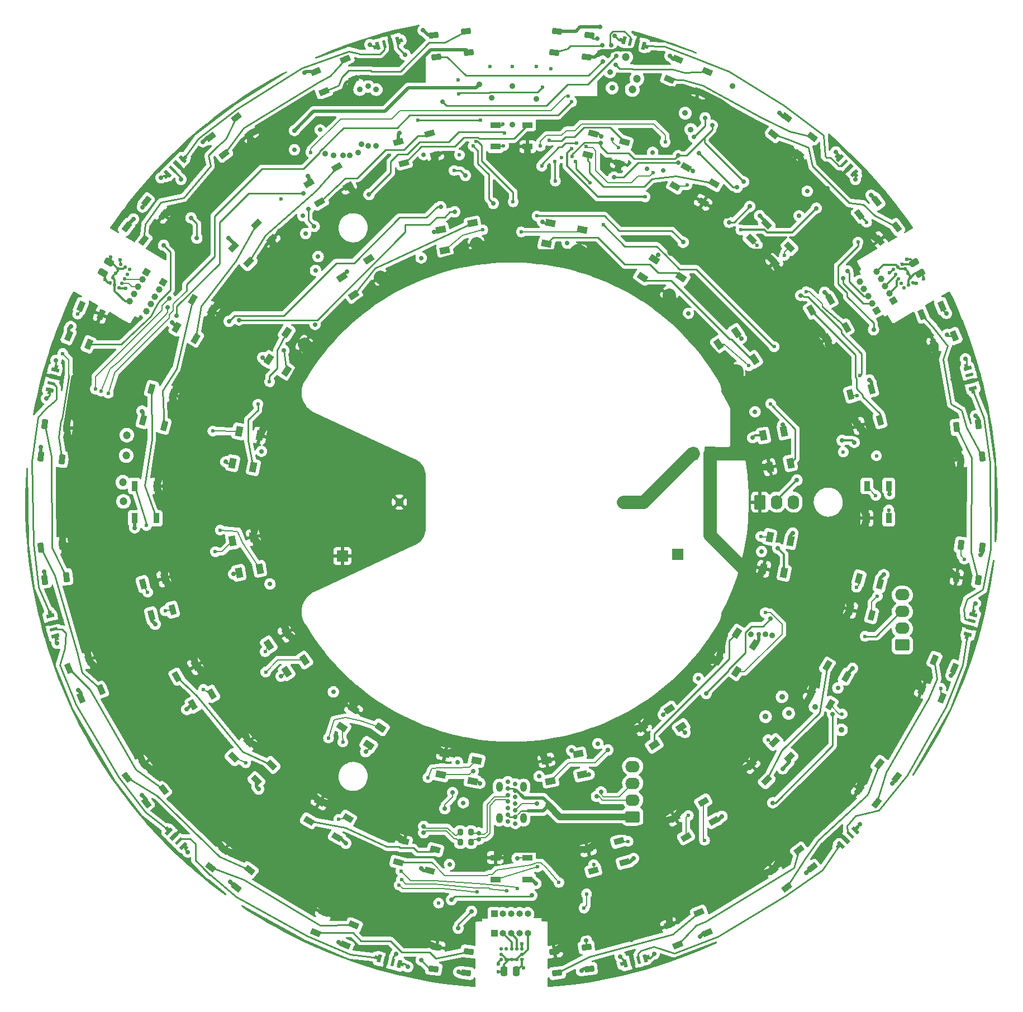
<source format=gtl>
G04 #@! TF.GenerationSoftware,KiCad,Pcbnew,7.0.1-3b83917a11~171~ubuntu22.04.1*
G04 #@! TF.CreationDate,2023-04-05T15:14:01-07:00*
G04 #@! TF.ProjectId,dancing_forest,64616e63-696e-4675-9f66-6f726573742e,rev?*
G04 #@! TF.SameCoordinates,Original*
G04 #@! TF.FileFunction,Copper,L1,Top*
G04 #@! TF.FilePolarity,Positive*
%FSLAX46Y46*%
G04 Gerber Fmt 4.6, Leading zero omitted, Abs format (unit mm)*
G04 Created by KiCad (PCBNEW 7.0.1-3b83917a11~171~ubuntu22.04.1) date 2023-04-05 15:14:01*
%MOMM*%
%LPD*%
G01*
G04 APERTURE LIST*
G04 Aperture macros list*
%AMRoundRect*
0 Rectangle with rounded corners*
0 $1 Rounding radius*
0 $2 $3 $4 $5 $6 $7 $8 $9 X,Y pos of 4 corners*
0 Add a 4 corners polygon primitive as box body*
4,1,4,$2,$3,$4,$5,$6,$7,$8,$9,$2,$3,0*
0 Add four circle primitives for the rounded corners*
1,1,$1+$1,$2,$3*
1,1,$1+$1,$4,$5*
1,1,$1+$1,$6,$7*
1,1,$1+$1,$8,$9*
0 Add four rect primitives between the rounded corners*
20,1,$1+$1,$2,$3,$4,$5,0*
20,1,$1+$1,$4,$5,$6,$7,0*
20,1,$1+$1,$6,$7,$8,$9,0*
20,1,$1+$1,$8,$9,$2,$3,0*%
%AMHorizOval*
0 Thick line with rounded ends*
0 $1 width*
0 $2 $3 position (X,Y) of the first rounded end (center of the circle)*
0 $4 $5 position (X,Y) of the second rounded end (center of the circle)*
0 Add line between two ends*
20,1,$1,$2,$3,$4,$5,0*
0 Add two circle primitives to create the rounded ends*
1,1,$1,$2,$3*
1,1,$1,$4,$5*%
%AMRotRect*
0 Rectangle, with rotation*
0 The origin of the aperture is its center*
0 $1 length*
0 $2 width*
0 $3 Rotation angle, in degrees counterclockwise*
0 Add horizontal line*
21,1,$1,$2,0,0,$3*%
G04 Aperture macros list end*
G04 #@! TA.AperFunction,ComponentPad*
%ADD10C,1.300000*%
G04 #@! TD*
G04 #@! TA.AperFunction,SMDPad,CuDef*
%ADD11RoundRect,0.200000X0.200000X0.275000X-0.200000X0.275000X-0.200000X-0.275000X0.200000X-0.275000X0*%
G04 #@! TD*
G04 #@! TA.AperFunction,ComponentPad*
%ADD12RotRect,1.000000X1.000000X210.000000*%
G04 #@! TD*
G04 #@! TA.AperFunction,ComponentPad*
%ADD13HorizOval,1.000000X0.000000X0.000000X0.000000X0.000000X0*%
G04 #@! TD*
G04 #@! TA.AperFunction,SMDPad,CuDef*
%ADD14RotRect,1.500000X0.900000X172.500000*%
G04 #@! TD*
G04 #@! TA.AperFunction,SMDPad,CuDef*
%ADD15RotRect,0.550000X1.000000X105.000000*%
G04 #@! TD*
G04 #@! TA.AperFunction,SMDPad,CuDef*
%ADD16RotRect,0.550000X1.200000X15.000000*%
G04 #@! TD*
G04 #@! TA.AperFunction,SMDPad,CuDef*
%ADD17RotRect,0.700000X1.200000X15.000000*%
G04 #@! TD*
G04 #@! TA.AperFunction,SMDPad,CuDef*
%ADD18RotRect,0.450000X1.200000X15.000000*%
G04 #@! TD*
G04 #@! TA.AperFunction,SMDPad,CuDef*
%ADD19RotRect,1.500000X0.900000X45.000000*%
G04 #@! TD*
G04 #@! TA.AperFunction,SMDPad,CuDef*
%ADD20RotRect,0.550000X1.000000X75.000000*%
G04 #@! TD*
G04 #@! TA.AperFunction,SMDPad,CuDef*
%ADD21RotRect,0.550000X1.200000X345.000000*%
G04 #@! TD*
G04 #@! TA.AperFunction,SMDPad,CuDef*
%ADD22RotRect,0.700000X1.200000X345.000000*%
G04 #@! TD*
G04 #@! TA.AperFunction,SMDPad,CuDef*
%ADD23RotRect,0.450000X1.200000X345.000000*%
G04 #@! TD*
G04 #@! TA.AperFunction,SMDPad,CuDef*
%ADD24RotRect,0.550000X1.000000X255.000000*%
G04 #@! TD*
G04 #@! TA.AperFunction,SMDPad,CuDef*
%ADD25RotRect,0.550000X1.200000X165.000000*%
G04 #@! TD*
G04 #@! TA.AperFunction,SMDPad,CuDef*
%ADD26RotRect,0.700000X1.200000X165.000000*%
G04 #@! TD*
G04 #@! TA.AperFunction,SMDPad,CuDef*
%ADD27RotRect,0.450000X1.200000X165.000000*%
G04 #@! TD*
G04 #@! TA.AperFunction,SMDPad,CuDef*
%ADD28RotRect,1.500000X1.000000X281.250000*%
G04 #@! TD*
G04 #@! TA.AperFunction,SMDPad,CuDef*
%ADD29RotRect,1.500000X1.000000X168.750000*%
G04 #@! TD*
G04 #@! TA.AperFunction,SMDPad,CuDef*
%ADD30R,0.900000X1.500000*%
G04 #@! TD*
G04 #@! TA.AperFunction,SMDPad,CuDef*
%ADD31RotRect,1.500000X0.900000X217.500000*%
G04 #@! TD*
G04 #@! TA.AperFunction,SMDPad,CuDef*
%ADD32RotRect,1.500000X1.000000X11.250000*%
G04 #@! TD*
G04 #@! TA.AperFunction,SMDPad,CuDef*
%ADD33RotRect,1.500000X0.900000X300.000000*%
G04 #@! TD*
G04 #@! TA.AperFunction,SMDPad,CuDef*
%ADD34RotRect,1.500000X0.900000X67.500000*%
G04 #@! TD*
G04 #@! TA.AperFunction,SMDPad,CuDef*
%ADD35RoundRect,0.250000X0.250000X0.475000X-0.250000X0.475000X-0.250000X-0.475000X0.250000X-0.475000X0*%
G04 #@! TD*
G04 #@! TA.AperFunction,SMDPad,CuDef*
%ADD36RotRect,1.500000X0.900000X127.500000*%
G04 #@! TD*
G04 #@! TA.AperFunction,SMDPad,CuDef*
%ADD37RotRect,1.500000X0.900000X157.500000*%
G04 #@! TD*
G04 #@! TA.AperFunction,SMDPad,CuDef*
%ADD38RotRect,1.500000X1.000000X236.250000*%
G04 #@! TD*
G04 #@! TA.AperFunction,SMDPad,CuDef*
%ADD39RotRect,1.500000X0.900000X315.000000*%
G04 #@! TD*
G04 #@! TA.AperFunction,SMDPad,CuDef*
%ADD40RoundRect,0.062500X0.127500X0.062500X-0.127500X0.062500X-0.127500X-0.062500X0.127500X-0.062500X0*%
G04 #@! TD*
G04 #@! TA.AperFunction,SMDPad,CuDef*
%ADD41RoundRect,0.125000X0.125000X0.125000X-0.125000X0.125000X-0.125000X-0.125000X0.125000X-0.125000X0*%
G04 #@! TD*
G04 #@! TA.AperFunction,SMDPad,CuDef*
%ADD42RotRect,1.500000X0.900000X322.500000*%
G04 #@! TD*
G04 #@! TA.AperFunction,SMDPad,CuDef*
%ADD43RotRect,1.500000X0.900000X232.500000*%
G04 #@! TD*
G04 #@! TA.AperFunction,ComponentPad*
%ADD44R,1.000000X1.000000*%
G04 #@! TD*
G04 #@! TA.AperFunction,ComponentPad*
%ADD45O,1.000000X1.000000*%
G04 #@! TD*
G04 #@! TA.AperFunction,SMDPad,CuDef*
%ADD46RotRect,0.550000X1.000000X315.000000*%
G04 #@! TD*
G04 #@! TA.AperFunction,SMDPad,CuDef*
%ADD47RotRect,0.550000X1.200000X225.000000*%
G04 #@! TD*
G04 #@! TA.AperFunction,SMDPad,CuDef*
%ADD48RotRect,0.700000X1.200000X225.000000*%
G04 #@! TD*
G04 #@! TA.AperFunction,SMDPad,CuDef*
%ADD49RotRect,0.450000X1.200000X225.000000*%
G04 #@! TD*
G04 #@! TA.AperFunction,SMDPad,CuDef*
%ADD50RotRect,1.500000X0.900000X345.000000*%
G04 #@! TD*
G04 #@! TA.AperFunction,SMDPad,CuDef*
%ADD51RotRect,0.550000X1.000000X15.000000*%
G04 #@! TD*
G04 #@! TA.AperFunction,SMDPad,CuDef*
%ADD52RotRect,0.550000X1.200000X285.000000*%
G04 #@! TD*
G04 #@! TA.AperFunction,SMDPad,CuDef*
%ADD53RotRect,0.700000X1.200000X285.000000*%
G04 #@! TD*
G04 #@! TA.AperFunction,SMDPad,CuDef*
%ADD54RotRect,0.450000X1.200000X285.000000*%
G04 #@! TD*
G04 #@! TA.AperFunction,SMDPad,CuDef*
%ADD55RotRect,0.550000X1.000000X225.000000*%
G04 #@! TD*
G04 #@! TA.AperFunction,SMDPad,CuDef*
%ADD56RotRect,0.550000X1.200000X135.000000*%
G04 #@! TD*
G04 #@! TA.AperFunction,SMDPad,CuDef*
%ADD57RotRect,0.700000X1.200000X135.000000*%
G04 #@! TD*
G04 #@! TA.AperFunction,SMDPad,CuDef*
%ADD58RotRect,0.450000X1.200000X135.000000*%
G04 #@! TD*
G04 #@! TA.AperFunction,SMDPad,CuDef*
%ADD59RotRect,1.500000X1.000000X303.750000*%
G04 #@! TD*
G04 #@! TA.AperFunction,SMDPad,CuDef*
%ADD60RotRect,1.500000X1.000000X258.750000*%
G04 #@! TD*
G04 #@! TA.AperFunction,SMDPad,CuDef*
%ADD61RotRect,1.500000X1.000000X33.750000*%
G04 #@! TD*
G04 #@! TA.AperFunction,SMDPad,CuDef*
%ADD62RotRect,1.500000X0.900000X52.500000*%
G04 #@! TD*
G04 #@! TA.AperFunction,ComponentPad*
%ADD63RotRect,1.000000X1.000000X330.000000*%
G04 #@! TD*
G04 #@! TA.AperFunction,ComponentPad*
%ADD64HorizOval,1.000000X0.000000X0.000000X0.000000X0.000000X0*%
G04 #@! TD*
G04 #@! TA.AperFunction,SMDPad,CuDef*
%ADD65RoundRect,0.062500X-0.117877X0.079168X0.009623X-0.141668X0.117877X-0.079168X-0.009623X0.141668X0*%
G04 #@! TD*
G04 #@! TA.AperFunction,SMDPad,CuDef*
%ADD66RoundRect,0.125000X-0.170753X0.045753X-0.045753X-0.170753X0.170753X-0.045753X0.045753X0.170753X0*%
G04 #@! TD*
G04 #@! TA.AperFunction,SMDPad,CuDef*
%ADD67RotRect,1.500000X1.000000X56.250000*%
G04 #@! TD*
G04 #@! TA.AperFunction,SMDPad,CuDef*
%ADD68RoundRect,0.250000X0.286362X-0.454006X0.536362X-0.020994X-0.286362X0.454006X-0.536362X0.020994X0*%
G04 #@! TD*
G04 #@! TA.AperFunction,SMDPad,CuDef*
%ADD69RotRect,1.500000X1.000000X213.750000*%
G04 #@! TD*
G04 #@! TA.AperFunction,SMDPad,CuDef*
%ADD70RotRect,1.500000X1.000000X326.250000*%
G04 #@! TD*
G04 #@! TA.AperFunction,SMDPad,CuDef*
%ADD71R,1.500000X0.900000*%
G04 #@! TD*
G04 #@! TA.AperFunction,SMDPad,CuDef*
%ADD72RotRect,1.500000X0.900000X120.000000*%
G04 #@! TD*
G04 #@! TA.AperFunction,SMDPad,CuDef*
%ADD73RotRect,1.500000X0.900000X142.500000*%
G04 #@! TD*
G04 #@! TA.AperFunction,SMDPad,CuDef*
%ADD74RotRect,1.500000X0.900000X7.500000*%
G04 #@! TD*
G04 #@! TA.AperFunction,SMDPad,CuDef*
%ADD75RotRect,1.500000X0.900000X30.000000*%
G04 #@! TD*
G04 #@! TA.AperFunction,SMDPad,CuDef*
%ADD76RotRect,1.500000X0.900000X210.000000*%
G04 #@! TD*
G04 #@! TA.AperFunction,SMDPad,CuDef*
%ADD77RotRect,1.500000X0.900000X97.500000*%
G04 #@! TD*
G04 #@! TA.AperFunction,SMDPad,CuDef*
%ADD78RoundRect,0.062500X-0.009623X-0.141668X0.117877X0.079168X0.009623X0.141668X-0.117877X-0.079168X0*%
G04 #@! TD*
G04 #@! TA.AperFunction,SMDPad,CuDef*
%ADD79RoundRect,0.125000X0.045753X-0.170753X0.170753X0.045753X-0.045753X0.170753X-0.170753X-0.045753X0*%
G04 #@! TD*
G04 #@! TA.AperFunction,SMDPad,CuDef*
%ADD80RotRect,1.500000X0.900000X352.500000*%
G04 #@! TD*
G04 #@! TA.AperFunction,SMDPad,CuDef*
%ADD81RotRect,1.500000X0.900000X135.000000*%
G04 #@! TD*
G04 #@! TA.AperFunction,SMDPad,CuDef*
%ADD82RotRect,1.500000X0.900000X105.000000*%
G04 #@! TD*
G04 #@! TA.AperFunction,SMDPad,CuDef*
%ADD83RoundRect,0.250000X-0.536362X-0.020994X-0.286362X-0.454006X0.536362X0.020994X0.286362X0.454006X0*%
G04 #@! TD*
G04 #@! TA.AperFunction,SMDPad,CuDef*
%ADD84RotRect,1.500000X0.900000X150.000000*%
G04 #@! TD*
G04 #@! TA.AperFunction,SMDPad,CuDef*
%ADD85RotRect,1.500000X0.900000X262.500000*%
G04 #@! TD*
G04 #@! TA.AperFunction,SMDPad,CuDef*
%ADD86RotRect,1.500000X0.900000X37.500000*%
G04 #@! TD*
G04 #@! TA.AperFunction,SMDPad,CuDef*
%ADD87RotRect,1.500000X0.900000X75.000000*%
G04 #@! TD*
G04 #@! TA.AperFunction,SMDPad,CuDef*
%ADD88RotRect,1.500000X0.900000X60.000000*%
G04 #@! TD*
G04 #@! TA.AperFunction,SMDPad,CuDef*
%ADD89RotRect,0.550000X1.000000X345.000000*%
G04 #@! TD*
G04 #@! TA.AperFunction,SMDPad,CuDef*
%ADD90RotRect,0.550000X1.200000X255.000000*%
G04 #@! TD*
G04 #@! TA.AperFunction,SMDPad,CuDef*
%ADD91RotRect,0.700000X1.200000X255.000000*%
G04 #@! TD*
G04 #@! TA.AperFunction,SMDPad,CuDef*
%ADD92RotRect,0.450000X1.200000X255.000000*%
G04 #@! TD*
G04 #@! TA.AperFunction,SMDPad,CuDef*
%ADD93RotRect,1.500000X0.900000X292.500000*%
G04 #@! TD*
G04 #@! TA.AperFunction,SMDPad,CuDef*
%ADD94RotRect,1.500000X0.900000X195.000000*%
G04 #@! TD*
G04 #@! TA.AperFunction,ComponentPad*
%ADD95C,0.700000*%
G04 #@! TD*
G04 #@! TA.AperFunction,ComponentPad*
%ADD96O,1.000000X1.500000*%
G04 #@! TD*
G04 #@! TA.AperFunction,SMDPad,CuDef*
%ADD97RotRect,1.500000X0.900000X240.000000*%
G04 #@! TD*
G04 #@! TA.AperFunction,SMDPad,CuDef*
%ADD98RotRect,1.500000X1.000000X146.250000*%
G04 #@! TD*
G04 #@! TA.AperFunction,SMDPad,CuDef*
%ADD99RotRect,1.500000X0.900000X330.000000*%
G04 #@! TD*
G04 #@! TA.AperFunction,SMDPad,CuDef*
%ADD100RotRect,1.500000X0.900000X165.000000*%
G04 #@! TD*
G04 #@! TA.AperFunction,SMDPad,CuDef*
%ADD101RotRect,1.500000X0.900000X82.500000*%
G04 #@! TD*
G04 #@! TA.AperFunction,SMDPad,CuDef*
%ADD102RotRect,1.500000X0.900000X285.000000*%
G04 #@! TD*
G04 #@! TA.AperFunction,SMDPad,CuDef*
%ADD103RotRect,0.550000X1.000000X45.000000*%
G04 #@! TD*
G04 #@! TA.AperFunction,SMDPad,CuDef*
%ADD104RotRect,0.550000X1.200000X315.000000*%
G04 #@! TD*
G04 #@! TA.AperFunction,SMDPad,CuDef*
%ADD105RotRect,0.700000X1.200000X315.000000*%
G04 #@! TD*
G04 #@! TA.AperFunction,SMDPad,CuDef*
%ADD106RotRect,0.450000X1.200000X315.000000*%
G04 #@! TD*
G04 #@! TA.AperFunction,SMDPad,CuDef*
%ADD107RotRect,1.500000X0.900000X187.500000*%
G04 #@! TD*
G04 #@! TA.AperFunction,SMDPad,CuDef*
%ADD108RotRect,1.500000X1.000000X78.750000*%
G04 #@! TD*
G04 #@! TA.AperFunction,SMDPad,CuDef*
%ADD109RotRect,0.550000X1.000000X135.000000*%
G04 #@! TD*
G04 #@! TA.AperFunction,SMDPad,CuDef*
%ADD110RotRect,0.550000X1.200000X45.000000*%
G04 #@! TD*
G04 #@! TA.AperFunction,SMDPad,CuDef*
%ADD111RotRect,0.700000X1.200000X45.000000*%
G04 #@! TD*
G04 #@! TA.AperFunction,SMDPad,CuDef*
%ADD112RotRect,0.450000X1.200000X45.000000*%
G04 #@! TD*
G04 #@! TA.AperFunction,SMDPad,CuDef*
%ADD113RotRect,1.500000X1.000000X123.750000*%
G04 #@! TD*
G04 #@! TA.AperFunction,SMDPad,CuDef*
%ADD114RotRect,0.550000X1.000000X195.000000*%
G04 #@! TD*
G04 #@! TA.AperFunction,SMDPad,CuDef*
%ADD115RotRect,0.550000X1.200000X105.000000*%
G04 #@! TD*
G04 #@! TA.AperFunction,SMDPad,CuDef*
%ADD116RotRect,0.700000X1.200000X105.000000*%
G04 #@! TD*
G04 #@! TA.AperFunction,SMDPad,CuDef*
%ADD117RotRect,0.450000X1.200000X105.000000*%
G04 #@! TD*
G04 #@! TA.AperFunction,SMDPad,CuDef*
%ADD118RotRect,1.500000X1.000000X101.250000*%
G04 #@! TD*
G04 #@! TA.AperFunction,SMDPad,CuDef*
%ADD119RotRect,0.550000X1.000000X285.000000*%
G04 #@! TD*
G04 #@! TA.AperFunction,SMDPad,CuDef*
%ADD120RotRect,0.550000X1.200000X195.000000*%
G04 #@! TD*
G04 #@! TA.AperFunction,SMDPad,CuDef*
%ADD121RotRect,0.700000X1.200000X195.000000*%
G04 #@! TD*
G04 #@! TA.AperFunction,SMDPad,CuDef*
%ADD122RotRect,0.450000X1.200000X195.000000*%
G04 #@! TD*
G04 #@! TA.AperFunction,SMDPad,CuDef*
%ADD123RotRect,1.500000X0.900000X337.500000*%
G04 #@! TD*
G04 #@! TA.AperFunction,SMDPad,CuDef*
%ADD124RotRect,0.550000X1.000000X165.000000*%
G04 #@! TD*
G04 #@! TA.AperFunction,SMDPad,CuDef*
%ADD125RotRect,0.550000X1.200000X75.000000*%
G04 #@! TD*
G04 #@! TA.AperFunction,SMDPad,CuDef*
%ADD126RotRect,0.700000X1.200000X75.000000*%
G04 #@! TD*
G04 #@! TA.AperFunction,SMDPad,CuDef*
%ADD127RotRect,0.450000X1.200000X75.000000*%
G04 #@! TD*
G04 #@! TA.AperFunction,SMDPad,CuDef*
%ADD128RotRect,1.500000X0.900000X307.500000*%
G04 #@! TD*
G04 #@! TA.AperFunction,SMDPad,CuDef*
%ADD129RotRect,1.500000X1.000000X348.750000*%
G04 #@! TD*
G04 #@! TA.AperFunction,SMDPad,CuDef*
%ADD130RotRect,1.500000X0.900000X22.500000*%
G04 #@! TD*
G04 #@! TA.AperFunction,SMDPad,CuDef*
%ADD131RotRect,1.500000X0.900000X112.500000*%
G04 #@! TD*
G04 #@! TA.AperFunction,SMDPad,CuDef*
%ADD132RotRect,1.500000X0.900000X202.500000*%
G04 #@! TD*
G04 #@! TA.AperFunction,SMDPad,CuDef*
%ADD133RotRect,1.500000X0.900000X225.000000*%
G04 #@! TD*
G04 #@! TA.AperFunction,SMDPad,CuDef*
%ADD134RotRect,1.500000X0.900000X247.500000*%
G04 #@! TD*
G04 #@! TA.AperFunction,SMDPad,CuDef*
%ADD135RotRect,1.500000X1.000000X191.250000*%
G04 #@! TD*
G04 #@! TA.AperFunction,SMDPad,CuDef*
%ADD136RotRect,1.500000X0.900000X255.000000*%
G04 #@! TD*
G04 #@! TA.AperFunction,SMDPad,CuDef*
%ADD137RotRect,1.500000X0.900000X15.000000*%
G04 #@! TD*
G04 #@! TA.AperFunction,SMDPad,CuDef*
%ADD138RotRect,1.500000X0.900000X277.500000*%
G04 #@! TD*
G04 #@! TA.AperFunction,ComponentPad*
%ADD139RoundRect,0.250000X-0.620000X-0.845000X0.620000X-0.845000X0.620000X0.845000X-0.620000X0.845000X0*%
G04 #@! TD*
G04 #@! TA.AperFunction,ComponentPad*
%ADD140O,1.740000X2.190000*%
G04 #@! TD*
G04 #@! TA.AperFunction,ComponentPad*
%ADD141RoundRect,0.250000X0.845000X-0.620000X0.845000X0.620000X-0.845000X0.620000X-0.845000X-0.620000X0*%
G04 #@! TD*
G04 #@! TA.AperFunction,ComponentPad*
%ADD142O,2.190000X1.740000*%
G04 #@! TD*
G04 #@! TA.AperFunction,ComponentPad*
%ADD143R,1.700000X1.700000*%
G04 #@! TD*
G04 #@! TA.AperFunction,ComponentPad*
%ADD144RoundRect,0.250000X0.620000X0.845000X-0.620000X0.845000X-0.620000X-0.845000X0.620000X-0.845000X0*%
G04 #@! TD*
G04 #@! TA.AperFunction,ViaPad*
%ADD145C,0.700000*%
G04 #@! TD*
G04 #@! TA.AperFunction,ViaPad*
%ADD146C,0.900000*%
G04 #@! TD*
G04 #@! TA.AperFunction,ViaPad*
%ADD147C,1.200000*%
G04 #@! TD*
G04 #@! TA.AperFunction,ViaPad*
%ADD148C,0.600000*%
G04 #@! TD*
G04 #@! TA.AperFunction,Conductor*
%ADD149C,2.000000*%
G04 #@! TD*
G04 #@! TA.AperFunction,Conductor*
%ADD150C,0.300000*%
G04 #@! TD*
G04 #@! TA.AperFunction,Conductor*
%ADD151C,0.200000*%
G04 #@! TD*
G04 #@! TA.AperFunction,Conductor*
%ADD152C,0.500000*%
G04 #@! TD*
G04 #@! TA.AperFunction,Conductor*
%ADD153C,0.250000*%
G04 #@! TD*
G04 #@! TA.AperFunction,Conductor*
%ADD154C,0.400000*%
G04 #@! TD*
G04 #@! TA.AperFunction,Conductor*
%ADD155C,1.000000*%
G04 #@! TD*
G04 APERTURE END LIST*
D10*
X183000000Y-200000000D03*
X217000000Y-200000000D03*
D11*
X193880000Y-249965000D03*
X192230000Y-249965000D03*
X193880000Y-251555000D03*
X192230000Y-251555000D03*
D12*
X257875000Y-169500000D03*
D13*
X257240000Y-168400148D03*
X256605000Y-167300295D03*
X255970000Y-166200443D03*
X255335000Y-165100591D03*
D14*
X211350505Y-132554533D03*
X211781241Y-129282765D03*
X206923161Y-128643187D03*
X206492425Y-131914955D03*
D15*
X216973486Y-269914207D03*
D16*
X217210231Y-269928417D03*
D17*
X218296897Y-269637246D03*
D18*
X219286971Y-269371956D03*
D16*
X220252897Y-269113137D03*
D15*
X220450819Y-268982458D03*
D19*
X236345288Y-239810111D03*
X238678741Y-242143564D03*
X242143564Y-238678741D03*
X239810111Y-236345288D03*
D20*
X179742366Y-269034222D03*
D21*
X179940288Y-269164901D03*
D22*
X181026954Y-269456072D03*
D23*
X182017028Y-269721362D03*
D21*
X182982954Y-269980181D03*
D20*
X183219699Y-269965971D03*
D24*
X220257634Y-130965778D03*
D25*
X220059712Y-130835099D03*
D26*
X218973046Y-130543928D03*
D27*
X217982972Y-130278638D03*
D25*
X217017046Y-130019819D03*
D24*
X216780301Y-130034029D03*
D28*
X158696519Y-210713771D03*
X161835032Y-210089482D03*
X160879089Y-205283635D03*
X157740576Y-205907924D03*
D29*
X205907924Y-157740576D03*
X205283635Y-160879089D03*
X210089482Y-161835032D03*
X210713771Y-158696519D03*
D30*
X146150000Y-197550000D03*
X142850000Y-197550000D03*
X142850000Y-202450000D03*
X146150000Y-202450000D03*
D31*
X160334872Y-144282834D03*
X158325959Y-141664767D03*
X154438528Y-144647698D03*
X156447441Y-147265765D03*
D32*
X210713771Y-241303481D03*
X210089482Y-238164968D03*
X205283635Y-239120911D03*
X205907924Y-242259424D03*
D33*
X152139532Y-224803238D03*
X149281648Y-226453238D03*
X151731648Y-230696762D03*
X154589532Y-229046762D03*
D34*
X262209591Y-228419917D03*
X265258394Y-229682773D03*
X267133543Y-225155763D03*
X264084740Y-223892907D03*
D35*
X200752620Y-271050000D03*
X198852620Y-271050000D03*
D36*
X255717166Y-160334872D03*
X258335233Y-158325959D03*
X255352302Y-154438528D03*
X252734235Y-156447441D03*
D37*
X228419917Y-137790409D03*
X229682773Y-134741606D03*
X225155763Y-132866457D03*
X223892907Y-135915260D03*
D38*
X163218248Y-178369808D03*
X165878950Y-180147633D03*
X168601244Y-176073432D03*
X165940542Y-174295607D03*
D39*
X160189889Y-236345288D03*
X157856436Y-238678741D03*
X161321259Y-242143564D03*
X163654712Y-239810111D03*
D40*
X201740000Y-269175000D03*
D41*
X201600000Y-269300000D03*
X200800000Y-269300000D03*
X200000000Y-269300000D03*
X199200000Y-269300000D03*
X198400000Y-269300000D03*
X198400000Y-268500000D03*
X198400000Y-267700000D03*
X199200000Y-267700000D03*
X200000000Y-267700000D03*
X200800000Y-267700000D03*
X201600000Y-267700000D03*
X201600000Y-268500000D03*
D42*
X156447441Y-252734235D03*
X154438528Y-255352302D03*
X158325959Y-258335233D03*
X160334872Y-255717166D03*
D43*
X147265765Y-156447441D03*
X144647698Y-154438528D03*
X141664767Y-158325959D03*
X144282834Y-160334872D03*
D44*
X197375000Y-262375000D03*
D45*
X198645000Y-262375000D03*
X199915000Y-262375000D03*
X201185000Y-262375000D03*
X202455000Y-262375000D03*
D30*
X253850000Y-202450000D03*
X257150000Y-202450000D03*
X257150000Y-197550000D03*
X253850000Y-197550000D03*
D46*
X150343426Y-147939263D03*
D47*
X150131294Y-148045329D03*
D48*
X149335799Y-148840824D03*
D49*
X148611014Y-149565608D03*
D47*
X147903908Y-150272715D03*
D46*
X147797842Y-150484847D03*
D50*
X183696076Y-251380999D03*
X182841973Y-254568554D03*
X187575010Y-255836767D03*
X188429113Y-252649212D03*
D51*
X130085793Y-216973486D03*
D52*
X130071583Y-217210231D03*
D53*
X130362754Y-218296897D03*
D54*
X130628044Y-219286971D03*
D52*
X130886863Y-220252897D03*
D51*
X131017542Y-220450819D03*
D55*
X252060737Y-150343426D03*
D56*
X251954671Y-150131294D03*
D57*
X251159176Y-149335799D03*
D58*
X250434392Y-148611014D03*
D56*
X249727285Y-147903908D03*
D55*
X249515153Y-147797842D03*
D59*
X165940542Y-225704393D03*
X168601244Y-223926568D03*
X165878950Y-219852367D03*
X163218248Y-221630192D03*
D60*
X157740576Y-194092076D03*
X160879089Y-194716365D03*
X161835032Y-189910518D03*
X158696519Y-189286229D03*
D61*
X225704393Y-234059458D03*
X223926568Y-231398756D03*
X219852367Y-234121050D03*
X221630192Y-236781752D03*
D62*
X252734235Y-243552559D03*
X255352302Y-245561472D03*
X258335233Y-241674041D03*
X255717166Y-239665128D03*
D63*
X147225000Y-166675000D03*
D64*
X146590000Y-167774852D03*
X145955000Y-168874705D03*
X145320000Y-169974557D03*
X144685000Y-171074409D03*
D63*
X144675000Y-165200000D03*
D64*
X144040000Y-166299852D03*
X143405000Y-167399705D03*
X142770000Y-168499557D03*
X142135000Y-169599409D03*
D65*
X259052371Y-163905616D03*
D66*
X259230624Y-163964359D03*
X259630624Y-164657180D03*
X260030624Y-165350000D03*
X260430624Y-166042820D03*
X260830624Y-166735641D03*
X260137804Y-167135641D03*
X259444984Y-167535641D03*
X259044984Y-166842820D03*
X258644984Y-166150000D03*
X258244984Y-165457180D03*
X257844984Y-164764359D03*
X258537804Y-164364359D03*
D67*
X236781752Y-221630192D03*
X234121050Y-219852367D03*
X231398756Y-223926568D03*
X234059458Y-225704393D03*
D68*
X138030000Y-165275344D03*
X138980000Y-163629896D03*
D69*
X174295607Y-165940542D03*
X176073432Y-168601244D03*
X180147633Y-165878950D03*
X178369808Y-163218248D03*
D70*
X178369808Y-236781752D03*
X180147633Y-234121050D03*
X176073432Y-231398756D03*
X174295607Y-234059458D03*
D71*
X197550000Y-253850000D03*
X197550000Y-257150000D03*
X202450000Y-257150000D03*
X202450000Y-253850000D03*
D72*
X247860468Y-175196762D03*
X250718352Y-173546762D03*
X248268352Y-169303238D03*
X245410468Y-170953238D03*
D73*
X243552559Y-147265765D03*
X245561472Y-144647698D03*
X241674041Y-141664767D03*
X239665128Y-144282834D03*
D74*
X206492425Y-268085045D03*
X206923161Y-271356813D03*
X211781241Y-270717235D03*
X211350505Y-267445467D03*
D75*
X224803238Y-247860468D03*
X226453238Y-250718352D03*
X230696762Y-248268352D03*
X229046762Y-245410468D03*
D76*
X175196762Y-152139532D03*
X173546762Y-149281648D03*
X169303238Y-151731648D03*
X170953238Y-154589532D03*
D77*
X268085045Y-193507575D03*
X271356813Y-193076839D03*
X270717235Y-188218759D03*
X267445467Y-188649495D03*
D78*
X139207629Y-166919384D03*
D79*
X139169376Y-166735641D03*
X139569376Y-166042820D03*
X139969376Y-165350000D03*
X140369376Y-164657180D03*
X140769376Y-163964359D03*
X141462196Y-164364359D03*
X142155016Y-164764359D03*
X141755016Y-165457180D03*
X141355016Y-166150000D03*
X140955016Y-166842820D03*
X140555016Y-167535641D03*
X139862196Y-167135641D03*
D80*
X188649495Y-267445467D03*
X188218759Y-270717235D03*
X193076839Y-271356813D03*
X193507575Y-268085045D03*
D81*
X239810111Y-163654712D03*
X242143564Y-161321259D03*
X238678741Y-157856436D03*
X236345288Y-160189889D03*
D82*
X252649212Y-188429113D03*
X255836767Y-187575010D03*
X254568554Y-182841973D03*
X251380999Y-183696076D03*
D83*
X261022380Y-163692276D03*
X261972380Y-165337724D03*
D84*
X229046762Y-154589532D03*
X230696762Y-151731648D03*
X226453238Y-149281648D03*
X224803238Y-152139532D03*
D85*
X132554533Y-188649495D03*
X129282765Y-188218759D03*
X128643187Y-193076839D03*
X131914955Y-193507575D03*
D86*
X239665128Y-255717166D03*
X241674041Y-258335233D03*
X245561472Y-255352302D03*
X243552559Y-252734235D03*
D87*
X251380999Y-216303924D03*
X254568554Y-217158027D03*
X255836767Y-212424990D03*
X252649212Y-211570887D03*
D88*
X245410468Y-229046762D03*
X248268352Y-230696762D03*
X250718352Y-226453238D03*
X247860468Y-224803238D03*
D12*
X255325000Y-170975000D03*
D13*
X254690000Y-169875148D03*
X254055000Y-168775295D03*
X253420000Y-167675443D03*
X252785000Y-166575591D03*
D89*
X130965778Y-179742366D03*
D90*
X130835099Y-179940288D03*
D91*
X130543928Y-181026954D03*
D92*
X130278638Y-182017028D03*
D90*
X130019819Y-182982954D03*
D89*
X130034029Y-183219699D03*
D93*
X135915260Y-223892907D03*
X132866457Y-225155763D03*
X134741606Y-229682773D03*
X137790409Y-228419917D03*
D71*
X202450000Y-146150000D03*
X202450000Y-142850000D03*
X197550000Y-142850000D03*
X197550000Y-146150000D03*
D94*
X188429113Y-147350788D03*
X187575010Y-144163233D03*
X182841973Y-145431446D03*
X183696076Y-148619001D03*
D95*
X199420000Y-248370000D03*
X199420000Y-247370000D03*
X199420000Y-246370000D03*
X199420000Y-245370000D03*
X199420000Y-244370000D03*
X199420000Y-243370000D03*
X199420000Y-242370000D03*
X200580000Y-242690000D03*
X200580000Y-243690000D03*
X200580000Y-244690000D03*
X200580000Y-245690000D03*
X200580000Y-246690000D03*
X200580000Y-247690000D03*
X200580000Y-248690000D03*
D96*
X198170000Y-243160000D03*
X198170000Y-247900000D03*
X201830000Y-243160000D03*
X201830000Y-247900000D03*
D97*
X154589532Y-170953238D03*
X151731648Y-169303238D03*
X149281648Y-173546762D03*
X152139532Y-175196762D03*
D98*
X221630192Y-163218248D03*
X219852367Y-165878950D03*
X223926568Y-168601244D03*
X225704393Y-165940542D03*
D99*
X170953238Y-245410468D03*
X169303238Y-248268352D03*
X173546762Y-250718352D03*
X175196762Y-247860468D03*
D100*
X216303924Y-148619001D03*
X217158027Y-145431446D03*
X212424990Y-144163233D03*
X211570887Y-147350788D03*
D101*
X267445467Y-211350505D03*
X270717235Y-211781241D03*
X271356813Y-206923161D03*
X268085045Y-206492425D03*
D102*
X147350788Y-211570887D03*
X144163233Y-212424990D03*
X145431446Y-217158027D03*
X148619001Y-216303924D03*
D103*
X147939263Y-249656574D03*
D104*
X148045329Y-249868706D03*
D105*
X148840824Y-250664201D03*
D106*
X149565608Y-251388986D03*
D104*
X150272715Y-252096092D03*
D103*
X150484847Y-252202158D03*
D107*
X193507575Y-131914955D03*
X193076839Y-128643187D03*
X188218759Y-129282765D03*
X188649495Y-132554533D03*
D108*
X242259424Y-205907924D03*
X239120911Y-205283635D03*
X238164968Y-210089482D03*
X241303481Y-210713771D03*
D109*
X249656574Y-252060737D03*
D110*
X249868706Y-251954671D03*
D111*
X250664201Y-251159176D03*
D112*
X251388986Y-250434392D03*
D110*
X252096092Y-249727285D03*
D109*
X252202158Y-249515153D03*
D113*
X234059458Y-174295607D03*
X231398756Y-176073432D03*
X234121050Y-180147633D03*
X236781752Y-178369808D03*
D114*
X269914207Y-183026514D03*
D115*
X269928417Y-182789769D03*
D116*
X269637246Y-181703103D03*
D117*
X269371956Y-180713029D03*
D115*
X269113137Y-179747103D03*
D114*
X268982458Y-179549181D03*
D118*
X241303481Y-189286229D03*
X238164968Y-189910518D03*
X239120911Y-194716365D03*
X242259424Y-194092076D03*
D119*
X183026514Y-130085793D03*
D120*
X182789769Y-130071583D03*
D121*
X181703103Y-130362754D03*
D122*
X180713029Y-130628044D03*
D120*
X179747103Y-130886863D03*
D119*
X179549181Y-131017542D03*
D123*
X171580083Y-262209591D03*
X170317227Y-265258394D03*
X174844237Y-267133543D03*
X176107093Y-264084740D03*
D124*
X269034222Y-220257634D03*
D125*
X269164901Y-220059712D03*
D126*
X269456072Y-218973046D03*
D127*
X269721362Y-217982972D03*
D125*
X269980181Y-217017046D03*
D124*
X269965971Y-216780301D03*
D128*
X144282834Y-239665128D03*
X141664767Y-241674041D03*
X144647698Y-245561472D03*
X147265765Y-243552559D03*
D129*
X194092076Y-242259424D03*
X194716365Y-239120911D03*
X189910518Y-238164968D03*
X189286229Y-241303481D03*
D130*
X223892907Y-264084740D03*
X225155763Y-267133543D03*
X229682773Y-265258394D03*
X228419917Y-262209591D03*
D131*
X264084740Y-176107093D03*
X267133543Y-174844237D03*
X265258394Y-170317227D03*
X262209591Y-171580083D03*
D44*
X197375000Y-265325000D03*
D45*
X198645000Y-265325000D03*
X199915000Y-265325000D03*
X201185000Y-265325000D03*
X202455000Y-265325000D03*
D132*
X176107093Y-135915260D03*
X174844237Y-132866457D03*
X170317227Y-134741606D03*
X171580083Y-137790409D03*
D133*
X163654712Y-160189889D03*
X161321259Y-157856436D03*
X157856436Y-161321259D03*
X160189889Y-163654712D03*
D134*
X137790409Y-171580083D03*
X134741606Y-170317227D03*
X132866457Y-174844237D03*
X135915260Y-176107093D03*
D135*
X189286229Y-158696519D03*
X189910518Y-161835032D03*
X194716365Y-160879089D03*
X194092076Y-157740576D03*
D136*
X148619001Y-183696076D03*
X145431446Y-182841973D03*
X144163233Y-187575010D03*
X147350788Y-188429113D03*
D137*
X211570887Y-252649212D03*
X212424990Y-255836767D03*
X217158027Y-254568554D03*
X216303924Y-251380999D03*
D138*
X131914955Y-206492425D03*
X128643187Y-206923161D03*
X129282765Y-211781241D03*
X132554533Y-211350505D03*
D139*
X237650000Y-200000000D03*
D140*
X240190000Y-200000000D03*
X242730000Y-200000000D03*
D141*
X218365000Y-247667380D03*
D142*
X218365000Y-245127380D03*
X218365000Y-242587380D03*
X218365000Y-240047380D03*
D143*
X225152620Y-207925000D03*
D144*
X230105000Y-192655000D03*
D140*
X227565000Y-192655000D03*
D143*
X174352620Y-208175000D03*
D141*
X259230000Y-221670000D03*
D142*
X259230000Y-219130000D03*
X259230000Y-216590000D03*
X259230000Y-214050000D03*
D145*
X191050000Y-244000000D03*
X189900000Y-246450000D03*
X200850000Y-253950000D03*
X194200000Y-240750000D03*
X209100000Y-237650000D03*
X214600000Y-237550000D03*
X223000000Y-232200000D03*
X212886568Y-244591262D03*
X213558320Y-243919510D03*
X186700000Y-250075000D03*
X186700000Y-249125000D03*
X203850000Y-245700000D03*
X195069942Y-250125000D03*
X195069942Y-251075000D03*
X240350000Y-207000000D03*
X236550000Y-190250000D03*
X251950000Y-190950000D03*
X243250000Y-196650000D03*
X250100000Y-190650000D03*
D146*
X166800000Y-228950000D03*
X241600000Y-214500000D03*
X245000000Y-190200000D03*
D147*
X207775000Y-154375000D03*
D145*
X218200000Y-266300000D03*
X240075000Y-153600000D03*
D146*
X234800000Y-245800000D03*
D147*
X152000000Y-181200000D03*
X181125000Y-154174500D03*
D145*
X149875000Y-249650000D03*
X133760590Y-181200000D03*
X131800000Y-217875000D03*
X152225000Y-150000000D03*
X164800000Y-158900000D03*
D147*
X224176728Y-162073271D03*
D145*
X221700000Y-132550000D03*
D147*
X252100000Y-238500000D03*
D145*
X217975000Y-268275000D03*
D146*
X216100000Y-149500000D03*
D145*
X182175000Y-264797932D03*
X248665088Y-250734912D03*
D147*
X135900000Y-181400000D03*
D145*
X182100000Y-133125000D03*
D147*
X176091566Y-171291566D03*
X148850000Y-192750000D03*
D145*
X131925000Y-181150000D03*
X181200000Y-268100000D03*
D146*
X157800000Y-167100000D03*
D145*
X177250000Y-135575000D03*
X152865939Y-248109061D03*
X266875000Y-181375000D03*
D148*
X253000000Y-194200000D03*
D146*
X255450000Y-178084688D03*
D145*
X264000000Y-181375000D03*
X161800000Y-162800000D03*
D146*
X220700000Y-137200000D03*
D145*
X249500000Y-150950000D03*
D147*
X185300000Y-151275000D03*
D146*
X250200000Y-179700000D03*
D147*
X229830000Y-157080000D03*
D146*
X153700000Y-161100000D03*
D145*
X246000000Y-249200000D03*
X134930563Y-217300000D03*
X154075000Y-151250000D03*
D146*
X228832835Y-233600000D03*
D145*
X247850000Y-152425000D03*
X169200000Y-155600000D03*
X167100000Y-143700000D03*
D146*
X195100000Y-136700000D03*
D148*
X257250000Y-165250000D03*
X201850000Y-270550000D03*
D145*
X170100000Y-158200000D03*
D148*
X138400000Y-166300000D03*
X259900000Y-163200000D03*
X141500000Y-167600000D03*
X201600000Y-266900000D03*
X203800000Y-134000000D03*
D147*
X218300000Y-137500000D03*
D145*
X167100000Y-146600000D03*
D148*
X250282878Y-192400000D03*
D145*
X243581450Y-156631852D03*
D147*
X141600000Y-192950000D03*
D148*
X139250000Y-162850000D03*
D146*
X171750000Y-147250000D03*
D145*
X192700000Y-245550000D03*
D146*
X239500000Y-220200000D03*
D147*
X141100000Y-197000000D03*
D148*
X255300000Y-193000000D03*
D146*
X173000000Y-147500000D03*
X200130000Y-137000000D03*
X233500000Y-137000000D03*
D145*
X186700000Y-147350000D03*
D146*
X238500000Y-232500000D03*
D145*
X170700000Y-162800000D03*
X171000000Y-143600000D03*
X168400000Y-156600000D03*
D146*
X214935000Y-134815000D03*
X242000000Y-232000000D03*
X238500000Y-220000000D03*
D147*
X141700000Y-189850000D03*
D148*
X200100000Y-134000000D03*
X192100000Y-147400000D03*
D145*
X204170000Y-241540000D03*
D148*
X191950000Y-136000000D03*
D145*
X249450000Y-228150000D03*
D148*
X262450000Y-166200000D03*
D145*
X168800000Y-159300000D03*
D146*
X246000000Y-231000000D03*
X226320000Y-141070000D03*
X227150000Y-143540000D03*
X215250000Y-137250000D03*
X176750000Y-147000000D03*
D148*
X206000000Y-134300000D03*
D145*
X223000000Y-149750000D03*
D148*
X196700000Y-134000000D03*
D146*
X203800000Y-138900000D03*
D145*
X244803652Y-152901367D03*
D148*
X188950000Y-260750000D03*
X165100000Y-154100000D03*
D147*
X219000000Y-135850000D03*
D148*
X207600000Y-147800000D03*
D147*
X217300000Y-132600000D03*
D146*
X200130000Y-142800000D03*
X175500000Y-147500000D03*
D145*
X220500000Y-149500000D03*
D147*
X141200000Y-199900000D03*
D146*
X250000000Y-234500000D03*
X174500000Y-147500000D03*
D145*
X221400000Y-147000000D03*
X190600000Y-254900000D03*
X170300000Y-164900000D03*
D146*
X236318828Y-220058828D03*
X197000000Y-138729500D03*
X241000000Y-229500000D03*
D148*
X198000000Y-271200000D03*
X183250000Y-255896127D03*
X200925000Y-258550000D03*
X209100000Y-139360500D03*
X138900000Y-183500000D03*
X198000000Y-270000000D03*
X194775000Y-259075000D03*
D145*
X229340000Y-141770000D03*
X191370000Y-156030000D03*
X228425000Y-147100000D03*
X234200000Y-152275000D03*
X225250000Y-148600000D03*
D148*
X206650000Y-151350000D03*
X206600000Y-148400000D03*
X136950000Y-182875000D03*
D145*
X215500000Y-150774647D03*
X227610000Y-144680000D03*
X250250000Y-166050000D03*
X148150000Y-169100000D03*
D148*
X182975000Y-258000000D03*
D145*
X158700000Y-172400000D03*
X250900000Y-164975000D03*
X225250000Y-147500000D03*
D148*
X209200000Y-147600000D03*
D145*
X213500000Y-145600000D03*
X235175000Y-151475000D03*
D148*
X137825000Y-183200000D03*
X199300000Y-258875000D03*
D145*
X147880378Y-170500000D03*
X230410000Y-142920000D03*
D148*
X183334242Y-257230195D03*
D145*
X157200000Y-172600000D03*
X189250000Y-155250000D03*
X233000000Y-157600000D03*
X236100000Y-155200000D03*
D148*
X216170000Y-146320000D03*
X261300000Y-166850000D03*
X215320000Y-144970000D03*
D145*
X193000000Y-150500000D03*
X149250000Y-171800000D03*
D148*
X140700000Y-163300000D03*
D145*
X168500000Y-153200000D03*
D148*
X191300000Y-149760000D03*
D145*
X128700000Y-191700000D03*
X144000000Y-186200000D03*
X228300000Y-226700000D03*
X213600000Y-144600000D03*
X174900000Y-251700000D03*
X266600000Y-226300000D03*
X175100000Y-165100000D03*
X270275000Y-215325000D03*
X203700000Y-257800000D03*
X133200000Y-173400000D03*
X218500000Y-254000000D03*
X254200000Y-181500000D03*
D146*
X179500000Y-146000000D03*
D145*
X177900000Y-237800000D03*
X142700000Y-157100000D03*
X257700000Y-242600000D03*
X237600000Y-156600000D03*
X270300000Y-186900000D03*
X257300000Y-198800000D03*
X169100000Y-150600000D03*
X222200000Y-162500000D03*
X213400000Y-128000000D03*
X234800000Y-175200000D03*
X157400000Y-257500000D03*
X165100000Y-226400000D03*
X236900000Y-186300000D03*
X178550000Y-130700000D03*
X163400000Y-212400000D03*
D146*
X178250000Y-146000000D03*
D145*
X131150000Y-221375000D03*
X144000000Y-244400000D03*
X195200000Y-242600000D03*
D146*
X177000000Y-137500000D03*
D145*
X211750000Y-241250000D03*
X231900000Y-247600000D03*
X215625000Y-129350000D03*
X184275000Y-270425000D03*
X240600000Y-141000000D03*
X226300000Y-234900000D03*
D148*
X198700000Y-142709502D03*
D145*
X268775000Y-178300000D03*
X186300000Y-255500000D03*
X241100000Y-240400000D03*
X241100000Y-188300000D03*
X208410000Y-160764723D03*
X162100000Y-192300000D03*
X192000000Y-271200000D03*
X247450000Y-168200000D03*
X162300000Y-178100000D03*
X146000000Y-218500000D03*
X249150000Y-146925000D03*
X228600000Y-265800000D03*
X148600000Y-172800000D03*
X227500000Y-149800000D03*
X221600000Y-268450000D03*
X210600000Y-271000000D03*
X186600000Y-128500000D03*
X186300000Y-163000000D03*
X271100000Y-208000000D03*
X173800000Y-266700000D03*
X173000000Y-228750000D03*
X213100000Y-236600000D03*
X134300000Y-228500000D03*
X191800000Y-239400000D03*
X157100000Y-160000000D03*
X183000000Y-144100000D03*
X244700000Y-256200000D03*
X252775000Y-248825000D03*
X150975000Y-253025000D03*
X226800000Y-171400000D03*
X129200000Y-210500000D03*
X237900000Y-207500000D03*
X224000000Y-132400000D03*
X150800000Y-231400000D03*
X161700000Y-243500000D03*
D146*
X177250000Y-145750000D03*
D145*
X237450497Y-220000000D03*
X188300000Y-159100000D03*
X146900000Y-150875000D03*
X129525000Y-184300000D03*
X254500000Y-153500000D03*
X168600000Y-134900000D03*
D146*
X179500000Y-137500000D03*
D145*
X153200000Y-145400000D03*
X265900000Y-171400000D03*
X170225000Y-173075000D03*
X156700000Y-193900000D03*
X251700000Y-225200000D03*
X157900000Y-210900000D03*
X242600000Y-204700000D03*
D146*
X178250000Y-137000000D03*
D145*
X256400000Y-211000000D03*
X204700000Y-157500000D03*
X142900000Y-203900000D03*
D148*
X195324500Y-142100000D03*
X185800000Y-142100000D03*
X203950000Y-255275000D03*
X217650000Y-251400000D03*
X212450000Y-254920000D03*
X229250000Y-251250000D03*
X238880000Y-235990000D03*
X226800000Y-247470000D03*
X250100000Y-232100000D03*
X252290000Y-212900000D03*
X255200000Y-199000000D03*
X255450000Y-214250000D03*
X257170000Y-201190000D03*
X252390000Y-183870000D03*
X237230000Y-161060000D03*
X244680000Y-168120000D03*
X226610000Y-151910000D03*
X241360000Y-162610000D03*
X198800000Y-146000000D03*
X205750000Y-145200000D03*
X147525000Y-216475000D03*
X144675000Y-203525000D03*
X153325000Y-228375000D03*
X144875000Y-213650000D03*
X159710000Y-239490000D03*
X173820000Y-248060000D03*
X210997549Y-261500000D03*
X207175000Y-257625000D03*
D145*
X211340000Y-266420000D03*
D148*
X211375000Y-259375000D03*
X265060000Y-228210000D03*
X268610000Y-208650000D03*
D145*
X254862500Y-173862500D03*
D148*
X253800000Y-157600000D03*
X252500000Y-160600000D03*
D145*
X266000000Y-174600000D03*
X215780000Y-133730000D03*
X213775000Y-130800500D03*
X213000000Y-129800000D03*
X213800000Y-133200000D03*
X144100000Y-155300000D03*
X147275000Y-161075000D03*
D148*
X132000000Y-177500000D03*
X134250000Y-171500000D03*
D145*
X186300000Y-269400000D03*
X239265734Y-217684266D03*
X229500000Y-229000000D03*
X183850000Y-132200000D03*
X189500000Y-139300000D03*
X215882677Y-132399500D03*
X215120000Y-130770000D03*
X130950000Y-178510000D03*
X151425000Y-156925000D03*
X149925000Y-151100000D03*
X152325000Y-160000000D03*
X193925000Y-262000000D03*
X182550000Y-268425000D03*
X191925000Y-264575000D03*
X216500000Y-268900000D03*
D148*
X238450000Y-216750000D03*
X237780000Y-205200000D03*
X235975000Y-179325000D03*
X239275000Y-185100000D03*
X195640000Y-158730000D03*
X201500000Y-159062855D03*
X163325000Y-181775000D03*
X161575000Y-185160000D03*
X155860000Y-204240000D03*
X154750000Y-189240000D03*
X155120000Y-207510000D03*
X162750000Y-225750000D03*
X162660000Y-222650000D03*
X172270000Y-235740000D03*
X174430000Y-236340000D03*
X187330000Y-241750000D03*
D145*
X165500000Y-177000000D03*
X178400000Y-153400000D03*
D148*
X198950000Y-144050000D03*
X209875500Y-145600000D03*
X204600000Y-149100000D03*
X221500000Y-150100000D03*
X211300000Y-146099500D03*
X204360000Y-146060000D03*
X223290000Y-145450000D03*
D145*
X203050000Y-259575000D03*
X226000000Y-160620000D03*
D148*
X252810000Y-180820000D03*
X200250000Y-154500000D03*
X194658411Y-145358411D03*
D145*
X190888000Y-260250000D03*
X243800000Y-168675000D03*
D148*
X203867500Y-156642500D03*
X220250000Y-153750000D03*
D145*
X246170000Y-155470000D03*
D148*
X234750000Y-158750000D03*
X209108411Y-146408411D03*
D145*
X248660000Y-232150000D03*
X197250000Y-154750000D03*
D148*
X253580000Y-220325000D03*
D145*
X239575000Y-245550000D03*
D148*
X194200000Y-146060498D03*
X169600000Y-147000000D03*
X208600000Y-138500000D03*
X191975000Y-138175000D03*
X204673056Y-137173056D03*
X239800000Y-176450000D03*
X211900000Y-151600000D03*
X213924268Y-158000000D03*
X209730000Y-148370000D03*
D145*
X252125000Y-151100000D03*
D149*
X227565000Y-192655000D02*
X227345000Y-192655000D01*
X227345000Y-192655000D02*
X220000000Y-200000000D01*
X220000000Y-200000000D02*
X217000000Y-200000000D01*
D150*
X257250000Y-165250000D02*
X257359343Y-165250000D01*
X257359343Y-165250000D02*
X257844984Y-164764359D01*
X261300000Y-166850000D02*
X260944983Y-166850000D01*
X260944983Y-166850000D02*
X260830624Y-166735641D01*
X198000000Y-271200000D02*
X198702620Y-271200000D01*
X198702620Y-271200000D02*
X198852620Y-271050000D01*
X262450000Y-166200000D02*
X262450000Y-165815344D01*
X262450000Y-165815344D02*
X261972380Y-165337724D01*
X139250000Y-162850000D02*
X139250000Y-163359896D01*
X139250000Y-163359896D02*
X138980000Y-163629896D01*
D149*
X230105000Y-192655000D02*
X233295000Y-192655000D01*
X233295000Y-192655000D02*
X234121050Y-191828950D01*
X234121050Y-191828950D02*
X234121050Y-180147633D01*
D151*
X189900000Y-246450000D02*
X189900000Y-245850000D01*
X189900000Y-245850000D02*
X191050000Y-244700000D01*
X191050000Y-244700000D02*
X191050000Y-244000000D01*
X202450000Y-253850000D02*
X200950000Y-253850000D01*
X200950000Y-253850000D02*
X200850000Y-253950000D01*
X210089482Y-238164968D02*
X209614968Y-238164968D01*
X209614968Y-238164968D02*
X209100000Y-237650000D01*
X194200000Y-240750000D02*
X193646519Y-241303481D01*
X193646519Y-241303481D02*
X189286229Y-241303481D01*
X214600000Y-237550000D02*
X212650000Y-239500000D01*
X212650000Y-239500000D02*
X208667348Y-239500000D01*
X208667348Y-239500000D02*
X205907924Y-242259424D01*
X223926568Y-231398756D02*
X223801244Y-231398756D01*
X223801244Y-231398756D02*
X223000000Y-232200000D01*
X213558320Y-243919510D02*
X213558320Y-244273063D01*
X213558320Y-244273063D02*
X213962636Y-244677379D01*
X213962636Y-244677379D02*
X216275001Y-244677379D01*
X216275001Y-244677379D02*
X218365000Y-242587380D01*
X212886568Y-244591262D02*
X213240121Y-244591262D01*
X213240121Y-244591262D02*
X213776239Y-245127380D01*
X213776239Y-245127380D02*
X218365000Y-245127380D01*
D152*
X202475000Y-246775000D02*
X202500000Y-246800000D01*
D153*
X202475000Y-246775000D02*
X201467563Y-246775000D01*
D152*
X202500000Y-246800000D02*
X204750000Y-246800000D01*
X204750000Y-246800000D02*
X205600000Y-245950000D01*
D154*
X201413249Y-244336751D02*
X201413248Y-244336751D01*
X201413248Y-244336751D02*
X200766497Y-243690000D01*
D152*
X205600000Y-245950000D02*
X205600000Y-245600000D01*
X205600000Y-245600000D02*
X204800000Y-244800000D01*
X204800000Y-244800000D02*
X201876498Y-244800000D01*
X201876498Y-244800000D02*
X201413249Y-244336751D01*
X217397620Y-247500000D02*
X207150000Y-247500000D01*
X207150000Y-247500000D02*
X205600000Y-245950000D01*
D155*
X218365000Y-247667380D02*
X207317380Y-247667380D01*
X207317380Y-247667380D02*
X205600000Y-245950000D01*
D151*
X186949999Y-249825001D02*
X186700000Y-250075000D01*
X190156801Y-249825001D02*
X186949999Y-249825001D01*
X191316801Y-250985001D02*
X190156801Y-249825001D01*
X191660001Y-250985001D02*
X191316801Y-250985001D01*
X192230000Y-251555000D02*
X191660001Y-250985001D01*
X190343199Y-249374999D02*
X186949999Y-249374999D01*
X191503199Y-250534999D02*
X190343199Y-249374999D01*
X192230000Y-249965000D02*
X191660001Y-250534999D01*
X191660001Y-250534999D02*
X191503199Y-250534999D01*
X186949999Y-249374999D02*
X186700000Y-249125000D01*
X204475000Y-254625000D02*
X205175000Y-255325000D01*
X196500000Y-256400000D02*
X197075000Y-256400000D01*
X203680761Y-254625000D02*
X204475000Y-254625000D01*
X203588857Y-254716904D02*
X203680761Y-254625000D01*
X205175000Y-255325000D02*
X207175000Y-257625000D01*
X202875000Y-254950000D02*
X203588857Y-254716904D01*
X197725000Y-255750000D02*
X202875000Y-254950000D01*
X197075000Y-256400000D02*
X197725000Y-255750000D01*
X196300000Y-256600000D02*
X196500000Y-256400000D01*
X188064683Y-254750000D02*
X189914683Y-256600000D01*
D153*
X188064683Y-254750000D02*
X187883237Y-254568554D01*
D151*
X189914683Y-256600000D02*
X196300000Y-256600000D01*
D153*
X187883237Y-254568554D02*
X182841973Y-254568554D01*
D151*
X195069942Y-251075000D02*
X194360000Y-251075000D01*
X194360000Y-251075000D02*
X193880000Y-251555000D01*
X195069942Y-250125000D02*
X194040000Y-250125000D01*
X194040000Y-250125000D02*
X193880000Y-249965000D01*
X201570000Y-245700000D02*
X203850000Y-245700000D01*
X200580000Y-246690000D02*
X201570000Y-245700000D01*
X196275000Y-245806800D02*
X196275000Y-250006800D01*
X199420000Y-244370000D02*
X199145001Y-244644999D01*
X199145001Y-244644999D02*
X197436801Y-244644999D01*
X196093200Y-250825000D02*
X195319941Y-250825001D01*
X195319941Y-250825001D02*
X195069942Y-251075000D01*
X196725000Y-245993200D02*
X196725000Y-250193200D01*
X197623199Y-245095001D02*
X196725000Y-245993200D01*
X196725000Y-250193200D02*
X196093200Y-250825000D01*
X199420000Y-245370000D02*
X199145001Y-245095001D01*
X199145001Y-245095001D02*
X197623199Y-245095001D01*
X197436801Y-244644999D02*
X196275000Y-245806800D01*
X196275000Y-250006800D02*
X195906800Y-250375000D01*
X195906800Y-250375000D02*
X195319941Y-250374999D01*
X195319941Y-250374999D02*
X195069942Y-250125000D01*
X201280000Y-246990000D02*
X201280000Y-246962563D01*
X200580000Y-247690000D02*
X201280000Y-246990000D01*
X201280000Y-246962563D02*
X201467563Y-246775000D01*
D153*
X229500000Y-228903788D02*
X229500000Y-229000000D01*
X232852046Y-225551742D02*
X229500000Y-228903788D01*
X235435000Y-222815000D02*
X232852046Y-225397954D01*
X239265734Y-217684266D02*
X238125000Y-218825000D01*
X236386636Y-218825000D02*
X235435000Y-219776636D01*
X238125000Y-218825000D02*
X236386636Y-218825000D01*
X232852046Y-225397954D02*
X232852046Y-225551742D01*
X235435000Y-219776636D02*
X235435000Y-222815000D01*
D151*
X235295607Y-225704393D02*
X234059458Y-225704393D01*
X238450000Y-216750000D02*
X239250000Y-216750000D01*
X239250000Y-216750000D02*
X241000000Y-218500000D01*
X241000000Y-218500000D02*
X241000000Y-220000000D01*
X241000000Y-220000000D02*
X235295607Y-225704393D01*
D153*
X253580000Y-220325000D02*
X255275000Y-220325000D01*
X255275000Y-220325000D02*
X259010000Y-216590000D01*
X259010000Y-216590000D02*
X259230000Y-216590000D01*
D150*
X238164968Y-189910518D02*
X236889482Y-189910518D01*
X236889482Y-189910518D02*
X236550000Y-190250000D01*
X241303481Y-207953481D02*
X241303481Y-210713771D01*
X240350000Y-207000000D02*
X241303481Y-207953481D01*
X251950000Y-190950000D02*
X251650000Y-190650000D01*
X251650000Y-190650000D02*
X250100000Y-190650000D01*
D155*
X252649212Y-188429113D02*
X253300000Y-189079901D01*
X253300000Y-192886791D02*
X252086791Y-194100000D01*
X253300000Y-189079901D02*
X253300000Y-192886791D01*
D150*
X240190000Y-199710000D02*
X243250000Y-196650000D01*
X240190000Y-200000000D02*
X240190000Y-199710000D01*
D155*
X236200000Y-213900000D02*
X237135620Y-212085620D01*
X237135620Y-212085620D02*
X238164968Y-210089482D01*
D149*
X230105000Y-192655000D02*
X230105000Y-205055000D01*
X230105000Y-205055000D02*
X237135620Y-212085620D01*
D153*
X239475000Y-185400000D02*
X243000000Y-188925000D01*
X243000000Y-188925000D02*
X243000000Y-193351500D01*
X243000000Y-193351500D02*
X242259424Y-194092076D01*
X244773799Y-248923799D02*
X243861135Y-249836463D01*
D152*
X215662082Y-131430000D02*
X218445000Y-131430000D01*
D155*
X160334872Y-144282834D02*
X169200000Y-139500000D01*
D153*
X161800000Y-164300000D02*
X162200000Y-164700000D01*
D155*
X161835032Y-189910518D02*
X164647471Y-185347471D01*
X238200000Y-145500000D02*
X240400000Y-147100000D01*
X243068559Y-250768559D02*
X234800000Y-245800000D01*
D153*
X149335799Y-148840824D02*
X150494975Y-150000000D01*
D155*
X231500000Y-139300000D02*
X237800000Y-143800000D01*
D149*
X177100000Y-170275000D02*
X176091566Y-171291566D01*
D155*
X255914688Y-177620000D02*
X255450000Y-178084688D01*
X157800000Y-167100000D02*
X158364373Y-168164373D01*
X161700000Y-254500000D02*
X156447441Y-252734235D01*
X263671739Y-217750000D02*
X261100000Y-226200000D01*
D152*
X187800000Y-131500000D02*
X183400000Y-135900000D01*
D155*
X223900000Y-262600000D02*
X223892907Y-264084740D01*
X153413514Y-152713514D02*
X154402027Y-151777027D01*
X253300000Y-239700000D02*
X252734235Y-243552559D01*
X224176728Y-162073271D02*
X224213457Y-162110000D01*
X222600000Y-229800000D02*
X229100000Y-224200000D01*
X251700000Y-198000000D02*
X253850000Y-202450000D01*
X160879089Y-205283635D02*
X163700000Y-192600000D01*
X199393287Y-253000000D02*
X199744075Y-252649212D01*
X264430000Y-189852530D02*
X268085045Y-193507575D01*
X238265399Y-162110000D02*
X239810111Y-163654712D01*
X151115077Y-181200000D02*
X148619001Y-183696076D01*
D149*
X176091566Y-171291566D02*
X172800000Y-173975000D01*
D155*
X236616365Y-194716365D02*
X236250000Y-194350000D01*
D149*
X187550000Y-164500000D02*
X181825000Y-167100000D01*
D153*
X130543928Y-181026954D02*
X131801954Y-181026954D01*
D155*
X224213457Y-162110000D02*
X238265399Y-162110000D01*
X214800000Y-250000000D02*
X218200000Y-249800000D01*
X202450000Y-149050000D02*
X202450000Y-146200000D01*
X189910518Y-238164968D02*
X192900000Y-237300000D01*
X250500000Y-211200000D02*
X253850000Y-202450000D01*
X239665128Y-255717166D02*
X227600000Y-260400000D01*
X243068559Y-250768559D02*
X242300000Y-251600000D01*
X243552559Y-147265765D02*
X244600000Y-150000000D01*
X182175000Y-264797932D02*
X176800000Y-262600000D01*
X268085045Y-193507575D02*
X266000000Y-210100000D01*
X266000000Y-210100000D02*
X267445467Y-211350505D01*
X197550000Y-253850000D02*
X198400000Y-253000000D01*
X171900000Y-261800000D02*
X161700000Y-254500000D01*
D153*
X269637246Y-181703103D02*
X267203103Y-181703103D01*
D155*
X264000000Y-181375000D02*
X264210000Y-181165000D01*
D153*
X251159176Y-149335799D02*
X251114201Y-149335799D01*
D152*
X218973046Y-130901954D02*
X218973046Y-130543928D01*
D155*
X239120911Y-194716365D02*
X236616365Y-194716365D01*
D149*
X195975000Y-162125000D02*
X194716365Y-160879089D01*
D155*
X148619001Y-183696076D02*
X149700000Y-188500000D01*
X242900000Y-233600000D02*
X245410468Y-229046762D01*
X227600000Y-243900000D02*
X236345288Y-239810111D01*
D153*
X267203103Y-181703103D02*
X266875000Y-181375000D01*
D152*
X176447353Y-135575000D02*
X176107093Y-135915260D01*
D153*
X130362754Y-218296897D02*
X131378103Y-218296897D01*
X154075000Y-151450000D02*
X154402027Y-151777027D01*
X218296897Y-269637246D02*
X218296897Y-268596897D01*
D149*
X223850000Y-170825000D02*
X216700000Y-166325000D01*
D155*
X134930563Y-217300000D02*
X133900000Y-210400000D01*
X252649212Y-188429113D02*
X249000000Y-184500000D01*
D151*
X252186791Y-194200000D02*
X252086791Y-194100000D01*
D155*
X261100000Y-226200000D02*
X262209591Y-228419917D01*
X148600000Y-242600000D02*
X144282834Y-239665128D01*
D149*
X162650000Y-183350000D02*
X164647471Y-185347471D01*
D155*
X154402027Y-151777027D02*
X160500000Y-146000000D01*
X152139532Y-224803238D02*
X156500000Y-227800000D01*
X237359880Y-151390120D02*
X240400000Y-148350000D01*
D153*
X163654712Y-160189889D02*
X163654712Y-160045288D01*
D155*
X264430000Y-181805000D02*
X264430000Y-189852530D01*
D153*
X131378103Y-218296897D02*
X131800000Y-217875000D01*
D155*
X229830000Y-157080000D02*
X230410000Y-156500000D01*
D149*
X172800000Y-173975000D02*
X169675000Y-177325000D01*
D153*
X218200000Y-265029562D02*
X217150000Y-263979562D01*
X181026954Y-269456072D02*
X181026954Y-268273046D01*
D155*
X251985134Y-195125000D02*
X251700000Y-198000000D01*
D152*
X181703103Y-132728103D02*
X182100000Y-133125000D01*
D155*
X152000000Y-181200000D02*
X152000000Y-178200000D01*
D149*
X196300000Y-161800000D02*
X200380078Y-161800000D01*
D155*
X148601657Y-192501657D02*
X148850000Y-192750000D01*
X170953238Y-245410468D02*
X176500000Y-246200000D01*
X261100000Y-226200000D02*
X253300000Y-239700000D01*
D153*
X181026954Y-268273046D02*
X181200000Y-268100000D01*
D155*
X185100000Y-234700000D02*
X189910518Y-238164968D01*
X252086791Y-194100000D02*
X251985134Y-195125000D01*
X264210000Y-176232353D02*
X264084740Y-176107093D01*
X176800000Y-262600000D02*
X171900000Y-261800000D01*
X204100000Y-237300000D02*
X213800000Y-235000000D01*
X216303924Y-148619001D02*
X216100000Y-149500000D01*
X160189889Y-236345288D02*
X165000000Y-238400000D01*
X133900000Y-210400000D02*
X132400000Y-206600000D01*
X231398756Y-223926568D02*
X232500000Y-219200000D01*
X165000000Y-238400000D02*
X170953238Y-245410468D01*
D153*
X246000000Y-249200000D02*
X245723799Y-248923799D01*
D152*
X193092620Y-131500000D02*
X187800000Y-131500000D01*
X218973046Y-131698046D02*
X219500000Y-132225000D01*
D155*
X163700000Y-192600000D02*
X164647471Y-185347471D01*
X220700000Y-137200000D02*
X228419917Y-137790409D01*
X144282834Y-239665128D02*
X139100000Y-227500000D01*
X164800000Y-185100000D02*
X165557475Y-185842525D01*
X181125000Y-154174500D02*
X181125000Y-154775000D01*
X211570887Y-252649212D02*
X214800000Y-250000000D01*
X133400000Y-193500000D02*
X132554533Y-188649495D01*
D152*
X211350505Y-132554533D02*
X212655467Y-132554533D01*
D155*
X232500000Y-219200000D02*
X236200000Y-213900000D01*
D149*
X216700000Y-166325000D02*
X212650491Y-163574509D01*
X223850000Y-170825000D02*
X223905000Y-168622811D01*
D155*
X135900000Y-181400000D02*
X133760590Y-181200000D01*
X139100000Y-227500000D02*
X135915260Y-223892907D01*
X219852367Y-234121050D02*
X222600000Y-229800000D01*
X183925000Y-151275000D02*
X185300000Y-151275000D01*
X180614214Y-155285786D02*
X178343016Y-155285786D01*
X198400000Y-253000000D02*
X199393287Y-253000000D01*
X237359880Y-151890120D02*
X237359880Y-151390120D01*
X188429113Y-148145887D02*
X185300000Y-151275000D01*
D153*
X251960134Y-195100000D02*
X251985134Y-195125000D01*
D149*
X195975000Y-162125000D02*
X187550000Y-164500000D01*
D155*
X154400000Y-175800000D02*
X154589532Y-170953238D01*
X181125000Y-154174500D02*
X181125000Y-154075000D01*
X237800000Y-143800000D02*
X238200000Y-145500000D01*
X171900000Y-261800000D02*
X171580083Y-262209591D01*
X207775000Y-154375000D02*
X202450000Y-149050000D01*
X249000000Y-154500000D02*
X251300000Y-157600000D01*
D153*
X247400000Y-152425000D02*
X247183146Y-152641854D01*
D155*
X164200000Y-209200000D02*
X165878950Y-219852367D01*
X152000000Y-181200000D02*
X151115077Y-181200000D01*
X230410000Y-156500000D02*
X232750000Y-156500000D01*
X199744075Y-252649212D02*
X211570887Y-252649212D01*
X174500000Y-139300000D02*
X176107093Y-135915260D01*
X217150000Y-263979562D02*
X210200000Y-265400000D01*
D149*
X159625000Y-183350000D02*
X162650000Y-183350000D01*
D152*
X219825000Y-132550000D02*
X221700000Y-132550000D01*
D153*
X218296897Y-268596897D02*
X217975000Y-268275000D01*
D155*
X236250000Y-194350000D02*
X236250000Y-192550000D01*
D152*
X215441582Y-131650500D02*
X215662082Y-131430000D01*
D155*
X148601657Y-191300000D02*
X146150000Y-197550000D01*
D149*
X232875456Y-180147633D02*
X230375000Y-177850000D01*
D155*
X247860468Y-175196762D02*
X243600000Y-172200000D01*
X154589532Y-170953238D02*
X158364373Y-168164373D01*
X153413514Y-152713514D02*
X153700000Y-161100000D01*
D152*
X183400000Y-135900000D02*
X177575000Y-135900000D01*
D155*
X213800000Y-235000000D02*
X219852367Y-234121050D01*
X161700000Y-165700000D02*
X162200000Y-164700000D01*
X160500000Y-146000000D02*
X160334872Y-144282834D01*
X175400000Y-228100000D02*
X176073432Y-231398756D01*
D149*
X181825000Y-167100000D02*
X177100000Y-170275000D01*
D153*
X245723799Y-248923799D02*
X244773799Y-248923799D01*
D155*
X160879089Y-205283635D02*
X164200000Y-209200000D01*
D149*
X195975000Y-162125000D02*
X196300000Y-161800000D01*
D155*
X170200000Y-223100000D02*
X175400000Y-228100000D01*
D152*
X212655467Y-132554533D02*
X213559500Y-131650500D01*
D153*
X247850000Y-152425000D02*
X247400000Y-152425000D01*
D155*
X266000000Y-210100000D02*
X263671739Y-217750000D01*
X181125000Y-154075000D02*
X183925000Y-151275000D01*
D153*
X154075000Y-151250000D02*
X154075000Y-151450000D01*
D155*
X210200000Y-265400000D02*
X206492425Y-268085045D01*
X236345288Y-239810111D02*
X237800000Y-234900000D01*
D149*
X181825000Y-167100000D02*
X180147633Y-165878950D01*
X167000000Y-181975000D02*
X164647471Y-185347471D01*
D155*
X131914955Y-206492425D02*
X133400000Y-193500000D01*
D153*
X161800000Y-162800000D02*
X161800000Y-164300000D01*
D155*
X149700000Y-188500000D02*
X148601657Y-191300000D01*
D153*
X148860799Y-250664201D02*
X149875000Y-249650000D01*
D155*
X188429113Y-147350788D02*
X188429113Y-148145887D01*
X237800000Y-234900000D02*
X242900000Y-233600000D01*
X244600000Y-150000000D02*
X247183146Y-152641854D01*
D152*
X181703103Y-130362754D02*
X181703103Y-132728103D01*
D155*
X147265765Y-156447441D02*
X151000000Y-155000000D01*
D149*
X165347471Y-185347471D02*
X164647471Y-185347471D01*
D155*
X152865939Y-248109061D02*
X148600000Y-242600000D01*
D149*
X152000000Y-181200000D02*
X157475000Y-181200000D01*
D155*
X227600000Y-260400000D02*
X223900000Y-262600000D01*
X150600000Y-215600000D02*
X152139532Y-224803238D01*
X132400000Y-206600000D02*
X131914955Y-206492425D01*
D149*
X209208715Y-162715799D02*
X210089482Y-161835032D01*
D155*
X181125000Y-154775000D02*
X180614214Y-155285786D01*
X135915260Y-223892907D02*
X134930563Y-217300000D01*
X228419917Y-137790409D02*
X231500000Y-139300000D01*
X147350788Y-211570887D02*
X150600000Y-215600000D01*
X245410468Y-229046762D02*
X246100000Y-224000000D01*
X156447441Y-252734235D02*
X152865939Y-248109061D01*
D149*
X230375000Y-177850000D02*
X223850000Y-170825000D01*
D155*
X246100000Y-224000000D02*
X251380999Y-216303924D01*
D152*
X177575000Y-135900000D02*
X177250000Y-135575000D01*
D155*
X264084740Y-176107093D02*
X262571833Y-177620000D01*
X247183146Y-152641854D02*
X249000000Y-154500000D01*
X224803238Y-247860468D02*
X227600000Y-243900000D01*
X243600000Y-172200000D02*
X239810111Y-163654712D01*
D152*
X219500000Y-132225000D02*
X219825000Y-132550000D01*
D155*
X248461054Y-180100000D02*
X247860468Y-175196762D01*
X132554533Y-188649495D02*
X133760590Y-181200000D01*
X188649495Y-267445467D02*
X182175000Y-264797932D01*
X251300000Y-157600000D02*
X255717166Y-160334872D01*
D149*
X234121050Y-180147633D02*
X232875456Y-180147633D01*
D152*
X193507575Y-131914955D02*
X193092620Y-131500000D01*
D155*
X156500000Y-227800000D02*
X160189889Y-236345288D01*
D153*
X251114201Y-149335799D02*
X249500000Y-150950000D01*
D155*
X243861135Y-249911135D02*
X243068559Y-250768559D01*
D149*
X169675000Y-177325000D02*
X168601244Y-176073432D01*
D155*
X264210000Y-181165000D02*
X264210000Y-176232353D01*
D149*
X157475000Y-181200000D02*
X159625000Y-183350000D01*
D153*
X263996739Y-218075000D02*
X263671739Y-217750000D01*
D155*
X253300000Y-239700000D02*
X252100000Y-238500000D01*
X164647471Y-185347471D02*
X164800000Y-185100000D01*
D153*
X250239937Y-250734912D02*
X250664201Y-251159176D01*
D149*
X169675000Y-177325000D02*
X167000000Y-181975000D01*
D155*
X151000000Y-155000000D02*
X153413514Y-152713514D01*
X232750000Y-156500000D02*
X237359880Y-151890120D01*
X146150000Y-197550000D02*
X148600000Y-202400000D01*
D152*
X213559500Y-131650500D02*
X215441582Y-131650500D01*
D155*
X169200000Y-139500000D02*
X174500000Y-139300000D01*
X240400000Y-147100000D02*
X243552559Y-147265765D01*
D149*
X230105000Y-192655000D02*
X236145000Y-192655000D01*
D155*
X223900000Y-262600000D02*
X217150000Y-263979562D01*
D153*
X163654712Y-160045288D02*
X164800000Y-158900000D01*
D155*
X242300000Y-251600000D02*
X239665128Y-255717166D01*
X148601657Y-191300000D02*
X148601657Y-192501657D01*
X253300000Y-239700000D02*
X243861135Y-249911135D01*
D152*
X177250000Y-135575000D02*
X176447353Y-135575000D01*
D155*
X240400000Y-148350000D02*
X240400000Y-147100000D01*
D153*
X148840824Y-250664201D02*
X148860799Y-250664201D01*
D155*
X165878950Y-219852367D02*
X170200000Y-223100000D01*
X218200000Y-249800000D02*
X224803238Y-247860468D01*
X250200000Y-179700000D02*
X248461054Y-180100000D01*
X229100000Y-224200000D02*
X231398756Y-223926568D01*
D151*
X253000000Y-194200000D02*
X252186791Y-194200000D01*
D155*
X163900000Y-161300000D02*
X163654712Y-160189889D01*
D149*
X200380078Y-161800000D02*
X201295877Y-162715799D01*
D153*
X150494975Y-150000000D02*
X152225000Y-150000000D01*
X218200000Y-266300000D02*
X218200000Y-265029562D01*
D155*
X262571833Y-177620000D02*
X255914688Y-177620000D01*
X178343016Y-155285786D02*
X175196762Y-152139532D01*
D153*
X248665088Y-250734912D02*
X250239937Y-250734912D01*
D155*
X251380999Y-216303924D02*
X250500000Y-211200000D01*
D153*
X243861135Y-249836463D02*
X243861135Y-249911135D01*
D152*
X218445000Y-131430000D02*
X218973046Y-130901954D01*
D155*
X152000000Y-178200000D02*
X154400000Y-175800000D01*
X204100000Y-237300000D02*
X205283635Y-239120911D01*
X162200000Y-164700000D02*
X163900000Y-161300000D01*
D152*
X218973046Y-130543928D02*
X218973046Y-131698046D01*
D155*
X264000000Y-181375000D02*
X264430000Y-181805000D01*
X176500000Y-246200000D02*
X183696076Y-251380999D01*
D149*
X201295877Y-162715799D02*
X209208715Y-162715799D01*
D153*
X131801954Y-181026954D02*
X131925000Y-181150000D01*
D149*
X212650491Y-163574509D02*
X210089482Y-161835032D01*
D155*
X158364373Y-168164373D02*
X161700000Y-165700000D01*
X175400000Y-228100000D02*
X185100000Y-234700000D01*
X249000000Y-184500000D02*
X248461054Y-180100000D01*
X192900000Y-237300000D02*
X204100000Y-237300000D01*
D149*
X236145000Y-192655000D02*
X236250000Y-192550000D01*
D153*
X237865120Y-151390120D02*
X240075000Y-153600000D01*
X237359880Y-151390120D02*
X237865120Y-151390120D01*
D155*
X148600000Y-202400000D02*
X147350788Y-211570887D01*
D150*
X259230624Y-163964359D02*
X260750297Y-163964359D01*
X139169376Y-166735641D02*
X138835641Y-166735641D01*
X138400000Y-166300000D02*
X138400000Y-165645344D01*
D152*
X184400000Y-137200000D02*
X180800000Y-140800000D01*
X180800000Y-140800000D02*
X170000000Y-140800000D01*
D150*
X140619375Y-167600000D02*
X140555016Y-167535641D01*
X200752620Y-271050000D02*
X201501310Y-270301310D01*
X201501310Y-270301310D02*
X201600000Y-270202620D01*
D153*
X169200000Y-157300000D02*
X169200000Y-155600000D01*
D150*
X138400000Y-165645344D02*
X138030000Y-165275344D01*
D152*
X170000000Y-140800000D02*
X167100000Y-143700000D01*
X195100000Y-136700000D02*
X194600000Y-137200000D01*
D150*
X201601310Y-270301310D02*
X201501310Y-270301310D01*
X201600000Y-266900000D02*
X201600000Y-267700000D01*
X138835641Y-166735641D02*
X138400000Y-166300000D01*
D153*
X170100000Y-158200000D02*
X169200000Y-157300000D01*
D150*
X259900000Y-163200000D02*
X260530104Y-163200000D01*
X201600000Y-270202620D02*
X201600000Y-269300000D01*
X201850000Y-270550000D02*
X201601310Y-270301310D01*
X260750297Y-163964359D02*
X261022380Y-163692276D01*
D152*
X194600000Y-137200000D02*
X184400000Y-137200000D01*
D150*
X260530104Y-163200000D02*
X261022380Y-163692276D01*
X141500000Y-167600000D02*
X140619375Y-167600000D01*
X140369376Y-164950000D02*
X139969376Y-165350000D01*
X260030624Y-165350000D02*
X260030624Y-165057180D01*
X261972380Y-165337724D02*
X261135720Y-165337724D01*
X199600000Y-269300000D02*
X198852620Y-270047380D01*
X260430624Y-166042820D02*
X260430624Y-165750000D01*
X199200000Y-269300000D02*
X199600000Y-269300000D01*
X138980000Y-163629896D02*
X139342092Y-163629896D01*
X198521751Y-268500000D02*
X199200000Y-269178249D01*
X141462196Y-164364359D02*
X141169375Y-164657180D01*
X201478249Y-268500000D02*
X200800000Y-269178249D01*
X202455000Y-267766751D02*
X201721751Y-268500000D01*
X139569376Y-166042820D02*
X139862196Y-166335640D01*
X258830625Y-164657180D02*
X258537804Y-164364359D01*
X139342092Y-163629896D02*
X140369376Y-164657180D01*
X260030624Y-165057180D02*
X259630624Y-164657180D01*
X139862196Y-167135641D02*
X139862196Y-168033711D01*
X199600000Y-269300000D02*
X200000000Y-269300000D01*
X139862196Y-168033711D02*
X141427894Y-169599409D01*
X258537804Y-164364359D02*
X258257313Y-164083868D01*
X202455000Y-265325000D02*
X202455000Y-267766751D01*
X201721751Y-268500000D02*
X201600000Y-268500000D01*
X261135720Y-165337724D02*
X260430624Y-166042820D01*
X198400000Y-268500000D02*
X198521751Y-268500000D01*
X200000000Y-269300000D02*
X200800000Y-269300000D01*
X259630624Y-164657180D02*
X258830625Y-164657180D01*
X256351723Y-164083868D02*
X255335000Y-165100591D01*
X140369376Y-164657180D02*
X140369376Y-164950000D01*
X141427894Y-169599409D02*
X142135000Y-169599409D01*
X258257313Y-164083868D02*
X256351723Y-164083868D01*
X139569376Y-166042820D02*
X139569376Y-165750000D01*
X198852620Y-270047380D02*
X198852620Y-271050000D01*
X141169375Y-164657180D02*
X140369376Y-164657180D01*
X201600000Y-268500000D02*
X201478249Y-268500000D01*
X260137804Y-167135641D02*
X260137804Y-166335640D01*
X260137804Y-166335640D02*
X260430624Y-166042820D01*
X199200000Y-269178249D02*
X199200000Y-269300000D01*
X139862196Y-166335640D02*
X139862196Y-167135641D01*
X260430624Y-165750000D02*
X260030624Y-165350000D01*
X139569376Y-165750000D02*
X139969376Y-165350000D01*
D153*
X162200000Y-149500000D02*
X155000000Y-156700000D01*
D151*
X194725000Y-257800000D02*
X198625000Y-258125000D01*
D150*
X198000000Y-270000000D02*
X198000000Y-269700000D01*
D153*
X209100000Y-139360500D02*
X207060500Y-141400000D01*
X184550000Y-141400000D02*
X182650000Y-143300000D01*
X207060500Y-141400000D02*
X184550000Y-141400000D01*
D151*
X148750000Y-171000000D02*
X148125000Y-171625000D01*
D153*
X155000000Y-162750000D02*
X150750000Y-167000000D01*
X168500000Y-149500000D02*
X162200000Y-149500000D01*
D151*
X148125000Y-172125000D02*
X139850000Y-180400000D01*
D153*
X170925000Y-147075000D02*
X168500000Y-149500000D01*
D151*
X150750000Y-168000000D02*
X148750000Y-170000000D01*
D153*
X182650000Y-143300000D02*
X174533273Y-143300000D01*
D151*
X148750000Y-170000000D02*
X148750000Y-171000000D01*
X200775000Y-258375000D02*
X200925000Y-258550000D01*
X148125000Y-171625000D02*
X148125000Y-172125000D01*
D153*
X170925000Y-146908273D02*
X170925000Y-147075000D01*
X150750000Y-167000000D02*
X150750000Y-168000000D01*
D151*
X198625000Y-258125000D02*
X200775000Y-258375000D01*
D150*
X198000000Y-269700000D02*
X198400000Y-269300000D01*
D151*
X139850000Y-180525000D02*
X138900000Y-183500000D01*
D153*
X155000000Y-156700000D02*
X155000000Y-162750000D01*
D151*
X139850000Y-180400000D02*
X139850000Y-180525000D01*
X184728873Y-257375000D02*
X188250000Y-257375000D01*
X188250000Y-257375000D02*
X194725000Y-257800000D01*
D153*
X174533273Y-143300000D02*
X170925000Y-146908273D01*
D151*
X183250000Y-255896127D02*
X184728873Y-257375000D01*
D153*
X191370000Y-156030000D02*
X190630000Y-156030000D01*
X253275148Y-169875148D02*
X254690000Y-169875148D01*
D151*
X193600000Y-258950000D02*
X193925000Y-259025000D01*
D153*
X187500000Y-158000000D02*
X183900000Y-158000000D01*
X188680000Y-156820000D02*
X187500000Y-158000000D01*
X189840000Y-156820000D02*
X188680000Y-156820000D01*
X170548119Y-172400000D02*
X158700000Y-172400000D01*
X250250000Y-166050000D02*
X250250000Y-166850000D01*
D151*
X183525000Y-258550000D02*
X189450000Y-258550000D01*
D153*
X233600000Y-152275000D02*
X228425000Y-147100000D01*
D151*
X189450000Y-258550000D02*
X193600000Y-258950000D01*
D153*
X206600000Y-148400000D02*
X206600000Y-151300000D01*
X216975353Y-150774647D02*
X219150000Y-148600000D01*
X229340000Y-141770000D02*
X229340000Y-142950000D01*
X183900000Y-158000000D02*
X183900000Y-159048119D01*
D151*
X147000000Y-170250000D02*
X147000000Y-170902631D01*
D153*
X229340000Y-142950000D02*
X227610000Y-144680000D01*
X183900000Y-159048119D02*
X170548119Y-172400000D01*
D151*
X136950000Y-180952631D02*
X136950000Y-182875000D01*
D153*
X190630000Y-156030000D02*
X189840000Y-156820000D01*
D150*
X258364493Y-167275655D02*
X257240000Y-168400148D01*
X200000000Y-267700000D02*
X200000000Y-266680000D01*
D151*
X147000000Y-170902631D02*
X136950000Y-180952631D01*
D150*
X258364493Y-166430491D02*
X258364493Y-167275655D01*
D153*
X215500000Y-150774647D02*
X216975353Y-150774647D01*
D150*
X258644984Y-166150000D02*
X258364493Y-166430491D01*
D153*
X206600000Y-151300000D02*
X206650000Y-151350000D01*
D151*
X144040000Y-166299852D02*
X141504868Y-166299852D01*
X182975000Y-258000000D02*
X183525000Y-258550000D01*
D150*
X200000000Y-266680000D02*
X198645000Y-265325000D01*
D151*
X193925000Y-259025000D02*
X194775000Y-259075000D01*
D153*
X219150000Y-148600000D02*
X225250000Y-148600000D01*
X250250000Y-166850000D02*
X253275148Y-169875148D01*
X234200000Y-152275000D02*
X233600000Y-152275000D01*
D151*
X148150000Y-169100000D02*
X147000000Y-170250000D01*
X143405000Y-167399705D02*
X142499705Y-167399705D01*
D150*
X258244984Y-165660311D02*
X256605000Y-167300295D01*
D153*
X209200000Y-147600000D02*
X209200000Y-147300000D01*
D151*
X139175000Y-179800000D02*
X137825000Y-183200000D01*
X183979047Y-257875000D02*
X188350000Y-257875000D01*
D153*
X251200000Y-165275000D02*
X250900000Y-164975000D01*
D151*
X141942820Y-166842820D02*
X140955016Y-166842820D01*
D153*
X187100000Y-156900000D02*
X183000000Y-156900000D01*
D151*
X140500000Y-178725000D02*
X139175000Y-179800000D01*
D153*
X224750000Y-148000000D02*
X225250000Y-147500000D01*
X188750000Y-155250000D02*
X187100000Y-156900000D01*
X213500000Y-145600000D02*
X213500000Y-146150000D01*
X251200000Y-166627401D02*
X251200000Y-165275000D01*
D151*
X183334242Y-257230195D02*
X183979047Y-257875000D01*
X188350000Y-257875000D02*
X194528333Y-258425000D01*
D150*
X258244984Y-165457180D02*
X258244984Y-165660311D01*
D151*
X196775000Y-258625000D02*
X199300000Y-258875000D01*
X147880378Y-171233226D02*
X147675000Y-171438604D01*
X147675000Y-171438604D02*
X147675000Y-171550000D01*
D153*
X173425000Y-163775000D02*
X165475000Y-171725000D01*
X213500000Y-146150000D02*
X214500000Y-147150000D01*
X235175000Y-151475000D02*
X229250000Y-145550000D01*
X213375000Y-145475000D02*
X213500000Y-145600000D01*
X229250000Y-145550000D02*
X229250000Y-144750000D01*
X158075000Y-171725000D02*
X157200000Y-172600000D01*
X230410000Y-142920000D02*
X230410000Y-143590000D01*
D151*
X194528333Y-258425000D02*
X196575000Y-258425000D01*
X147880378Y-170500000D02*
X147880378Y-171233226D01*
D153*
X209200000Y-147300000D02*
X211025000Y-145475000D01*
X226500000Y-147500000D02*
X229000000Y-145000000D01*
X214500000Y-147150000D02*
X217700000Y-147150000D01*
X253347894Y-168775295D02*
X251200000Y-166627401D01*
X217700000Y-147150000D02*
X218550000Y-148000000D01*
X176125000Y-163775000D02*
X173425000Y-163775000D01*
D150*
X200800000Y-267700000D02*
X200800000Y-266210000D01*
D153*
X229000000Y-145000000D02*
X229250000Y-144750000D01*
X211025000Y-145475000D02*
X213375000Y-145475000D01*
X218550000Y-148000000D02*
X224750000Y-148000000D01*
X254055000Y-168775295D02*
X253347894Y-168775295D01*
X189250000Y-155250000D02*
X188750000Y-155250000D01*
X225250000Y-147500000D02*
X226500000Y-147500000D01*
D151*
X147675000Y-171550000D02*
X140500000Y-178725000D01*
D150*
X200800000Y-266210000D02*
X199915000Y-265325000D01*
D153*
X183000000Y-156900000D02*
X176125000Y-163775000D01*
D151*
X196575000Y-258425000D02*
X196775000Y-258625000D01*
X142499705Y-167399705D02*
X141942820Y-166842820D01*
D153*
X165475000Y-171725000D02*
X158075000Y-171725000D01*
X230410000Y-143590000D02*
X229250000Y-144750000D01*
X233700000Y-157600000D02*
X236100000Y-155200000D01*
X233000000Y-157600000D02*
X233700000Y-157600000D01*
D151*
X215320000Y-145470000D02*
X216170000Y-146320000D01*
X215320000Y-144970000D02*
X215320000Y-145470000D01*
D153*
X160200000Y-153200000D02*
X168500000Y-153200000D01*
X155750000Y-157650000D02*
X160200000Y-153200000D01*
X192260000Y-149760000D02*
X193000000Y-150500000D01*
X140700000Y-163300000D02*
X140700000Y-163894983D01*
X140700000Y-163894983D02*
X140769376Y-163964359D01*
X149250000Y-171800000D02*
X149250000Y-170365326D01*
X155750000Y-163865326D02*
X155750000Y-157650000D01*
X191300000Y-149760000D02*
X192260000Y-149760000D01*
X149250000Y-170365326D02*
X155750000Y-163865326D01*
X200580000Y-247690000D02*
X199740000Y-247690000D01*
X200260000Y-243370000D02*
X200580000Y-243690000D01*
X199740000Y-247690000D02*
X199420000Y-247370000D01*
X199420000Y-243370000D02*
X200260000Y-243370000D01*
D152*
X200766497Y-243690000D02*
X200580000Y-243690000D01*
X142850000Y-203850000D02*
X142900000Y-203900000D01*
X142850000Y-202450000D02*
X142850000Y-203850000D01*
X229682773Y-265258394D02*
X229141606Y-265258394D01*
D153*
X189286229Y-158696519D02*
X188703481Y-158696519D01*
D152*
X170317227Y-134741606D02*
X168758394Y-134741606D01*
D153*
X147290153Y-150484847D02*
X146900000Y-150875000D01*
D152*
X128643187Y-191756813D02*
X128700000Y-191700000D01*
X151503238Y-230696762D02*
X150800000Y-231400000D01*
D153*
X156892076Y-194092076D02*
X156700000Y-193900000D01*
X221630192Y-163069808D02*
X222200000Y-162500000D01*
D152*
X210882765Y-270717235D02*
X210600000Y-271000000D01*
D153*
X234059458Y-174295607D02*
X234059458Y-174459458D01*
D152*
X158325959Y-258335233D02*
X158235233Y-258335233D01*
X154438528Y-144647698D02*
X153952302Y-144647698D01*
D153*
X130886863Y-220252897D02*
X130886863Y-221111863D01*
D152*
X250718352Y-226453238D02*
X250718352Y-226181648D01*
X230696762Y-248268352D02*
X231231648Y-248268352D01*
X224466457Y-132866457D02*
X224000000Y-132400000D01*
X209756813Y-128643187D02*
X210400000Y-128000000D01*
X238678741Y-157856436D02*
X238678741Y-157678741D01*
D153*
X220252897Y-269113137D02*
X220936863Y-269113137D01*
D152*
X145431446Y-217931446D02*
X146000000Y-218500000D01*
X267133543Y-225155763D02*
X267133543Y-225766457D01*
D153*
X182982954Y-269980181D02*
X183830181Y-269980181D01*
D152*
X267133543Y-225766457D02*
X266600000Y-226300000D01*
X149281648Y-173481648D02*
X148600000Y-172800000D01*
X245547698Y-255352302D02*
X244700000Y-256200000D01*
X173918352Y-250718352D02*
X174900000Y-251700000D01*
D153*
X188703481Y-158696519D02*
X188300000Y-159100000D01*
D152*
X132866457Y-173733543D02*
X133200000Y-173400000D01*
D153*
X234059458Y-174459458D02*
X234800000Y-175200000D01*
D152*
X129282765Y-210582765D02*
X129200000Y-210500000D01*
X188218759Y-129282765D02*
X187382765Y-129282765D01*
X248268352Y-169018352D02*
X248268352Y-169303238D01*
D153*
X150484847Y-252202158D02*
X150484847Y-252534847D01*
X179747103Y-130886863D02*
X178736863Y-130886863D01*
D152*
X187382765Y-129282765D02*
X186600000Y-128500000D01*
X217931446Y-254568554D02*
X218500000Y-254000000D01*
D153*
X220936863Y-269113137D02*
X221600000Y-268450000D01*
D152*
X241264767Y-141664767D02*
X240600000Y-141000000D01*
D153*
X249727285Y-147502285D02*
X249150000Y-146925000D01*
X198700000Y-142709502D02*
X198559502Y-142850000D01*
D152*
X242259424Y-205040576D02*
X242600000Y-204700000D01*
X151731648Y-230696762D02*
X151503238Y-230696762D01*
X247450000Y-168200000D02*
X248268352Y-169018352D01*
D153*
X130886863Y-221111863D02*
X131150000Y-221375000D01*
X217017046Y-130019819D02*
X216294819Y-130019819D01*
D152*
X229141606Y-265258394D02*
X228600000Y-265800000D01*
X174233543Y-267133543D02*
X173800000Y-266700000D01*
D153*
X178736863Y-130886863D02*
X178550000Y-130700000D01*
D152*
X211781241Y-270717235D02*
X210882765Y-270717235D01*
X255836767Y-211563233D02*
X255836767Y-212424990D01*
D153*
X216294819Y-130019819D02*
X215625000Y-129350000D01*
X174295607Y-165904393D02*
X175100000Y-165100000D01*
D152*
X241303481Y-189286229D02*
X241303481Y-188503481D01*
X161321259Y-243121259D02*
X161700000Y-243500000D01*
X245561472Y-255352302D02*
X245547698Y-255352302D01*
D153*
X147797842Y-150484847D02*
X147290153Y-150484847D01*
X268982458Y-178507458D02*
X268775000Y-178300000D01*
X178369808Y-236781752D02*
X178369808Y-237330192D01*
D152*
X255352302Y-154438528D02*
X255352302Y-154352302D01*
X169303238Y-151731648D02*
X169303238Y-150803238D01*
X187575010Y-255836767D02*
X186636767Y-255836767D01*
D153*
X225704393Y-234059458D02*
X225704393Y-234304393D01*
X211750000Y-241250000D02*
X211696519Y-241303481D01*
X268982458Y-179549181D02*
X268982458Y-178507458D01*
D152*
X141664767Y-158325959D02*
X141664767Y-158135233D01*
X132866457Y-174844237D02*
X132866457Y-173733543D01*
X157856436Y-160756436D02*
X157100000Y-160000000D01*
X193076839Y-271356813D02*
X192156813Y-271356813D01*
X206923161Y-128643187D02*
X209756813Y-128643187D01*
D153*
X130034029Y-183219699D02*
X130034029Y-183790971D01*
D152*
X169303238Y-150803238D02*
X169100000Y-150600000D01*
D153*
X226453238Y-149281648D02*
X226981648Y-149281648D01*
D152*
X192156813Y-271356813D02*
X192000000Y-271200000D01*
D153*
X252202158Y-249515153D02*
X252202158Y-249397842D01*
X265258394Y-170758394D02*
X265900000Y-171400000D01*
D152*
X174844237Y-267133543D02*
X174233543Y-267133543D01*
X145431446Y-217158027D02*
X145431446Y-217931446D01*
D153*
X174295607Y-165940542D02*
X174295607Y-165904393D01*
D152*
X173546762Y-250718352D02*
X173918352Y-250718352D01*
X254568554Y-182841973D02*
X254568554Y-181868554D01*
D153*
X165940542Y-225704393D02*
X165795607Y-225704393D01*
D152*
X270717235Y-187317235D02*
X270300000Y-186900000D01*
X271356813Y-206923161D02*
X271356813Y-207743187D01*
D153*
X249727285Y-147903908D02*
X249727285Y-147502285D01*
D152*
X144647698Y-245561472D02*
X144647698Y-245047698D01*
D153*
X269980181Y-215619819D02*
X270275000Y-215325000D01*
X198559502Y-142850000D02*
X197550000Y-142850000D01*
D152*
X203050000Y-257150000D02*
X203700000Y-257800000D01*
D153*
X194859424Y-242259424D02*
X195200000Y-242600000D01*
D152*
X149281648Y-173546762D02*
X149281648Y-173481648D01*
X271356813Y-207743187D02*
X271100000Y-208000000D01*
D153*
X178369808Y-237330192D02*
X177900000Y-237800000D01*
D152*
X158235233Y-258335233D02*
X157400000Y-257500000D01*
X255352302Y-154352302D02*
X254500000Y-153500000D01*
X238678741Y-157678741D02*
X237600000Y-156600000D01*
X257300000Y-197700000D02*
X257150000Y-197550000D01*
X182841973Y-145431446D02*
X182841973Y-144258027D01*
X129282765Y-211781241D02*
X129282765Y-210582765D01*
X134741606Y-229682773D02*
X134741606Y-228941606D01*
D153*
X150484847Y-252534847D02*
X150975000Y-253025000D01*
D152*
X144163233Y-187575010D02*
X144163233Y-186363233D01*
D153*
X269980181Y-217017046D02*
X269980181Y-215619819D01*
D152*
X186636767Y-255836767D02*
X186300000Y-255500000D01*
X242143564Y-238678741D02*
X242143564Y-239356436D01*
X241303481Y-188503481D02*
X241100000Y-188300000D01*
X210400000Y-128000000D02*
X213400000Y-128000000D01*
D153*
X225704393Y-234304393D02*
X226300000Y-234900000D01*
X158086229Y-210713771D02*
X157900000Y-210900000D01*
D152*
X202450000Y-257150000D02*
X203050000Y-257150000D01*
X153952302Y-144647698D02*
X153200000Y-145400000D01*
D153*
X211696519Y-241303481D02*
X210713771Y-241303481D01*
X183830181Y-269980181D02*
X184275000Y-270425000D01*
D152*
X231231648Y-248268352D02*
X231900000Y-247600000D01*
X217158027Y-254568554D02*
X217931446Y-254568554D01*
X256400000Y-211000000D02*
X255836767Y-211563233D01*
X128643187Y-193076839D02*
X128643187Y-191756813D01*
X242143564Y-239356436D02*
X241100000Y-240400000D01*
D153*
X130034029Y-183790971D02*
X129525000Y-184300000D01*
X163218248Y-178369808D02*
X162569808Y-178369808D01*
D152*
X168758394Y-134741606D02*
X168600000Y-134900000D01*
D153*
X157740576Y-194092076D02*
X156892076Y-194092076D01*
D152*
X250718352Y-226181648D02*
X251700000Y-225200000D01*
X141664767Y-158135233D02*
X142700000Y-157100000D01*
X270717235Y-188218759D02*
X270717235Y-187317235D01*
D153*
X194092076Y-242259424D02*
X194859424Y-242259424D01*
D152*
X144647698Y-245047698D02*
X144000000Y-244400000D01*
D153*
X212424990Y-144163233D02*
X213163233Y-144163233D01*
D152*
X242259424Y-205907924D02*
X242259424Y-205040576D01*
X237450497Y-220000000D02*
X237450497Y-220961447D01*
X254568554Y-181868554D02*
X254200000Y-181500000D01*
D153*
X162569808Y-178369808D02*
X162300000Y-178100000D01*
X213163233Y-144163233D02*
X213600000Y-144600000D01*
D152*
X225155763Y-132866457D02*
X224466457Y-132866457D01*
D153*
X221630192Y-163218248D02*
X221630192Y-163069808D01*
D152*
X257300000Y-198800000D02*
X257300000Y-197700000D01*
X134741606Y-228941606D02*
X134300000Y-228500000D01*
D153*
X165795607Y-225704393D02*
X165100000Y-226400000D01*
D152*
X182841973Y-144258027D02*
X183000000Y-144100000D01*
D153*
X265258394Y-170317227D02*
X265258394Y-170758394D01*
D152*
X258335233Y-241674041D02*
X258335233Y-241964767D01*
X258335233Y-241964767D02*
X257700000Y-242600000D01*
X241674041Y-141664767D02*
X241264767Y-141664767D01*
X144163233Y-186363233D02*
X144000000Y-186200000D01*
X237450497Y-220961447D02*
X236781752Y-221630192D01*
D153*
X252202158Y-249397842D02*
X252775000Y-248825000D01*
X205907924Y-157740576D02*
X204940576Y-157740576D01*
D152*
X157856436Y-161321259D02*
X157856436Y-160756436D01*
D153*
X158696519Y-210713771D02*
X158086229Y-210713771D01*
D152*
X161321259Y-242143564D02*
X161321259Y-243121259D01*
D153*
X226981648Y-149281648D02*
X227500000Y-149800000D01*
X204940576Y-157740576D02*
X204700000Y-157500000D01*
X185800000Y-142100000D02*
X195324500Y-142100000D01*
D151*
X197550000Y-257150000D02*
X203950000Y-255275000D01*
X217650000Y-251400000D02*
X216303924Y-251380999D01*
X212450000Y-254920000D02*
X212450000Y-255811757D01*
X229250000Y-251250000D02*
X229046762Y-251046762D01*
X229046762Y-251046762D02*
X229046762Y-245410468D01*
X212450000Y-255811757D02*
X212424990Y-255836767D01*
X226453238Y-250718352D02*
X226453238Y-247816762D01*
X226453238Y-247816762D02*
X226800000Y-247470000D01*
X239235288Y-236345288D02*
X238880000Y-235990000D01*
X239810111Y-236345288D02*
X239235288Y-236345288D01*
D153*
X246700000Y-232000000D02*
X247860468Y-224803238D01*
X238678741Y-242143564D02*
X240900000Y-237600000D01*
X240900000Y-237600000D02*
X246700000Y-232000000D01*
D151*
X252649212Y-212540788D02*
X252290000Y-212900000D01*
X250100000Y-232100000D02*
X249671590Y-232100000D01*
X252649212Y-211570887D02*
X252649212Y-212540788D01*
X249671590Y-232100000D02*
X248268352Y-230696762D01*
X255450000Y-214250000D02*
X254568554Y-215131446D01*
X253850000Y-197650000D02*
X255200000Y-199000000D01*
X254568554Y-215131446D02*
X254568554Y-217158027D01*
X253850000Y-197550000D02*
X253850000Y-197650000D01*
X251554923Y-183870000D02*
X251380999Y-183696076D01*
X257150000Y-202450000D02*
X257150000Y-201210000D01*
X252390000Y-183870000D02*
X251554923Y-183870000D01*
X257150000Y-201210000D02*
X257170000Y-201190000D01*
D153*
X252250000Y-181214595D02*
X252135000Y-181099595D01*
X245410468Y-170990468D02*
X245410468Y-170953238D01*
X252250000Y-182775405D02*
X252250000Y-181214595D01*
X255836767Y-186586767D02*
X253250000Y-184000000D01*
X255836767Y-187575010D02*
X255836767Y-186586767D01*
X253250000Y-183775405D02*
X252250000Y-182775405D01*
X252135000Y-181099595D02*
X252135000Y-177715000D01*
X252135000Y-177715000D02*
X245410468Y-170990468D01*
X253250000Y-184000000D02*
X253250000Y-183775405D01*
X250718352Y-173546762D02*
X247100000Y-170400000D01*
D151*
X244680000Y-168120000D02*
X245200000Y-168120000D01*
X245200000Y-168120000D02*
X247100000Y-170020000D01*
X247100000Y-170020000D02*
X247100000Y-170400000D01*
X236345288Y-160189889D02*
X237230000Y-161060000D01*
X241360000Y-162104823D02*
X242143564Y-161321259D01*
X241360000Y-162610000D02*
X241360000Y-162104823D01*
X226380468Y-152139532D02*
X226610000Y-151910000D01*
X224803238Y-152139532D02*
X226380468Y-152139532D01*
D153*
X224900000Y-150600000D02*
X221300000Y-151000000D01*
X211570887Y-148255478D02*
X211570887Y-147350788D01*
X211850000Y-148534591D02*
X211570887Y-148255478D01*
X211850000Y-150100000D02*
X211850000Y-148534591D01*
X221300000Y-151000000D02*
X220100000Y-152200000D01*
X220100000Y-152200000D02*
X213950000Y-152200000D01*
X213950000Y-152200000D02*
X211850000Y-150100000D01*
X230696762Y-151731648D02*
X224900000Y-150600000D01*
X208200000Y-144700000D02*
X209500000Y-144700000D01*
X211000000Y-143200000D02*
X214926581Y-143200000D01*
X205750000Y-145200000D02*
X205850000Y-145300000D01*
X205850000Y-145300000D02*
X207600000Y-145300000D01*
X197700000Y-146000000D02*
X197550000Y-146150000D01*
X209500000Y-144700000D02*
X211000000Y-143200000D01*
X214926581Y-143200000D02*
X217158027Y-145431446D01*
X207600000Y-145300000D02*
X208200000Y-144700000D01*
X198800000Y-146000000D02*
X197700000Y-146000000D01*
X200350000Y-144950000D02*
X195133884Y-144950000D01*
X195133884Y-144950000D02*
X194917295Y-144733411D01*
X183830999Y-148619001D02*
X183696076Y-148619001D01*
X194917295Y-144733411D02*
X192766589Y-144733411D01*
X192766589Y-144733411D02*
X191375000Y-146125000D01*
X191375000Y-146125000D02*
X186325000Y-146125000D01*
X186325000Y-146125000D02*
X183830999Y-148619001D01*
X202450000Y-142850000D02*
X200350000Y-144950000D01*
X187575010Y-144163233D02*
X187213243Y-144525000D01*
X176600000Y-150900000D02*
X174800000Y-150900000D01*
X183700000Y-146600000D02*
X180900000Y-146600000D01*
X187213243Y-144525000D02*
X185775000Y-144525000D01*
X185775000Y-144525000D02*
X183700000Y-146600000D01*
X180900000Y-146600000D02*
X176600000Y-150900000D01*
X174800000Y-150900000D02*
X170953238Y-154589532D01*
X162700000Y-159600000D02*
X160189889Y-163654712D01*
X173546762Y-149281648D02*
X170400000Y-152800000D01*
X170400000Y-152800000D02*
X162700000Y-159600000D01*
X158200000Y-163500000D02*
X153000000Y-170300000D01*
X153000000Y-170300000D02*
X152139532Y-175196762D01*
X161321259Y-157856436D02*
X158200000Y-163500000D01*
X149200000Y-179800000D02*
X147100000Y-183100000D01*
X147100000Y-183100000D02*
X147350788Y-188429113D01*
X151731648Y-169303238D02*
X149200000Y-179800000D01*
X145500000Y-190500000D02*
X144400000Y-197500000D01*
X145431446Y-182841973D02*
X145500000Y-190500000D01*
X144400000Y-197500000D02*
X146150000Y-202450000D01*
X142850000Y-197550000D02*
X144700000Y-203300000D01*
D151*
X147525000Y-216475000D02*
X148619001Y-216303924D01*
X144700000Y-203300000D02*
X144675000Y-203525000D01*
X153325000Y-228375000D02*
X154589532Y-229046762D01*
X144163233Y-212424990D02*
X144875000Y-213650000D01*
D153*
X159200000Y-237800000D02*
X163654712Y-239810111D01*
X149281648Y-226453238D02*
X152300000Y-229300000D01*
X152300000Y-229300000D02*
X159200000Y-237800000D01*
D151*
X173820000Y-248060000D02*
X175196762Y-247860468D01*
X157856436Y-238678741D02*
X159710000Y-239490000D01*
D153*
X185750000Y-253000000D02*
X188078325Y-253000000D01*
X182903281Y-252200000D02*
X183088061Y-252384780D01*
X183088061Y-252384780D02*
X185134780Y-252384780D01*
X169303238Y-248268352D02*
X174800000Y-249300000D01*
X185134780Y-252384780D02*
X185750000Y-253000000D01*
X174800000Y-249300000D02*
X181100000Y-252200000D01*
X181100000Y-252200000D02*
X182903281Y-252200000D01*
X188078325Y-253000000D02*
X188429113Y-252649212D01*
X211340000Y-267434962D02*
X211350505Y-267445467D01*
D151*
X211375000Y-259375000D02*
X211375000Y-261122549D01*
D153*
X211340000Y-266420000D02*
X211340000Y-267434962D01*
D151*
X211375000Y-261122549D02*
X210997549Y-261500000D01*
D153*
X206923161Y-271356813D02*
X211800000Y-268900000D01*
X211800000Y-268900000D02*
X224400000Y-265500000D01*
X224400000Y-265500000D02*
X228419917Y-262209591D01*
X225155763Y-267133543D02*
X228000000Y-264100000D01*
X228000000Y-264100000D02*
X229400000Y-263500000D01*
X242800000Y-255400000D02*
X243552559Y-252734235D01*
X229400000Y-263500000D02*
X242800000Y-255400000D01*
X241674041Y-258335233D02*
X244600000Y-253900000D01*
X246500000Y-251200000D02*
X254000000Y-244300000D01*
X254000000Y-244300000D02*
X255717166Y-239665128D01*
X244600000Y-253900000D02*
X246500000Y-251200000D01*
X255352302Y-245561472D02*
X256800000Y-240900000D01*
X264500000Y-226800000D02*
X264084740Y-223892907D01*
X263200000Y-229800000D02*
X264500000Y-226800000D01*
X256800000Y-240900000D02*
X263200000Y-229800000D01*
D151*
X268085045Y-208125045D02*
X268610000Y-208650000D01*
X265060000Y-228210000D02*
X265060000Y-229484379D01*
X268085045Y-206492425D02*
X268085045Y-208125045D01*
X265060000Y-229484379D02*
X265258394Y-229682773D01*
D153*
X270717235Y-211781241D02*
X269600000Y-207600000D01*
X269700000Y-193300000D02*
X267445467Y-188649495D01*
X269600000Y-207600000D02*
X269700000Y-193300000D01*
X269000000Y-188700000D02*
X268200000Y-186100000D01*
X266600000Y-185100000D02*
X265400000Y-178400000D01*
X265400000Y-178400000D02*
X266100000Y-176300000D01*
X266100000Y-176300000D02*
X264000000Y-173600000D01*
X264000000Y-173600000D02*
X262209591Y-171580083D01*
X268200000Y-186100000D02*
X266600000Y-185100000D01*
X271356813Y-193076839D02*
X269000000Y-188700000D01*
X267133543Y-174844237D02*
X266244237Y-174844237D01*
X253800000Y-157600000D02*
X253800000Y-157513206D01*
X254862500Y-172862500D02*
X250850000Y-168850000D01*
X249500000Y-164200000D02*
X252500000Y-161200000D01*
X252500000Y-161200000D02*
X252500000Y-160600000D01*
X253800000Y-157513206D02*
X252734235Y-156447441D01*
X266244237Y-174844237D02*
X266000000Y-174600000D01*
X254862500Y-173862500D02*
X254862500Y-172862500D01*
X249500000Y-166900000D02*
X249500000Y-164200000D01*
X250850000Y-168250000D02*
X249500000Y-166900000D01*
X250850000Y-168850000D02*
X250850000Y-168250000D01*
X245000000Y-146300000D02*
X242300000Y-145200000D01*
X242300000Y-145200000D02*
X239665128Y-144282834D01*
X255100000Y-156600000D02*
X253300000Y-154900000D01*
X251200000Y-154700000D02*
X245600000Y-149100000D01*
X258335233Y-158325959D02*
X255100000Y-156600000D01*
X253300000Y-154900000D02*
X251200000Y-154700000D01*
X245600000Y-149100000D02*
X245000000Y-146300000D01*
X237600000Y-141600000D02*
X229000000Y-136900000D01*
X226000000Y-136000000D02*
X223892907Y-135915260D01*
X245561472Y-144647698D02*
X242100000Y-143800000D01*
X229000000Y-136900000D02*
X226000000Y-136000000D01*
X242100000Y-143800000D02*
X237600000Y-141600000D01*
X218378859Y-134400000D02*
X224400000Y-134400000D01*
X226200000Y-134900000D02*
X229682773Y-134741606D01*
X208500000Y-131300000D02*
X206492425Y-131914955D01*
X224400000Y-134400000D02*
X226200000Y-134900000D01*
X213675000Y-130900500D02*
X208899500Y-130900500D01*
X216350000Y-134300000D02*
X218278859Y-134300000D01*
X215780000Y-133730000D02*
X216350000Y-134300000D01*
X213775000Y-130800500D02*
X213675000Y-130900500D01*
X208899500Y-130900500D02*
X208500000Y-131300000D01*
X218278859Y-134300000D02*
X218378859Y-134400000D01*
X188649495Y-132554533D02*
X190254533Y-132554533D01*
X213000000Y-129800000D02*
X212298476Y-129800000D01*
X212298476Y-129800000D02*
X211781241Y-129282765D01*
X193075000Y-135375000D02*
X211625000Y-135375000D01*
X190254533Y-132554533D02*
X193075000Y-135375000D01*
X211625000Y-135375000D02*
X213800000Y-133200000D01*
X189900000Y-130400000D02*
X187525000Y-130400000D01*
X183175000Y-134750000D02*
X178750000Y-134750000D01*
X174300000Y-135600000D02*
X173800000Y-136900000D01*
X178750000Y-134750000D02*
X178600000Y-134600000D01*
X175300000Y-134600000D02*
X174300000Y-135600000D01*
X173800000Y-136900000D02*
X171580083Y-137790409D01*
X193076839Y-128643187D02*
X189900000Y-130400000D01*
X178600000Y-134600000D02*
X175300000Y-134600000D01*
X187525000Y-130400000D02*
X183175000Y-134750000D01*
X170900000Y-136300000D02*
X159400000Y-143300000D01*
X174844237Y-132866457D02*
X172500000Y-135400000D01*
X159400000Y-143300000D02*
X156447441Y-147265765D01*
X172500000Y-135400000D02*
X170900000Y-136300000D01*
X154100000Y-147500000D02*
X154400000Y-149100000D01*
X150300000Y-153900000D02*
X146900000Y-154600000D01*
X156700000Y-145000000D02*
X155400000Y-146100000D01*
X158325959Y-141664767D02*
X156700000Y-145000000D01*
X144500000Y-157900000D02*
X144282834Y-160334872D01*
X155400000Y-146100000D02*
X154100000Y-147500000D01*
X146900000Y-154600000D02*
X144500000Y-157900000D01*
X154400000Y-149100000D02*
X150300000Y-153900000D01*
X148325000Y-162125000D02*
X148325000Y-167850546D01*
X145891464Y-170867601D02*
X145355455Y-171868151D01*
X148325000Y-167850546D02*
X146518746Y-169656800D01*
X145355455Y-171868151D02*
X144182243Y-172979615D01*
X144647698Y-154438528D02*
X144112792Y-154973434D01*
X140819043Y-176107093D02*
X135915260Y-176107093D01*
X144182243Y-172979615D02*
X141126136Y-175800000D01*
X144647698Y-154438528D02*
X144100000Y-155300000D01*
X147275000Y-161075000D02*
X148325000Y-162125000D01*
X146518746Y-169656800D02*
X145891464Y-170867601D01*
X141126136Y-175800000D02*
X140819043Y-176107093D01*
D151*
X134741606Y-170317227D02*
X134741606Y-171008394D01*
X134741606Y-171008394D02*
X134250000Y-171500000D01*
D153*
X131864718Y-187435282D02*
X131700000Y-187600000D01*
X132892131Y-181089223D02*
X131864718Y-187435282D01*
D151*
X132923124Y-178423124D02*
X132923124Y-180757693D01*
D153*
X131700000Y-187600000D02*
X131400000Y-190100000D01*
X132923124Y-180757693D02*
X132892131Y-181089223D01*
X131400000Y-190100000D02*
X131914955Y-193507575D01*
D151*
X132000000Y-177500000D02*
X132923124Y-178423124D01*
D153*
X129282765Y-188218759D02*
X130300000Y-193100000D01*
X130400000Y-206900000D02*
X132554533Y-211350505D01*
X130300000Y-193100000D02*
X130400000Y-206900000D01*
X128643187Y-206923161D02*
X130800000Y-211100000D01*
X134200000Y-222700000D02*
X134900000Y-225900000D01*
X134900000Y-225900000D02*
X137790409Y-228419917D01*
X130800000Y-211100000D02*
X134200000Y-222700000D01*
X143100000Y-240500000D02*
X147265765Y-243552559D01*
X136100000Y-228400000D02*
X143100000Y-240500000D01*
X132866457Y-225155763D02*
X136100000Y-228400000D01*
X146300000Y-244500000D02*
X155800000Y-253700000D01*
X141664767Y-241674041D02*
X146300000Y-244500000D01*
X155800000Y-253700000D02*
X160334872Y-255717166D01*
X154438528Y-255352302D02*
X159400000Y-257200000D01*
X159400000Y-257200000D02*
X171000000Y-264100000D01*
X171000000Y-264100000D02*
X176107093Y-264084740D01*
X175958394Y-265258394D02*
X177200000Y-266500000D01*
X181650305Y-266500000D02*
X183350305Y-268200000D01*
X183350305Y-268200000D02*
X187600000Y-268200000D01*
X188500000Y-269100000D02*
X193507575Y-268085045D01*
X170317227Y-265258394D02*
X175958394Y-265258394D01*
X177200000Y-266500000D02*
X181650305Y-266500000D01*
X187600000Y-268200000D02*
X188500000Y-269100000D01*
X186300000Y-269400000D02*
X187617235Y-270717235D01*
X187617235Y-270717235D02*
X188218759Y-270717235D01*
X231275000Y-265800000D02*
X224650000Y-268350000D01*
X241500000Y-259675000D02*
X231275000Y-265800000D01*
X219200000Y-268400000D02*
X219286971Y-269371956D01*
X247150000Y-255750000D02*
X241500000Y-259675000D01*
X219700000Y-267950000D02*
X219200000Y-268400000D01*
X249656574Y-252060737D02*
X247150000Y-255750000D01*
X224650000Y-268350000D02*
X221550000Y-267375000D01*
X221550000Y-267375000D02*
X219700000Y-267950000D01*
X269034222Y-220257634D02*
X268325000Y-224650000D01*
X255675000Y-246725000D02*
X252100000Y-247575000D01*
X250900000Y-249875000D02*
X251388986Y-250434392D01*
X265850000Y-231050000D02*
X259950000Y-241400000D01*
X259950000Y-241400000D02*
X255675000Y-246725000D01*
X250875000Y-249025000D02*
X250900000Y-249875000D01*
X252100000Y-247575000D02*
X250875000Y-249025000D01*
X268325000Y-224650000D02*
X265850000Y-231050000D01*
X268575000Y-216200000D02*
X268675000Y-217775000D01*
X272525000Y-194025000D02*
X272575000Y-207175000D01*
X269050000Y-214725000D02*
X268575000Y-216200000D01*
X271450000Y-213250000D02*
X272575000Y-207175000D01*
X269050000Y-214725000D02*
X271450000Y-213250000D01*
X268675000Y-217775000D02*
X269721362Y-217982972D01*
X271575000Y-187225000D02*
X272525000Y-194025000D01*
X269914207Y-183026514D02*
X271575000Y-187225000D01*
X233000000Y-134800000D02*
X227350000Y-132525000D01*
X227350000Y-132525000D02*
X223150000Y-130975000D01*
X249362855Y-148862855D02*
X249362855Y-148847626D01*
X249600000Y-149100000D02*
X249362855Y-148862855D01*
X223150000Y-130975000D02*
X220059712Y-130835099D01*
X247300000Y-144375000D02*
X241150000Y-139850000D01*
X247700000Y-147800000D02*
X247500000Y-147575000D01*
X241150000Y-139850000D02*
X233000000Y-134800000D01*
X249945406Y-149100000D02*
X249600000Y-149100000D01*
X249362855Y-148847626D02*
X248315229Y-147800000D01*
X247500000Y-147575000D02*
X247300000Y-144375000D01*
X248315229Y-147800000D02*
X247700000Y-147800000D01*
X250434392Y-148611014D02*
X249945406Y-149100000D01*
X215324695Y-128625000D02*
X217081859Y-128625000D01*
X215120000Y-130770000D02*
X214900000Y-130550000D01*
X208500000Y-136700000D02*
X211582177Y-136700000D01*
X205300000Y-139900000D02*
X208500000Y-136700000D01*
X183850000Y-132200000D02*
X182789769Y-131139769D01*
X217982972Y-129526113D02*
X217982972Y-130278638D01*
X182789769Y-131139769D02*
X182789769Y-130071583D01*
X190100000Y-139900000D02*
X205300000Y-139900000D01*
X214900000Y-130550000D02*
X214900000Y-129049695D01*
X189500000Y-139300000D02*
X190100000Y-139900000D01*
X214900000Y-129049695D02*
X215324695Y-128625000D01*
X217081859Y-128625000D02*
X217982972Y-129526113D01*
X211582177Y-136700000D02*
X215882677Y-132399500D01*
X176950000Y-132100000D02*
X180100000Y-132100000D01*
X158425000Y-140400000D02*
X168175000Y-134275000D01*
X152500000Y-144900000D02*
X158425000Y-140400000D01*
X150343426Y-147939263D02*
X152500000Y-144900000D01*
X176900000Y-132050000D02*
X176950000Y-132100000D01*
X180100000Y-132100000D02*
X180713029Y-131486971D01*
X168175000Y-134275000D02*
X175275000Y-131675000D01*
X175275000Y-131675000D02*
X176900000Y-132050000D01*
X180713029Y-131486971D02*
X180713029Y-130628044D01*
X149925000Y-151100000D02*
X149925000Y-150879594D01*
X149925000Y-150879594D02*
X148611014Y-149565608D01*
X130950000Y-179726588D02*
X130965778Y-179742366D01*
X152325000Y-160000000D02*
X152325000Y-157825000D01*
X152325000Y-157825000D02*
X151425000Y-156925000D01*
X130950000Y-178510000D02*
X130950000Y-179726588D01*
X130085793Y-216973486D02*
X128350000Y-212875000D01*
X131045550Y-183416855D02*
X131045550Y-182545550D01*
X128275000Y-187150000D02*
X129425000Y-185850000D01*
X127350000Y-193800000D02*
X128275000Y-187150000D01*
X130450000Y-185000000D02*
X131010000Y-184440000D01*
X129425000Y-185850000D02*
X130450000Y-185000000D01*
X127525000Y-206275000D02*
X127350000Y-193800000D01*
X130517028Y-182017028D02*
X130278638Y-182017028D01*
X131010000Y-183452405D02*
X131045550Y-183416855D01*
X131010000Y-184440000D02*
X131010000Y-183452405D01*
X128350000Y-212875000D02*
X127525000Y-206275000D01*
X131045550Y-182545550D02*
X130517028Y-182017028D01*
X131575000Y-224700000D02*
X132325000Y-222150000D01*
X132500000Y-219825000D02*
X131850000Y-219275000D01*
X144475000Y-246975000D02*
X140400000Y-241650000D01*
X140400000Y-241650000D02*
X134025000Y-230700000D01*
X132325000Y-222150000D02*
X132500000Y-219825000D01*
X134025000Y-230700000D02*
X131575000Y-224700000D01*
X147939263Y-249656574D02*
X144475000Y-246975000D01*
X131850000Y-219275000D02*
X130628044Y-219286971D01*
X158300000Y-259850000D02*
X154423045Y-256540882D01*
X154423045Y-256540882D02*
X154327380Y-256540882D01*
X151300000Y-251000000D02*
X149954594Y-251000000D01*
X153194570Y-255369570D02*
X152100000Y-254275000D01*
X152100000Y-254275000D02*
X152100000Y-251800000D01*
X175575000Y-268550000D02*
X169050000Y-265775000D01*
X154327380Y-256540882D02*
X153194570Y-255408072D01*
X169050000Y-265775000D02*
X158300000Y-259850000D01*
X179742366Y-269034222D02*
X175575000Y-268550000D01*
X149954594Y-251000000D02*
X149565608Y-251388986D01*
X152100000Y-251800000D02*
X151300000Y-251000000D01*
X153194570Y-255408072D02*
X153194570Y-255369570D01*
X182550000Y-268425000D02*
X182017028Y-268957972D01*
X193925000Y-262000000D02*
X191925000Y-264000000D01*
X191925000Y-264000000D02*
X191925000Y-264575000D01*
X182017028Y-268957972D02*
X182017028Y-269721362D01*
X217210231Y-269928417D02*
X217210231Y-269610231D01*
X217210231Y-269610231D02*
X216500000Y-268900000D01*
X232980766Y-220992651D02*
X232980766Y-223775333D01*
X232980766Y-223775333D02*
X221630192Y-235125907D01*
X234121050Y-219852367D02*
X232980766Y-220992651D01*
X221630192Y-235125907D02*
X221630192Y-236781752D01*
D151*
X237863635Y-205283635D02*
X237780000Y-205200000D01*
X239120911Y-205283635D02*
X237863635Y-205283635D01*
X239475000Y-185400000D02*
X239275000Y-185100000D01*
D153*
X231398756Y-176073432D02*
X232198432Y-176073432D01*
D151*
X235975000Y-179325000D02*
X232198432Y-176073432D01*
D153*
X224175000Y-166425000D02*
X233050000Y-175300000D01*
X236344808Y-178369808D02*
X236781752Y-178369808D01*
X233275000Y-175300000D02*
X236344808Y-178369808D01*
X220398417Y-166425000D02*
X224175000Y-166425000D01*
X219852367Y-165878950D02*
X220398417Y-166425000D01*
X233050000Y-175300000D02*
X233275000Y-175300000D01*
X217175000Y-164000000D02*
X220981169Y-164000000D01*
X206287724Y-159875000D02*
X213050000Y-159875000D01*
X220981169Y-164000000D02*
X222231169Y-165250000D01*
X225013851Y-165250000D02*
X225704393Y-165940542D01*
X222231169Y-165250000D02*
X225013851Y-165250000D01*
X213050000Y-159875000D02*
X217175000Y-164000000D01*
X205283635Y-160879089D02*
X206287724Y-159875000D01*
D151*
X210347435Y-159062855D02*
X210713771Y-158696519D01*
X189910518Y-161835032D02*
X192590000Y-159560000D01*
X201500000Y-159062855D02*
X210347435Y-159062855D01*
X192590000Y-159560000D02*
X195640000Y-158730000D01*
D153*
X179300000Y-164600000D02*
X176073432Y-168601244D01*
X194092076Y-157740576D02*
X179300000Y-164600000D01*
X163325000Y-181775000D02*
X163325000Y-180925000D01*
X163325000Y-180925000D02*
X164500000Y-179750000D01*
X161575000Y-186050000D02*
X160100000Y-187525000D01*
X160100000Y-187525000D02*
X160100000Y-190700000D01*
X164500000Y-177000000D02*
X165940542Y-174295607D01*
X160100000Y-190700000D02*
X160879089Y-194716365D01*
X164500000Y-179750000D02*
X164500000Y-177000000D01*
X161575000Y-185160000D02*
X161575000Y-186050000D01*
D151*
X158696519Y-189286229D02*
X154750000Y-189240000D01*
X155860000Y-204240000D02*
X158490000Y-204420000D01*
X158490000Y-204420000D02*
X159190000Y-206140000D01*
X159190000Y-206140000D02*
X161835032Y-210089482D01*
X156138500Y-207510000D02*
X157740576Y-205907924D01*
X155120000Y-207510000D02*
X156138500Y-207510000D01*
X164573432Y-223926568D02*
X168601244Y-223926568D01*
X162750000Y-225750000D02*
X164573432Y-223926568D01*
X173080000Y-233010000D02*
X174930000Y-232680000D01*
X174930000Y-232680000D02*
X177140000Y-233130000D01*
X172270000Y-235740000D02*
X173080000Y-233010000D01*
X177140000Y-233130000D02*
X180147633Y-234121050D01*
X163218248Y-221630192D02*
X162660000Y-222650000D01*
X187330000Y-241750000D02*
X187950000Y-240370000D01*
X187950000Y-240370000D02*
X189140000Y-240220000D01*
X174295607Y-234059458D02*
X174430000Y-236340000D01*
X189140000Y-240220000D02*
X191560000Y-240250000D01*
X193620000Y-240140000D02*
X194716365Y-239120911D01*
X191560000Y-240250000D02*
X193620000Y-240140000D01*
D153*
X165878950Y-180147633D02*
X165500000Y-177000000D01*
X184200000Y-147300000D02*
X182800000Y-147300000D01*
X181700000Y-150100000D02*
X178400000Y-153400000D01*
X198800000Y-143900000D02*
X192000000Y-143900000D01*
X198950000Y-144050000D02*
X198800000Y-143900000D01*
X181700000Y-148400000D02*
X181700000Y-150100000D01*
X186100000Y-145400000D02*
X184200000Y-147300000D01*
X192000000Y-143900000D02*
X190500000Y-145400000D01*
X190500000Y-145400000D02*
X186100000Y-145400000D01*
X182800000Y-147300000D02*
X181700000Y-148400000D01*
X204600000Y-148775500D02*
X204600000Y-149100000D01*
X208200000Y-145600000D02*
X207600000Y-146200000D01*
X207175500Y-146200000D02*
X204600000Y-148775500D01*
X209875500Y-145600000D02*
X208200000Y-145600000D01*
X207600000Y-146200000D02*
X207175500Y-146200000D01*
D151*
X218200000Y-151600000D02*
X219168503Y-150631497D01*
X219168503Y-150631497D02*
X220968503Y-150631497D01*
X211500500Y-146300000D02*
X212280000Y-146300000D01*
X212775000Y-149775000D02*
X214600000Y-151600000D01*
X214600000Y-151600000D02*
X218200000Y-151600000D01*
X212280000Y-146300000D02*
X212775000Y-146795000D01*
X211300000Y-146099500D02*
X211500500Y-146300000D01*
X212775000Y-146795000D02*
X212775000Y-149775000D01*
X220968503Y-150631497D02*
X221500000Y-150100000D01*
X221570000Y-142700000D02*
X223290000Y-144420000D01*
X223290000Y-144420000D02*
X223290000Y-145450000D01*
X207600000Y-144400000D02*
X208300000Y-143700000D01*
X205310000Y-144400000D02*
X207600000Y-144400000D01*
X208300000Y-143700000D02*
X209600000Y-143700000D01*
X210600000Y-142700000D02*
X221570000Y-142700000D01*
X204360000Y-145350000D02*
X205310000Y-144400000D01*
X209600000Y-143700000D02*
X210600000Y-142700000D01*
X204360000Y-146060000D02*
X204360000Y-145350000D01*
D153*
X253061878Y-177486878D02*
X250000000Y-174425000D01*
X194658411Y-145358411D02*
X194878816Y-145358411D01*
X244300000Y-168900000D02*
X244075000Y-168675000D01*
X244920000Y-168900000D02*
X244300000Y-168900000D01*
X226000000Y-160620000D02*
X224280000Y-158900000D01*
X214067500Y-156642500D02*
X203867500Y-156642500D01*
X194878816Y-145358411D02*
X195500000Y-145979595D01*
X190888000Y-260250000D02*
X191388000Y-259750000D01*
X224280000Y-158900000D02*
X216325000Y-158900000D01*
X244075000Y-168675000D02*
X243800000Y-168675000D01*
X246612184Y-170592184D02*
X244920000Y-168900000D01*
X246615613Y-170641376D02*
X246612184Y-170592184D01*
X253061878Y-180568122D02*
X253061878Y-177486878D01*
X191388000Y-259750000D02*
X202875000Y-259750000D01*
X195500000Y-145979595D02*
X195500000Y-148275000D01*
X250000000Y-173980000D02*
X246966737Y-170946737D01*
X246966737Y-170946737D02*
X246615613Y-170641376D01*
X195500000Y-148275000D02*
X200250000Y-153025000D01*
X200250000Y-153025000D02*
X200250000Y-154500000D01*
X216325000Y-158900000D02*
X214067500Y-156642500D01*
X250000000Y-174425000D02*
X250000000Y-173980000D01*
X252810000Y-180820000D02*
X253061878Y-180568122D01*
X202875000Y-259750000D02*
X203050000Y-259575000D01*
D150*
X238725187Y-159104964D02*
X242535036Y-159104964D01*
X234800000Y-158700000D02*
X234750000Y-158750000D01*
X242535036Y-159104964D02*
X246170000Y-155470000D01*
X238320223Y-158700000D02*
X234800000Y-158700000D01*
X213060050Y-153750000D02*
X220250000Y-153750000D01*
X208400000Y-149089950D02*
X213060050Y-153750000D01*
X238320223Y-158700000D02*
X238725187Y-159104964D01*
X208400000Y-147116822D02*
X208400000Y-149089950D01*
X209108411Y-146408411D02*
X208400000Y-147116822D01*
D153*
X196560000Y-154060000D02*
X197250000Y-154750000D01*
X194900000Y-146760498D02*
X194900000Y-148706116D01*
X239975305Y-245550000D02*
X239575000Y-245550000D01*
X248660000Y-232150000D02*
X248660000Y-236865305D01*
X194900000Y-148706116D02*
X196560000Y-150366116D01*
X248660000Y-236865305D02*
X239975305Y-245550000D01*
X196560000Y-150366116D02*
X196560000Y-154060000D01*
X194200000Y-146060498D02*
X194900000Y-146760498D01*
D151*
X174150500Y-141925000D02*
X169600000Y-146475500D01*
X206000000Y-140700000D02*
X183100000Y-140700000D01*
X169600000Y-146475500D02*
X169600000Y-147000000D01*
X181875000Y-141925000D02*
X174150500Y-141925000D01*
X183100000Y-140700000D02*
X181875000Y-141925000D01*
X208600000Y-138500000D02*
X208200000Y-138500000D01*
X208200000Y-138500000D02*
X206000000Y-140700000D01*
D153*
X192150000Y-138000000D02*
X191975000Y-138175000D01*
X196633484Y-138000000D02*
X192150000Y-138000000D01*
X204673056Y-137173056D02*
X203946112Y-137900000D01*
X196733484Y-137900000D02*
X196633484Y-138000000D01*
X203946112Y-137900000D02*
X196733484Y-137900000D01*
X213924268Y-158000000D02*
X213925000Y-158000000D01*
X223201728Y-162451728D02*
X223201728Y-162477130D01*
X222000000Y-161250000D02*
X223201728Y-162451728D01*
X228008130Y-164733130D02*
X239600000Y-176325000D01*
X223201728Y-162477130D02*
X225457728Y-164733130D01*
X225457728Y-164733130D02*
X228008130Y-164733130D01*
X217175000Y-161250000D02*
X222000000Y-161250000D01*
D151*
X239600000Y-176325000D02*
X239800000Y-176450000D01*
D153*
X209800000Y-149500000D02*
X211900000Y-151600000D01*
X209730000Y-148370000D02*
X209800000Y-148440000D01*
X209800000Y-148440000D02*
X209800000Y-149500000D01*
X213925000Y-158000000D02*
X217175000Y-161250000D01*
X252125000Y-150301623D02*
X251954671Y-150131294D01*
X252125000Y-151100000D02*
X252125000Y-150301623D01*
G04 #@! TA.AperFunction,Conductor*
G36*
X231099515Y-266611564D02*
G01*
X231138458Y-266662379D01*
X231147401Y-266725773D01*
X231124035Y-266785378D01*
X231074394Y-266825807D01*
X229723342Y-267439874D01*
X229720692Y-267441042D01*
X228165469Y-268105213D01*
X228162792Y-268106319D01*
X226592799Y-268734537D01*
X226590098Y-268735582D01*
X225006056Y-269327561D01*
X225003332Y-269328544D01*
X223406080Y-269883968D01*
X223403334Y-269884888D01*
X221793712Y-270403464D01*
X221790945Y-270404320D01*
X220169866Y-270885754D01*
X220167081Y-270886546D01*
X218535405Y-271330585D01*
X218532602Y-271331314D01*
X216891052Y-271737759D01*
X216888233Y-271738422D01*
X215237867Y-272107011D01*
X215235033Y-272107610D01*
X213576617Y-272438174D01*
X213573771Y-272438708D01*
X211908152Y-272731077D01*
X211905294Y-272731545D01*
X210233409Y-272985553D01*
X210230541Y-272985955D01*
X208553268Y-273201471D01*
X208550391Y-273201807D01*
X206868579Y-273378719D01*
X206865696Y-273378988D01*
X205636798Y-273479762D01*
X205569543Y-273466576D01*
X205519139Y-273420136D01*
X205500500Y-273354184D01*
X205500500Y-272079930D01*
X205514968Y-272021307D01*
X205555051Y-271976147D01*
X205611542Y-271954821D01*
X205671468Y-271962227D01*
X205721067Y-271996665D01*
X205748948Y-272050225D01*
X205754872Y-272074645D01*
X205754872Y-272074646D01*
X205754873Y-272074647D01*
X205756120Y-272076996D01*
X205823419Y-272203809D01*
X205925575Y-272308425D01*
X205925576Y-272308426D01*
X205981469Y-272339815D01*
X206053068Y-272380025D01*
X206124319Y-272396415D01*
X206195570Y-272412806D01*
X206195570Y-272412805D01*
X206195571Y-272412806D01*
X206215868Y-272412322D01*
X206256465Y-272411356D01*
X207840076Y-272202870D01*
X207899271Y-272188509D01*
X208028432Y-272119964D01*
X208133050Y-272017807D01*
X208204649Y-271890313D01*
X208237429Y-271747813D01*
X208235980Y-271686918D01*
X208212827Y-271511062D01*
X208216684Y-271459700D01*
X208240770Y-271414173D01*
X208281060Y-271382088D01*
X209569632Y-270732941D01*
X209634992Y-270719769D01*
X209697924Y-270741794D01*
X209740805Y-270792850D01*
X209751628Y-270858640D01*
X209736771Y-271000000D01*
X209755635Y-271179475D01*
X209755636Y-271179478D01*
X209811400Y-271351106D01*
X209901631Y-271507391D01*
X209939033Y-271548930D01*
X210022387Y-271641504D01*
X210168385Y-271747578D01*
X210333248Y-271820980D01*
X210509768Y-271858500D01*
X210690230Y-271858500D01*
X210690232Y-271858500D01*
X210866752Y-271820980D01*
X210962673Y-271778272D01*
X211001794Y-271767964D01*
X211042170Y-271770587D01*
X211053650Y-271773228D01*
X211114545Y-271771778D01*
X212698156Y-271563292D01*
X212757351Y-271548931D01*
X212886512Y-271480386D01*
X212991130Y-271378229D01*
X213062729Y-271250735D01*
X213095509Y-271108235D01*
X213094060Y-271047340D01*
X213023780Y-270513509D01*
X212963889Y-270058593D01*
X212949529Y-269999402D01*
X212949529Y-269999401D01*
X212880983Y-269870240D01*
X212880982Y-269870238D01*
X212778826Y-269765622D01*
X212651333Y-269694022D01*
X212508830Y-269661241D01*
X212447938Y-269662691D01*
X212292301Y-269683181D01*
X212230222Y-269675705D01*
X212179381Y-269639307D01*
X212152298Y-269582949D01*
X212155642Y-269520511D01*
X212188591Y-269467369D01*
X212243028Y-269436610D01*
X215504047Y-268556653D01*
X215570910Y-268556987D01*
X215628190Y-268591488D01*
X215659750Y-268650438D01*
X215656704Y-268717236D01*
X215655635Y-268720523D01*
X215642259Y-268847788D01*
X215636771Y-268900000D01*
X215655635Y-269079475D01*
X215655636Y-269079478D01*
X215711400Y-269251106D01*
X215801631Y-269407391D01*
X215822499Y-269430567D01*
X215883148Y-269497925D01*
X215900277Y-269516948D01*
X215930691Y-269579180D01*
X215923617Y-269648084D01*
X215920100Y-269656869D01*
X215906199Y-269802431D01*
X215915584Y-269862611D01*
X216066276Y-270425000D01*
X216083113Y-270487836D01*
X216097525Y-270525117D01*
X216105078Y-270544653D01*
X216189894Y-270663760D01*
X216304832Y-270754147D01*
X216304833Y-270754147D01*
X216304834Y-270754148D01*
X216401506Y-270792850D01*
X216440582Y-270808494D01*
X216596151Y-270823350D01*
X216647173Y-270839660D01*
X216686809Y-270875691D01*
X216704835Y-270901004D01*
X216728090Y-270933661D01*
X216812044Y-270999683D01*
X216843030Y-271024051D01*
X216978776Y-271078395D01*
X217124337Y-271092295D01*
X217184517Y-271082910D01*
X217184518Y-271082909D01*
X217184522Y-271082909D01*
X217809742Y-270915382D01*
X217809745Y-270915380D01*
X217809748Y-270915380D01*
X217866555Y-270893419D01*
X217896213Y-270872299D01*
X217951306Y-270833066D01*
X217991779Y-270813998D01*
X218036369Y-270810275D01*
X218138532Y-270820031D01*
X218198657Y-270810653D01*
X218338322Y-270773230D01*
X217985812Y-269457641D01*
X217764780Y-268632739D01*
X217625114Y-268670163D01*
X217568356Y-268692106D01*
X217518815Y-268727384D01*
X217464549Y-268749333D01*
X217406222Y-268744393D01*
X217356421Y-268713629D01*
X217325896Y-268663682D01*
X217288599Y-268548893D01*
X217198368Y-268392608D01*
X217123318Y-268309257D01*
X217094073Y-268252808D01*
X217096111Y-268189267D01*
X217128913Y-268134808D01*
X217184124Y-268103298D01*
X218670367Y-267702249D01*
X218738798Y-267703034D01*
X218796727Y-267739479D01*
X218827059Y-267800830D01*
X218820845Y-267868987D01*
X218779919Y-267923841D01*
X218750751Y-267946233D01*
X218712538Y-267994992D01*
X218708731Y-267999619D01*
X218668228Y-268046521D01*
X218667161Y-268048671D01*
X218653500Y-268070323D01*
X218652020Y-268072211D01*
X218627132Y-268128942D01*
X218624598Y-268134365D01*
X218602959Y-268177937D01*
X218597028Y-268189878D01*
X218596531Y-268192214D01*
X218588683Y-268216587D01*
X218587717Y-268218787D01*
X218577716Y-268279948D01*
X218576609Y-268285837D01*
X218561727Y-268355777D01*
X218541632Y-268401920D01*
X218505080Y-268436517D01*
X218457902Y-268454048D01*
X218395137Y-268463836D01*
X218255470Y-268501260D01*
X218599045Y-269783496D01*
X218829013Y-270641750D01*
X218829013Y-270641751D01*
X218968676Y-270604329D01*
X219025436Y-270582385D01*
X219087300Y-270538332D01*
X219127777Y-270519261D01*
X219172364Y-270515539D01*
X219249373Y-270522893D01*
X219249373Y-270522892D01*
X219249374Y-270522893D01*
X219272665Y-270519261D01*
X219309558Y-270513508D01*
X219838186Y-270371862D01*
X219838189Y-270371860D01*
X219838192Y-270371860D01*
X219894996Y-270349900D01*
X219894997Y-270349899D01*
X219895000Y-270349898D01*
X219979132Y-270289986D01*
X220019604Y-270270919D01*
X220064191Y-270267197D01*
X220167003Y-270277015D01*
X220227183Y-270267630D01*
X220227184Y-270267629D01*
X220227188Y-270267629D01*
X220852408Y-270100102D01*
X220852411Y-270100100D01*
X220852414Y-270100100D01*
X220909220Y-270078139D01*
X220909220Y-270078138D01*
X220909222Y-270078138D01*
X221028331Y-269993320D01*
X221118720Y-269878382D01*
X221172731Y-269743467D01*
X221200781Y-269701033D01*
X221243323Y-269673146D01*
X221244480Y-269672689D01*
X221280255Y-269646695D01*
X221290166Y-269640185D01*
X221328225Y-269617679D01*
X221342554Y-269603349D01*
X221357582Y-269590514D01*
X221373970Y-269578609D01*
X221402151Y-269544542D01*
X221410142Y-269535761D01*
X221600500Y-269345404D01*
X221641377Y-269318091D01*
X221689595Y-269308500D01*
X221690230Y-269308500D01*
X221690232Y-269308500D01*
X221866752Y-269270980D01*
X222031615Y-269197578D01*
X222177613Y-269091504D01*
X222298367Y-268957393D01*
X222388599Y-268801107D01*
X222444365Y-268629475D01*
X222459704Y-268483531D01*
X222477425Y-268431126D01*
X222515891Y-268391360D01*
X222567683Y-268371905D01*
X222622814Y-268376511D01*
X224430274Y-268944987D01*
X224439957Y-268948473D01*
X224485295Y-268966927D01*
X224548145Y-268975478D01*
X224553508Y-268976327D01*
X224615923Y-268987625D01*
X224616860Y-268987557D01*
X224642949Y-268988377D01*
X224643893Y-268988506D01*
X224706908Y-268981156D01*
X224712346Y-268980643D01*
X224775565Y-268976067D01*
X224776448Y-268975770D01*
X224801936Y-268970074D01*
X224802874Y-268969965D01*
X224862057Y-268947184D01*
X224867199Y-268945333D01*
X224927316Y-268925172D01*
X224928113Y-268924655D01*
X224951364Y-268912809D01*
X230977000Y-266593508D01*
X231040627Y-266586445D01*
X231099515Y-266611564D01*
G37*
G04 #@! TD.AperFunction*
G04 #@! TA.AperFunction,Conductor*
G36*
X159215264Y-261077810D02*
G01*
X168649495Y-266277607D01*
X168694326Y-266302316D01*
X168710105Y-266312622D01*
X168728422Y-266326647D01*
X168728423Y-266326647D01*
X168728424Y-266326648D01*
X168766536Y-266342856D01*
X168778031Y-266348451D01*
X168779114Y-266349048D01*
X168779118Y-266349049D01*
X168779117Y-266349049D01*
X168807666Y-266360388D01*
X168810428Y-266361523D01*
X175249546Y-269099999D01*
X175251218Y-269100710D01*
X175271291Y-269111944D01*
X175272986Y-269112595D01*
X175272988Y-269112597D01*
X175335255Y-269136534D01*
X175339304Y-269138172D01*
X175363748Y-269148568D01*
X175368993Y-269150056D01*
X175379807Y-269153661D01*
X175422388Y-269170030D01*
X175441111Y-269172205D01*
X175460949Y-269176144D01*
X175479082Y-269181289D01*
X175524679Y-269182434D01*
X175536037Y-269183235D01*
X178842089Y-269567376D01*
X178900633Y-269589898D01*
X178961013Y-269632895D01*
X178997044Y-269672531D01*
X179013354Y-269723554D01*
X179020118Y-269794395D01*
X179074465Y-269930147D01*
X179164852Y-270045082D01*
X179164854Y-270045084D01*
X179211273Y-270078139D01*
X179283964Y-270129903D01*
X179340770Y-270151864D01*
X179340775Y-270151865D01*
X179340777Y-270151866D01*
X179902093Y-270302270D01*
X179966001Y-270319394D01*
X180026181Y-270328779D01*
X180026181Y-270328778D01*
X180026182Y-270328779D01*
X180095727Y-270322137D01*
X180129750Y-270318889D01*
X180174338Y-270322611D01*
X180214815Y-270341681D01*
X180298416Y-270401212D01*
X180355171Y-270423154D01*
X180494837Y-270460577D01*
X180720692Y-269617679D01*
X181068379Y-268320086D01*
X180928712Y-268282662D01*
X180868590Y-268273286D01*
X180766426Y-268283042D01*
X180721837Y-268279320D01*
X180681361Y-268260249D01*
X180596611Y-268199898D01*
X180539805Y-268177937D01*
X179914574Y-268010407D01*
X179854394Y-268001022D01*
X179708836Y-268014922D01*
X179573083Y-268069269D01*
X179519795Y-268111174D01*
X179467298Y-268135546D01*
X179422224Y-268134244D01*
X179421879Y-268136461D01*
X179355022Y-268126034D01*
X179209462Y-268139934D01*
X179073712Y-268194281D01*
X178976626Y-268270630D01*
X178932997Y-268292840D01*
X178884196Y-268296745D01*
X176035403Y-267965733D01*
X175981145Y-267946133D01*
X175941310Y-267904404D01*
X175924248Y-267849294D01*
X175933536Y-267792360D01*
X176197760Y-267154469D01*
X176214921Y-267096024D01*
X176220140Y-266949895D01*
X176183978Y-266808214D01*
X176119771Y-266700000D01*
X176109364Y-266682459D01*
X176002347Y-266582822D01*
X175970196Y-266565267D01*
X175948884Y-266553630D01*
X174936536Y-266134301D01*
X174882820Y-266091955D01*
X174859144Y-266027780D01*
X174872489Y-265960691D01*
X174918921Y-265910461D01*
X174984756Y-265891894D01*
X175643800Y-265891894D01*
X175692018Y-265901485D01*
X175732892Y-265928796D01*
X176692758Y-266888663D01*
X176705834Y-266904984D01*
X176757650Y-266953642D01*
X176760461Y-266956366D01*
X176780230Y-266976135D01*
X176783443Y-266978627D01*
X176792433Y-266986306D01*
X176824679Y-267016586D01*
X176842426Y-267026342D01*
X176858950Y-267037196D01*
X176874959Y-267049614D01*
X176915542Y-267067175D01*
X176926193Y-267072393D01*
X176964940Y-267093695D01*
X176984560Y-267098732D01*
X177003267Y-267105137D01*
X177004550Y-267105692D01*
X177021854Y-267113181D01*
X177032505Y-267114867D01*
X177065530Y-267120098D01*
X177077125Y-267122498D01*
X177119970Y-267133500D01*
X177140224Y-267133500D01*
X177159934Y-267135051D01*
X177179942Y-267138220D01*
X177179942Y-267138219D01*
X177179943Y-267138220D01*
X177223961Y-267134058D01*
X177235819Y-267133500D01*
X181335710Y-267133500D01*
X181383928Y-267143091D01*
X181424806Y-267170405D01*
X181918876Y-267664476D01*
X181950899Y-267718840D01*
X181952551Y-267781914D01*
X181923417Y-267837881D01*
X181851631Y-267917608D01*
X181761400Y-268073893D01*
X181705634Y-268245526D01*
X181695976Y-268337401D01*
X181678951Y-268388653D01*
X181642033Y-268428069D01*
X181592005Y-268448408D01*
X181566559Y-268447241D01*
X181559068Y-268451566D01*
X181541520Y-268517058D01*
X181511669Y-268570694D01*
X181500440Y-268582652D01*
X181490679Y-268600407D01*
X181479829Y-268616924D01*
X181467413Y-268632931D01*
X181449852Y-268673511D01*
X181444632Y-268684167D01*
X181423332Y-268722912D01*
X181418295Y-268742531D01*
X181411892Y-268761233D01*
X181403846Y-268779827D01*
X181396929Y-268823496D01*
X181394523Y-268835116D01*
X181383528Y-268877942D01*
X181383528Y-268898196D01*
X181381977Y-268917906D01*
X181378807Y-268937914D01*
X181382969Y-268981933D01*
X181383528Y-268993791D01*
X181383528Y-269090112D01*
X181379234Y-269122724D01*
X181329301Y-269309068D01*
X181329300Y-269309078D01*
X180985526Y-270592056D01*
X181125193Y-270629479D01*
X181185317Y-270638857D01*
X181260916Y-270631637D01*
X181305506Y-270635359D01*
X181345983Y-270654430D01*
X181409000Y-270699305D01*
X181465806Y-270721266D01*
X181465811Y-270721267D01*
X181465813Y-270721268D01*
X181994441Y-270862914D01*
X182008104Y-270865044D01*
X182054624Y-270872299D01*
X182054625Y-270872298D01*
X182054626Y-270872299D01*
X182157436Y-270862481D01*
X182202024Y-270866203D01*
X182242501Y-270885274D01*
X182326630Y-270945183D01*
X182383436Y-270967144D01*
X182383441Y-270967145D01*
X182383443Y-270967146D01*
X182909995Y-271108235D01*
X183008667Y-271134674D01*
X183068847Y-271144059D01*
X183068847Y-271144058D01*
X183068848Y-271144059D01*
X183214408Y-271130159D01*
X183350156Y-271075814D01*
X183465095Y-270985425D01*
X183465097Y-270985421D01*
X183465696Y-270984951D01*
X183522887Y-270959705D01*
X183585173Y-270965054D01*
X183637219Y-270999681D01*
X183697387Y-271066504D01*
X183697388Y-271066505D01*
X183719966Y-271082909D01*
X183843385Y-271172578D01*
X184008248Y-271245980D01*
X184184768Y-271283500D01*
X184365230Y-271283500D01*
X184365232Y-271283500D01*
X184541752Y-271245980D01*
X184706615Y-271172578D01*
X184852613Y-271066504D01*
X184973367Y-270932393D01*
X185063599Y-270776107D01*
X185119365Y-270604475D01*
X185138229Y-270425000D01*
X185119365Y-270245525D01*
X185063599Y-270073893D01*
X185053406Y-270056239D01*
X184973368Y-269917608D01*
X184862426Y-269794395D01*
X184852613Y-269783496D01*
X184808033Y-269751107D01*
X184741971Y-269703110D01*
X184706615Y-269677422D01*
X184541752Y-269604020D01*
X184365232Y-269566500D01*
X184365230Y-269566500D01*
X184364972Y-269566500D01*
X184318587Y-269557651D01*
X184278717Y-269532348D01*
X184272526Y-269526534D01*
X184269716Y-269523811D01*
X184249951Y-269504046D01*
X184246756Y-269501567D01*
X184237734Y-269493862D01*
X184205501Y-269463594D01*
X184187748Y-269453834D01*
X184171222Y-269442978D01*
X184155222Y-269430567D01*
X184114647Y-269413009D01*
X184103985Y-269407785D01*
X184065244Y-269386486D01*
X184051494Y-269382956D01*
X184045618Y-269381447D01*
X184026921Y-269375046D01*
X184008326Y-269367000D01*
X184008325Y-269366999D01*
X184008321Y-269366998D01*
X183996242Y-269365085D01*
X183970522Y-269358161D01*
X183946129Y-269348731D01*
X183946946Y-269346615D01*
X183907310Y-269325281D01*
X183873974Y-269277875D01*
X183848777Y-269214936D01*
X183848774Y-269214932D01*
X183758389Y-269099999D01*
X183705219Y-269062136D01*
X183664710Y-269014014D01*
X183652513Y-268952306D01*
X183671666Y-268892391D01*
X183717396Y-268849201D01*
X183778307Y-268833500D01*
X185417520Y-268833500D01*
X185480520Y-268850381D01*
X185526639Y-268896500D01*
X185543520Y-268959501D01*
X185526639Y-269022499D01*
X185516504Y-269040053D01*
X185511399Y-269048896D01*
X185457452Y-269214932D01*
X185455635Y-269220525D01*
X185436771Y-269400000D01*
X185455635Y-269579475D01*
X185455636Y-269579478D01*
X185511400Y-269751106D01*
X185601631Y-269907391D01*
X185622120Y-269930146D01*
X185722387Y-270041504D01*
X185868385Y-270147578D01*
X186033248Y-270220980D01*
X186209768Y-270258500D01*
X186210406Y-270258500D01*
X186258624Y-270268091D01*
X186299501Y-270295405D01*
X186878928Y-270874832D01*
X186909146Y-270923425D01*
X186914755Y-270980372D01*
X186905939Y-271047340D01*
X186904490Y-271108233D01*
X186937270Y-271250734D01*
X187008870Y-271378230D01*
X187113488Y-271480386D01*
X187242649Y-271548931D01*
X187301844Y-271563292D01*
X188885455Y-271771778D01*
X188905753Y-271772261D01*
X188946348Y-271773228D01*
X188946348Y-271773227D01*
X188946350Y-271773228D01*
X189088851Y-271740447D01*
X189216344Y-271668848D01*
X189318501Y-271564230D01*
X189387047Y-271435069D01*
X189400533Y-271379478D01*
X189401407Y-271375876D01*
X189465996Y-270885274D01*
X189531578Y-270387130D01*
X189533027Y-270326235D01*
X189500247Y-270183735D01*
X189428648Y-270056241D01*
X189428647Y-270056239D01*
X189324029Y-269954083D01*
X189194869Y-269885539D01*
X189135676Y-269871178D01*
X189131512Y-269870630D01*
X189125240Y-269869804D01*
X189061190Y-269841815D01*
X189021912Y-269783993D01*
X189019499Y-269714133D01*
X189054692Y-269653738D01*
X189116659Y-269621394D01*
X192532115Y-268929136D01*
X192586851Y-268930177D01*
X192590660Y-268931102D01*
X194174271Y-269139588D01*
X194188592Y-269139929D01*
X194235164Y-269141038D01*
X194235164Y-269141037D01*
X194235166Y-269141038D01*
X194289766Y-269128477D01*
X194345253Y-269115714D01*
X194401381Y-269115630D01*
X194451976Y-269139929D01*
X194486999Y-269183789D01*
X194499500Y-269238507D01*
X194499500Y-270604442D01*
X194485903Y-270661377D01*
X194448045Y-270706024D01*
X194394099Y-270728747D01*
X194335707Y-270724640D01*
X194285471Y-270694592D01*
X194284519Y-270693662D01*
X194182110Y-270593662D01*
X194182107Y-270593660D01*
X194052949Y-270525117D01*
X193993755Y-270510756D01*
X192410141Y-270302269D01*
X192349249Y-270300819D01*
X192206743Y-270333601D01*
X192205968Y-270334037D01*
X192163245Y-270348736D01*
X192118084Y-270347419D01*
X192090234Y-270341500D01*
X192090232Y-270341500D01*
X191909768Y-270341500D01*
X191804858Y-270363799D01*
X191733247Y-270379020D01*
X191568384Y-270452423D01*
X191422387Y-270558495D01*
X191301631Y-270692608D01*
X191211400Y-270848893D01*
X191162407Y-270999683D01*
X191155635Y-271020525D01*
X191136771Y-271200000D01*
X191155635Y-271379475D01*
X191155636Y-271379478D01*
X191211400Y-271551106D01*
X191301631Y-271707391D01*
X191403905Y-271820978D01*
X191422387Y-271841504D01*
X191568385Y-271947578D01*
X191733248Y-272020980D01*
X191814420Y-272038233D01*
X191844769Y-272048881D01*
X191896818Y-272075021D01*
X191918154Y-272082436D01*
X191927393Y-272086744D01*
X191962173Y-272110790D01*
X191970989Y-272119398D01*
X191971570Y-272119966D01*
X192057675Y-272165660D01*
X192100729Y-272188509D01*
X192159924Y-272202870D01*
X193743535Y-272411356D01*
X193763833Y-272411839D01*
X193804428Y-272412806D01*
X193804428Y-272412805D01*
X193804430Y-272412806D01*
X193946931Y-272380025D01*
X194074424Y-272308426D01*
X194176581Y-272203808D01*
X194245127Y-272074647D01*
X194248002Y-272062792D01*
X194251052Y-272050225D01*
X194278933Y-271996665D01*
X194328532Y-271962227D01*
X194388458Y-271954821D01*
X194444949Y-271976147D01*
X194485032Y-272021307D01*
X194499500Y-272079930D01*
X194499500Y-273354184D01*
X194480861Y-273420136D01*
X194430457Y-273466576D01*
X194363202Y-273479762D01*
X193134303Y-273378988D01*
X193131420Y-273378719D01*
X191449608Y-273201807D01*
X191446731Y-273201471D01*
X189769458Y-272985955D01*
X189766590Y-272985553D01*
X188094705Y-272731545D01*
X188091847Y-272731077D01*
X186426228Y-272438708D01*
X186423382Y-272438174D01*
X184764966Y-272107610D01*
X184762132Y-272107011D01*
X183267611Y-271773228D01*
X183111751Y-271738418D01*
X183108962Y-271737762D01*
X181467392Y-271331312D01*
X181464594Y-271330585D01*
X179832918Y-270886546D01*
X179830133Y-270885754D01*
X178209054Y-270404320D01*
X178206287Y-270403464D01*
X176596665Y-269884888D01*
X176593919Y-269883968D01*
X174996667Y-269328544D01*
X174993943Y-269327561D01*
X173409901Y-268735582D01*
X173407200Y-268734537D01*
X171837207Y-268106319D01*
X171834530Y-268105213D01*
X170929799Y-267718840D01*
X170279285Y-267441032D01*
X170276680Y-267439884D01*
X169136172Y-266921512D01*
X168737129Y-266740143D01*
X168734507Y-266738914D01*
X167211538Y-266004018D01*
X167208944Y-266002730D01*
X165703183Y-265232982D01*
X165700620Y-265231634D01*
X164213014Y-264427519D01*
X164210482Y-264426113D01*
X163376357Y-263950142D01*
X162741664Y-263587971D01*
X162739183Y-263586517D01*
X162728731Y-263580230D01*
X161290070Y-262714871D01*
X161287650Y-262713378D01*
X160275014Y-262072126D01*
X159858952Y-261808655D01*
X159856523Y-261807078D01*
X159084607Y-261293034D01*
X159042318Y-261245635D01*
X159028528Y-261183628D01*
X159046740Y-261122773D01*
X159092327Y-261078537D01*
X159153702Y-261062162D01*
X159215264Y-261077810D01*
G37*
G04 #@! TD.AperFunction*
G04 #@! TA.AperFunction,Conductor*
G36*
X213548436Y-147113761D02*
G01*
X213598595Y-147144499D01*
X213992751Y-147538655D01*
X214005835Y-147554985D01*
X214008000Y-147557018D01*
X214033588Y-147581047D01*
X214057666Y-147603657D01*
X214060509Y-147606413D01*
X214080230Y-147626134D01*
X214083418Y-147628607D01*
X214092444Y-147636316D01*
X214093901Y-147637683D01*
X214124679Y-147666586D01*
X214142432Y-147676346D01*
X214158955Y-147687200D01*
X214171698Y-147697084D01*
X214174960Y-147699614D01*
X214215539Y-147717174D01*
X214226188Y-147722391D01*
X214264935Y-147743693D01*
X214264937Y-147743693D01*
X214264940Y-147743695D01*
X214284574Y-147748736D01*
X214303259Y-147755134D01*
X214321855Y-147763181D01*
X214365530Y-147770098D01*
X214377125Y-147772498D01*
X214419970Y-147783500D01*
X214440224Y-147783500D01*
X214459934Y-147785051D01*
X214479942Y-147788220D01*
X214479942Y-147788219D01*
X214479943Y-147788220D01*
X214523961Y-147784058D01*
X214535819Y-147783500D01*
X215061211Y-147783500D01*
X215116939Y-147796494D01*
X215161174Y-147832796D01*
X215184790Y-147884919D01*
X215182918Y-147942111D01*
X215154528Y-148048061D01*
X216124319Y-148307916D01*
X217584797Y-148699250D01*
X217648102Y-148462991D01*
X217657480Y-148402866D01*
X217648623Y-148310125D01*
X217657758Y-148249652D01*
X217694292Y-148200605D01*
X217749617Y-148174538D01*
X217810699Y-148177593D01*
X217863147Y-148209051D01*
X218042751Y-148388655D01*
X218055835Y-148404985D01*
X218058000Y-148407018D01*
X218087214Y-148434452D01*
X218107666Y-148453657D01*
X218110509Y-148456413D01*
X218130230Y-148476134D01*
X218133418Y-148478607D01*
X218142447Y-148486318D01*
X218163871Y-148506437D01*
X218198614Y-148563134D01*
X218199658Y-148629621D01*
X218166712Y-148687381D01*
X217646601Y-149207492D01*
X217598008Y-149237710D01*
X217541061Y-149243319D01*
X217487505Y-149223163D01*
X217457416Y-149191038D01*
X216483528Y-148930085D01*
X216301319Y-149610097D01*
X216833878Y-149752796D01*
X216833111Y-149755657D01*
X216883082Y-149778598D01*
X216921180Y-149835476D01*
X216923914Y-149903879D01*
X216890478Y-149963616D01*
X216749853Y-150104242D01*
X216708975Y-150131556D01*
X216660757Y-150141147D01*
X216129569Y-150141147D01*
X216090633Y-150134980D01*
X216055508Y-150117083D01*
X216037834Y-150104242D01*
X215931615Y-150027069D01*
X215766752Y-149953667D01*
X215590232Y-149916147D01*
X215409768Y-149916147D01*
X215311506Y-149937033D01*
X215233247Y-149953667D01*
X215068384Y-150027070D01*
X214922387Y-150133142D01*
X214801631Y-150267255D01*
X214711400Y-150423539D01*
X214670146Y-150550510D01*
X214635842Y-150604098D01*
X214579727Y-150634093D01*
X214516112Y-150632843D01*
X214461218Y-150600669D01*
X213420405Y-149559856D01*
X213393091Y-149518979D01*
X213383500Y-149470761D01*
X213383500Y-148835134D01*
X214950367Y-148835134D01*
X214964253Y-148980550D01*
X215018544Y-149116163D01*
X215108846Y-149230991D01*
X215227839Y-149315726D01*
X215284590Y-149337666D01*
X215810630Y-149478618D01*
X215992839Y-148798605D01*
X215023049Y-148538750D01*
X214959743Y-148775012D01*
X214950367Y-148835134D01*
X213383500Y-148835134D01*
X213383500Y-147233594D01*
X213397233Y-147176391D01*
X213435439Y-147131658D01*
X213489789Y-147109145D01*
X213548436Y-147113761D01*
G37*
G04 #@! TD.AperFunction*
G04 #@! TA.AperFunction,Conductor*
G36*
X216058550Y-134864150D02*
G01*
X216065530Y-134867170D01*
X216076193Y-134872393D01*
X216114940Y-134893695D01*
X216134560Y-134898732D01*
X216153267Y-134905137D01*
X216156137Y-134906379D01*
X216171854Y-134913181D01*
X216182505Y-134914867D01*
X216215530Y-134920098D01*
X216227125Y-134922498D01*
X216269970Y-134933500D01*
X216290224Y-134933500D01*
X216309934Y-134935051D01*
X216329942Y-134938220D01*
X216329942Y-134938219D01*
X216329943Y-134938220D01*
X216373961Y-134934058D01*
X216385819Y-134933500D01*
X217990490Y-134933500D01*
X218040528Y-134943862D01*
X218053817Y-134949612D01*
X218053818Y-134949613D01*
X218085382Y-134963272D01*
X218130887Y-134996766D01*
X218157178Y-135046783D01*
X218158966Y-135103260D01*
X218135893Y-135154839D01*
X218053496Y-135263950D01*
X217961925Y-135447848D01*
X217905705Y-135645442D01*
X217886750Y-135850000D01*
X217905705Y-136054557D01*
X217961924Y-136252149D01*
X217979646Y-136287738D01*
X217992317Y-136355527D01*
X217967405Y-136419833D01*
X217912371Y-136461393D01*
X217803780Y-136503460D01*
X217629119Y-136611607D01*
X217477298Y-136750010D01*
X217353497Y-136913949D01*
X217261925Y-137097848D01*
X217205705Y-137295442D01*
X217186750Y-137499999D01*
X217205705Y-137704557D01*
X217261925Y-137902151D01*
X217298390Y-137975381D01*
X217353497Y-138086050D01*
X217477299Y-138249991D01*
X217629118Y-138388392D01*
X217803782Y-138496540D01*
X217995345Y-138570751D01*
X218197282Y-138608500D01*
X218402716Y-138608500D01*
X218402718Y-138608500D01*
X218604655Y-138570751D01*
X218796218Y-138496540D01*
X218970882Y-138388392D01*
X219122701Y-138249991D01*
X219246503Y-138086050D01*
X219302296Y-137974004D01*
X227044516Y-137974004D01*
X227080642Y-138115543D01*
X227155181Y-138241173D01*
X227262098Y-138340716D01*
X227315501Y-138369875D01*
X227818640Y-138578283D01*
X228088048Y-137927872D01*
X227160474Y-137543658D01*
X227066871Y-137769635D01*
X227049730Y-137828014D01*
X227044516Y-137974004D01*
X219302296Y-137974004D01*
X219338074Y-137902152D01*
X219394294Y-137704559D01*
X219413249Y-137500000D01*
X219409785Y-137462622D01*
X219394294Y-137295442D01*
X219367738Y-137202109D01*
X219338074Y-137097848D01*
X219320354Y-137062262D01*
X219307681Y-136994475D01*
X219332594Y-136930167D01*
X219387626Y-136888607D01*
X219496218Y-136846540D01*
X219670882Y-136738392D01*
X219822701Y-136599991D01*
X219946503Y-136436050D01*
X220038074Y-136252152D01*
X220094294Y-136054559D01*
X220113249Y-135850000D01*
X220094294Y-135645441D01*
X220038074Y-135447848D01*
X219946503Y-135263950D01*
X219924965Y-135235430D01*
X219900055Y-135171126D01*
X219912726Y-135103337D01*
X219959186Y-135052373D01*
X220025517Y-135033500D01*
X222707381Y-135033500D01*
X222766777Y-135048378D01*
X222812146Y-135089498D01*
X222832774Y-135147150D01*
X222823790Y-135207716D01*
X222544377Y-135882280D01*
X222539384Y-135894335D01*
X222522223Y-135952778D01*
X222517004Y-136098909D01*
X222553165Y-136240587D01*
X222627779Y-136366343D01*
X222734796Y-136465980D01*
X222734798Y-136465981D01*
X222788260Y-136495173D01*
X224263950Y-137106424D01*
X224322395Y-137123585D01*
X224468524Y-137128804D01*
X224610205Y-137092642D01*
X224735958Y-137018029D01*
X224835597Y-136911010D01*
X224864789Y-136857549D01*
X224940825Y-136673978D01*
X224969339Y-136631917D01*
X225012151Y-136604539D01*
X225062294Y-136596300D01*
X225878698Y-136629133D01*
X225909835Y-136634344D01*
X227294506Y-137049745D01*
X227305905Y-137056163D01*
X227306655Y-137054354D01*
X228282453Y-137458542D01*
X229683501Y-138038874D01*
X229724367Y-138031881D01*
X229778025Y-138047132D01*
X237207015Y-142107162D01*
X237227341Y-142118270D01*
X237248670Y-142132960D01*
X237249863Y-142133977D01*
X237306300Y-142161567D01*
X237311328Y-142164169D01*
X237322802Y-142170440D01*
X237331167Y-142175013D01*
X237336135Y-142176965D01*
X237339892Y-142178441D01*
X237349142Y-142182513D01*
X238913332Y-142947228D01*
X238956483Y-142981840D01*
X238980650Y-143031601D01*
X238981174Y-143086917D01*
X238957954Y-143137127D01*
X238363138Y-143912307D01*
X238331437Y-143964316D01*
X238288576Y-144104114D01*
X238286836Y-144250326D01*
X238326360Y-144391108D01*
X238403738Y-144514720D01*
X238403944Y-144515049D01*
X238448028Y-144557083D01*
X239715232Y-145529443D01*
X239767244Y-145561146D01*
X239905415Y-145603509D01*
X239907043Y-145604008D01*
X240053254Y-145605748D01*
X240053254Y-145605747D01*
X240053255Y-145605748D01*
X240194035Y-145566225D01*
X240317978Y-145488641D01*
X240360012Y-145444556D01*
X240455423Y-145320212D01*
X240495064Y-145286294D01*
X240545049Y-145271342D01*
X240596802Y-145277919D01*
X242030232Y-145776878D01*
X242073118Y-145791806D01*
X242079235Y-145794114D01*
X242700947Y-146047405D01*
X242747775Y-146080601D01*
X242775018Y-146131126D01*
X242777022Y-146188493D01*
X242753370Y-146240795D01*
X242709144Y-146298430D01*
X242709145Y-146298432D01*
X243505672Y-146909629D01*
X243505672Y-146909628D01*
X243808732Y-147142174D01*
X243848437Y-147193919D01*
X243856950Y-147258583D01*
X243831991Y-147318841D01*
X243170877Y-148180423D01*
X243602932Y-148511949D01*
X243654891Y-148543619D01*
X243794552Y-148586440D01*
X243940620Y-148588178D01*
X244081263Y-148548693D01*
X244205079Y-148471188D01*
X244247074Y-148427144D01*
X244519476Y-148072144D01*
X244576554Y-148030371D01*
X244647145Y-148025932D01*
X244709006Y-148060226D01*
X244742642Y-148122447D01*
X244966226Y-149165842D01*
X244968960Y-149188275D01*
X244969325Y-149199885D01*
X244984055Y-149250585D01*
X244986260Y-149259331D01*
X244988913Y-149271709D01*
X244995306Y-149289971D01*
X244997378Y-149296444D01*
X245013982Y-149353593D01*
X245016454Y-149357773D01*
X245026920Y-149380271D01*
X245028526Y-149384859D01*
X245061541Y-149434373D01*
X245065161Y-149440134D01*
X245095456Y-149491360D01*
X245098886Y-149494790D01*
X245114625Y-149513985D01*
X245117323Y-149518031D01*
X245140364Y-149538708D01*
X245161624Y-149557787D01*
X245166564Y-149562468D01*
X250734974Y-155130879D01*
X250740451Y-155136714D01*
X250777393Y-155178675D01*
X250824034Y-155210420D01*
X250830366Y-155215024D01*
X250874958Y-155249614D01*
X250882264Y-155252775D01*
X250903128Y-155264254D01*
X250909711Y-155268735D01*
X250947644Y-155282422D01*
X250962804Y-155287892D01*
X250970061Y-155290768D01*
X251021855Y-155313181D01*
X251029717Y-155314426D01*
X251052775Y-155320354D01*
X251060269Y-155323059D01*
X251116468Y-155328410D01*
X251124213Y-155329393D01*
X251179940Y-155338220D01*
X251179941Y-155338219D01*
X251179943Y-155338220D01*
X251187875Y-155337470D01*
X251211671Y-155337477D01*
X251694970Y-155383506D01*
X251751376Y-155403089D01*
X251792433Y-155446442D01*
X251808920Y-155503829D01*
X251797137Y-155562363D01*
X251759728Y-155608900D01*
X251572513Y-155752555D01*
X251528428Y-155794589D01*
X251450844Y-155918534D01*
X251411320Y-156059314D01*
X251413060Y-156205525D01*
X251435594Y-156279020D01*
X251455923Y-156345325D01*
X251472417Y-156372386D01*
X251487623Y-156397333D01*
X251487625Y-156397336D01*
X251487626Y-156397337D01*
X252459986Y-157664541D01*
X252502020Y-157708625D01*
X252520580Y-157720243D01*
X252624268Y-157785149D01*
X252625962Y-157786209D01*
X252766742Y-157825732D01*
X252912954Y-157823992D01*
X252912954Y-157823991D01*
X252930831Y-157823779D01*
X252981799Y-157833887D01*
X253024355Y-157863702D01*
X253051259Y-157908154D01*
X253052921Y-157912902D01*
X253066956Y-157953014D01*
X253163889Y-158107282D01*
X253292717Y-158236110D01*
X253446985Y-158333043D01*
X253590937Y-158383414D01*
X253618953Y-158393217D01*
X253800000Y-158413616D01*
X253981047Y-158393217D01*
X254153015Y-158333043D01*
X254307281Y-158236111D01*
X254436111Y-158107281D01*
X254533043Y-157953015D01*
X254593217Y-157781047D01*
X254613616Y-157600000D01*
X254593217Y-157418953D01*
X254540112Y-157267189D01*
X254534326Y-157207633D01*
X254556668Y-157152121D01*
X254602100Y-157113177D01*
X254660375Y-157099583D01*
X254718349Y-157114406D01*
X254731203Y-157121263D01*
X254731205Y-157121265D01*
X254754466Y-157133674D01*
X254769507Y-157143117D01*
X254790789Y-157158673D01*
X254826208Y-157172813D01*
X254838779Y-157178654D01*
X257198463Y-158437517D01*
X257239116Y-158471982D01*
X258058728Y-159540119D01*
X258060984Y-159543059D01*
X258103018Y-159587143D01*
X258164989Y-159625935D01*
X258224397Y-159663123D01*
X258226960Y-159664727D01*
X258353624Y-159700287D01*
X258366048Y-159703775D01*
X258417189Y-159732256D01*
X258449942Y-159780772D01*
X258457237Y-159838852D01*
X258437500Y-159893961D01*
X258394991Y-159934204D01*
X257211611Y-160617428D01*
X257157974Y-160633961D01*
X257102478Y-160625560D01*
X257056137Y-160593893D01*
X257028146Y-160545244D01*
X256995020Y-160437204D01*
X256963351Y-160385246D01*
X256631822Y-159953190D01*
X255707905Y-160662138D01*
X255707899Y-160662140D01*
X255111758Y-161119575D01*
X255401946Y-161497756D01*
X255427504Y-161563478D01*
X255413746Y-161632640D01*
X255364983Y-161683579D01*
X252596989Y-163281681D01*
X252569586Y-163292786D01*
X252538198Y-163315005D01*
X252528413Y-163321274D01*
X252521359Y-163325347D01*
X252515180Y-163330641D01*
X252506012Y-163337788D01*
X252474621Y-163360010D01*
X252458499Y-163378252D01*
X252440305Y-163412132D01*
X252434334Y-163422116D01*
X252413089Y-163454177D01*
X252404648Y-163477007D01*
X252399922Y-163515173D01*
X252397960Y-163526641D01*
X252389734Y-163564203D01*
X252390108Y-163588548D01*
X252399486Y-163625831D01*
X252401801Y-163637236D01*
X252407702Y-163675251D01*
X252416840Y-163697801D01*
X252417999Y-163699439D01*
X252418000Y-163699441D01*
X252439069Y-163729206D01*
X252445336Y-163738988D01*
X252608650Y-164021855D01*
X252968270Y-164644735D01*
X252985145Y-164708980D01*
X252967004Y-164772880D01*
X252918888Y-164818674D01*
X252675000Y-164949999D01*
X252675000Y-164950000D01*
X252912495Y-165375960D01*
X252928364Y-165441825D01*
X252907828Y-165506388D01*
X252856823Y-165550981D01*
X252790096Y-165562712D01*
X252785001Y-165562210D01*
X252587298Y-165581682D01*
X252397197Y-165639349D01*
X252221992Y-165732997D01*
X252068433Y-165859020D01*
X252056899Y-165873075D01*
X252007718Y-165909550D01*
X251947150Y-165918534D01*
X251889498Y-165897906D01*
X251848378Y-165852537D01*
X251833500Y-165793141D01*
X251833500Y-165358853D01*
X251835795Y-165338064D01*
X251833562Y-165267014D01*
X251833500Y-165263055D01*
X251833500Y-165235149D01*
X251833500Y-165235144D01*
X251832992Y-165231131D01*
X251832061Y-165219297D01*
X251831403Y-165198357D01*
X251830673Y-165175111D01*
X251825021Y-165155659D01*
X251821012Y-165136299D01*
X251818474Y-165116203D01*
X251802196Y-165075090D01*
X251798350Y-165063856D01*
X251786018Y-165021406D01*
X251778219Y-165008219D01*
X251761363Y-164957254D01*
X251744365Y-164795525D01*
X251688599Y-164623893D01*
X251666500Y-164585617D01*
X251598368Y-164467608D01*
X251527282Y-164388659D01*
X251477613Y-164333496D01*
X251470256Y-164328151D01*
X251383639Y-164265220D01*
X251331615Y-164227422D01*
X251166752Y-164154020D01*
X250990232Y-164116500D01*
X250809768Y-164116500D01*
X250806296Y-164117238D01*
X250742420Y-164114223D01*
X250688251Y-164080241D01*
X250657740Y-164024044D01*
X250658745Y-163960105D01*
X250691006Y-163904896D01*
X252888658Y-161707244D01*
X252904979Y-161694170D01*
X252907014Y-161692002D01*
X252907018Y-161692000D01*
X252953676Y-161642312D01*
X252956367Y-161639535D01*
X252976135Y-161619769D01*
X252978608Y-161616579D01*
X252986316Y-161607553D01*
X253016586Y-161575321D01*
X253026344Y-161557568D01*
X253037195Y-161541048D01*
X253049614Y-161525041D01*
X253067179Y-161484446D01*
X253072384Y-161473822D01*
X253093695Y-161435060D01*
X253098733Y-161415434D01*
X253105137Y-161396732D01*
X253108631Y-161388659D01*
X253113181Y-161378145D01*
X253120096Y-161334481D01*
X253122504Y-161322853D01*
X253133500Y-161280029D01*
X253133500Y-161259776D01*
X253135051Y-161240066D01*
X253138220Y-161220057D01*
X253134059Y-161176039D01*
X253133500Y-161164181D01*
X253133500Y-161147736D01*
X253152813Y-161080700D01*
X253185313Y-161028976D01*
X253233043Y-160953015D01*
X253293217Y-160781047D01*
X253313616Y-160600000D01*
X253293217Y-160418953D01*
X253283012Y-160389790D01*
X253233043Y-160246985D01*
X253136110Y-160092717D01*
X253007282Y-159963889D01*
X252980101Y-159946810D01*
X254394752Y-159946810D01*
X254396490Y-160092878D01*
X254439311Y-160232539D01*
X254470980Y-160284497D01*
X254802507Y-160716552D01*
X255361028Y-160287985D01*
X254749831Y-159491457D01*
X254555791Y-159640351D01*
X254511742Y-159682351D01*
X254434237Y-159806167D01*
X254394752Y-159946810D01*
X252980101Y-159946810D01*
X252853014Y-159866956D01*
X252681049Y-159806783D01*
X252500000Y-159786384D01*
X252318950Y-159806783D01*
X252146985Y-159866956D01*
X251992717Y-159963889D01*
X251863889Y-160092717D01*
X251766956Y-160246985D01*
X251706783Y-160418950D01*
X251686384Y-160600000D01*
X251706783Y-160781047D01*
X251762614Y-160940606D01*
X251766525Y-161010258D01*
X251732779Y-161071315D01*
X249111336Y-163692757D01*
X249095016Y-163705833D01*
X249046370Y-163757635D01*
X249043620Y-163760473D01*
X249023868Y-163780226D01*
X249023864Y-163780230D01*
X249023865Y-163780230D01*
X249021379Y-163783433D01*
X249013687Y-163792439D01*
X248983413Y-163824678D01*
X248973652Y-163842434D01*
X248962801Y-163858952D01*
X248950385Y-163874959D01*
X248932824Y-163915539D01*
X248927604Y-163926195D01*
X248906304Y-163964940D01*
X248901267Y-163984559D01*
X248894864Y-164003261D01*
X248886818Y-164021855D01*
X248879901Y-164065524D01*
X248877495Y-164077144D01*
X248866500Y-164119970D01*
X248866500Y-164140224D01*
X248864949Y-164159934D01*
X248861779Y-164179942D01*
X248865941Y-164223961D01*
X248866500Y-164235819D01*
X248866500Y-166816147D01*
X248864204Y-166836935D01*
X248866438Y-166907986D01*
X248866500Y-166911945D01*
X248866500Y-166939857D01*
X248867007Y-166943873D01*
X248867937Y-166955696D01*
X248869326Y-166999892D01*
X248874977Y-167019341D01*
X248878986Y-167038696D01*
X248881525Y-167058794D01*
X248881525Y-167058796D01*
X248881526Y-167058797D01*
X248890831Y-167082300D01*
X248897801Y-167099903D01*
X248901644Y-167111130D01*
X248913980Y-167153590D01*
X248913982Y-167153593D01*
X248921657Y-167166572D01*
X248924294Y-167171030D01*
X248932987Y-167188774D01*
X248933243Y-167189420D01*
X248940449Y-167207619D01*
X248966431Y-167243380D01*
X248972948Y-167253301D01*
X248995458Y-167291363D01*
X249009778Y-167305683D01*
X249022618Y-167320716D01*
X249034526Y-167337105D01*
X249034527Y-167337106D01*
X249034528Y-167337107D01*
X249062943Y-167360614D01*
X249068598Y-167365292D01*
X249077378Y-167373282D01*
X250179595Y-168475499D01*
X250206909Y-168516376D01*
X250216500Y-168564594D01*
X250216500Y-168766147D01*
X250214204Y-168786935D01*
X250216438Y-168857986D01*
X250216500Y-168861945D01*
X250216500Y-168889857D01*
X250217007Y-168893873D01*
X250217937Y-168905696D01*
X250219326Y-168949892D01*
X250224977Y-168969341D01*
X250228986Y-168988696D01*
X250231525Y-169008794D01*
X250231525Y-169008796D01*
X250231526Y-169008797D01*
X250238379Y-169026107D01*
X250247801Y-169049903D01*
X250251644Y-169061130D01*
X250263980Y-169103590D01*
X250274294Y-169121030D01*
X250282987Y-169138774D01*
X250290448Y-169157617D01*
X250290449Y-169157619D01*
X250316431Y-169193380D01*
X250322948Y-169203301D01*
X250345458Y-169241363D01*
X250359778Y-169255683D01*
X250372618Y-169270716D01*
X250384526Y-169287105D01*
X250384527Y-169287106D01*
X250384528Y-169287107D01*
X250418598Y-169315292D01*
X250427378Y-169323282D01*
X254192095Y-173088000D01*
X254219409Y-173128877D01*
X254229000Y-173177095D01*
X254229000Y-173234698D01*
X254220631Y-173279853D01*
X254196636Y-173319009D01*
X254164131Y-173355108D01*
X254073900Y-173511393D01*
X254018136Y-173683021D01*
X254018135Y-173683025D01*
X253999271Y-173862500D01*
X254018135Y-174041975D01*
X254018136Y-174041978D01*
X254073900Y-174213606D01*
X254164131Y-174369891D01*
X254184135Y-174392108D01*
X254284887Y-174504004D01*
X254430885Y-174610078D01*
X254595748Y-174683480D01*
X254772268Y-174721000D01*
X254952730Y-174721000D01*
X254952732Y-174721000D01*
X255129252Y-174683480D01*
X255294115Y-174610078D01*
X255440113Y-174504004D01*
X255560867Y-174369893D01*
X255651099Y-174213607D01*
X255706865Y-174041975D01*
X255725729Y-173862500D01*
X255706865Y-173683025D01*
X255651099Y-173511393D01*
X255620561Y-173458500D01*
X255560868Y-173355108D01*
X255528364Y-173319009D01*
X255504369Y-173279853D01*
X255496000Y-173234698D01*
X255496000Y-172946353D01*
X255498295Y-172925563D01*
X255497259Y-172892608D01*
X255496061Y-172854500D01*
X255496000Y-172850543D01*
X255496000Y-172822649D01*
X255496000Y-172822644D01*
X255495493Y-172818638D01*
X255494562Y-172806805D01*
X255494527Y-172805676D01*
X255493174Y-172762611D01*
X255487520Y-172743152D01*
X255483513Y-172723806D01*
X255480974Y-172703703D01*
X255464694Y-172662586D01*
X255460853Y-172651366D01*
X255448517Y-172608905D01*
X255438206Y-172591470D01*
X255429508Y-172573715D01*
X255422052Y-172554883D01*
X255396065Y-172519116D01*
X255389547Y-172509193D01*
X255382793Y-172497773D01*
X255367042Y-172471138D01*
X255352712Y-172456808D01*
X255339878Y-172441781D01*
X255327972Y-172425393D01*
X255321423Y-172419975D01*
X255293894Y-172397200D01*
X255285116Y-172389212D01*
X255251475Y-172355571D01*
X255220215Y-172303768D01*
X255216707Y-172243367D01*
X255241760Y-172188293D01*
X255289596Y-172151247D01*
X255298408Y-172147348D01*
X255298411Y-172147348D01*
X255354116Y-172122706D01*
X256168155Y-171652720D01*
X256241951Y-171610114D01*
X256305580Y-171593235D01*
X256369037Y-171610748D01*
X256415001Y-171657874D01*
X256549590Y-171899266D01*
X256550000Y-171900000D01*
X256905941Y-171709093D01*
X256968123Y-171694158D01*
X257029629Y-171711675D01*
X257074612Y-171757130D01*
X257202985Y-171979478D01*
X257605732Y-172677055D01*
X257616842Y-172704471D01*
X257639069Y-172735871D01*
X257645343Y-172745663D01*
X257649403Y-172752695D01*
X257654690Y-172758866D01*
X257661839Y-172768035D01*
X257682910Y-172797801D01*
X257682911Y-172797801D01*
X257684068Y-172799436D01*
X257702307Y-172815555D01*
X257736181Y-172833745D01*
X257746169Y-172839718D01*
X257772576Y-172857216D01*
X257778233Y-172860964D01*
X257801059Y-172869406D01*
X257810276Y-172870547D01*
X257839234Y-172874132D01*
X257850685Y-172876090D01*
X257886308Y-172883892D01*
X257886309Y-172883891D01*
X257888269Y-172884321D01*
X257912599Y-172883945D01*
X257914540Y-172883456D01*
X257914542Y-172883457D01*
X257949909Y-172874561D01*
X257961286Y-172872252D01*
X257997325Y-172866659D01*
X257997326Y-172866658D01*
X257999313Y-172866350D01*
X258021852Y-172857216D01*
X258023490Y-172856056D01*
X258023495Y-172856055D01*
X258053272Y-172834975D01*
X258063035Y-172828720D01*
X260865048Y-171210977D01*
X260933543Y-171194217D01*
X261000318Y-171216884D01*
X261044455Y-171271878D01*
X261629678Y-172684730D01*
X261629680Y-172684733D01*
X261658870Y-172738193D01*
X261758507Y-172845210D01*
X261778601Y-172857132D01*
X261884262Y-172919824D01*
X262025943Y-172955986D01*
X262172072Y-172950767D01*
X262230517Y-172933606D01*
X262390603Y-172867295D01*
X262441346Y-172857729D01*
X262491667Y-172869322D01*
X262533109Y-172900125D01*
X263509755Y-174001966D01*
X263514906Y-174008167D01*
X263985967Y-174613817D01*
X264009965Y-174665983D01*
X264008321Y-174723384D01*
X263981376Y-174774093D01*
X263934727Y-174807580D01*
X263837989Y-174847650D01*
X264222204Y-175775226D01*
X264323998Y-176020980D01*
X264800819Y-177172130D01*
X264941044Y-177114047D01*
X264997365Y-177104717D01*
X265052022Y-177121198D01*
X265093796Y-177160109D01*
X265114111Y-177213460D01*
X265108797Y-177270301D01*
X264799470Y-178198284D01*
X264799323Y-178198722D01*
X264774162Y-178273290D01*
X264771671Y-178306846D01*
X264769603Y-178322060D01*
X264763047Y-178355067D01*
X264764750Y-178385872D01*
X264764597Y-178402148D01*
X264762314Y-178432909D01*
X264766237Y-178454814D01*
X264768245Y-178466022D01*
X264770026Y-178481275D01*
X264771885Y-178514885D01*
X264781195Y-178544298D01*
X264785095Y-178560107D01*
X265964990Y-185147856D01*
X265966961Y-185169199D01*
X265967066Y-185184391D01*
X265979643Y-185232014D01*
X265981845Y-185241965D01*
X265983448Y-185250915D01*
X265990271Y-185272746D01*
X265991830Y-185278155D01*
X266007938Y-185339144D01*
X266008560Y-185340258D01*
X266018826Y-185364123D01*
X266019208Y-185365345D01*
X266052392Y-185418963D01*
X266055245Y-185423810D01*
X266074815Y-185458832D01*
X266082711Y-185472964D01*
X266086013Y-185478872D01*
X266086896Y-185479800D01*
X266102770Y-185500358D01*
X266103443Y-185501446D01*
X266148922Y-185545128D01*
X266152894Y-185549117D01*
X266196380Y-185594791D01*
X266197465Y-185595469D01*
X266217958Y-185611436D01*
X266218880Y-185612322D01*
X266273776Y-185643312D01*
X266278605Y-185646182D01*
X266915159Y-186044028D01*
X267624135Y-186487138D01*
X267657252Y-186517197D01*
X267677783Y-186556931D01*
X267868320Y-187176177D01*
X267872727Y-187230328D01*
X267853924Y-187281300D01*
X267815407Y-187319616D01*
X267764338Y-187338154D01*
X266786825Y-187466846D01*
X266727634Y-187481206D01*
X266598470Y-187549753D01*
X266493854Y-187651909D01*
X266422254Y-187779402D01*
X266389473Y-187921905D01*
X266390923Y-187982797D01*
X266599410Y-189566411D01*
X266613771Y-189625605D01*
X266682315Y-189754765D01*
X266784471Y-189859383D01*
X266784473Y-189859384D01*
X266911967Y-189930983D01*
X267054467Y-189963763D01*
X267054467Y-189963762D01*
X267054468Y-189963763D01*
X267066645Y-189963473D01*
X267115362Y-189962314D01*
X267271989Y-189941693D01*
X267323963Y-189945728D01*
X267369857Y-189970458D01*
X267401811Y-190011648D01*
X268043772Y-191335845D01*
X268381534Y-192032559D01*
X268394126Y-192090222D01*
X268379076Y-192147294D01*
X268339687Y-192191250D01*
X268284602Y-192212446D01*
X268172670Y-192227182D01*
X268362574Y-193669645D01*
X268362573Y-193669653D01*
X268501072Y-194721659D01*
X268743568Y-194689734D01*
X268802708Y-194675387D01*
X268871271Y-194639001D01*
X268933930Y-194624350D01*
X268995651Y-194642549D01*
X269040338Y-194688851D01*
X269056334Y-194751180D01*
X268983189Y-205211197D01*
X268966543Y-205272912D01*
X268921755Y-205318518D01*
X268860351Y-205336276D01*
X268818606Y-205326441D01*
X268818260Y-205327868D01*
X268743686Y-205309776D01*
X267754937Y-205179605D01*
X267694046Y-205178156D01*
X267551545Y-205210936D01*
X267424049Y-205282536D01*
X267321893Y-205387154D01*
X267253349Y-205516314D01*
X267238988Y-205575508D01*
X267030501Y-207159122D01*
X267029051Y-207220014D01*
X267061832Y-207362517D01*
X267133432Y-207490010D01*
X267238048Y-207592166D01*
X267367211Y-207660713D01*
X267380252Y-207663877D01*
X267429995Y-207688531D01*
X267464314Y-207732171D01*
X267476545Y-207786325D01*
X267476545Y-208076909D01*
X267475467Y-208093352D01*
X267473882Y-208105391D01*
X267471466Y-208123749D01*
X267471295Y-208125045D01*
X267473315Y-208140392D01*
X267475467Y-208156735D01*
X267475467Y-208156742D01*
X267486090Y-208237429D01*
X267486090Y-208237431D01*
X267492206Y-208283894D01*
X267553521Y-208431923D01*
X267626566Y-208527117D01*
X267626569Y-208527119D01*
X267651055Y-208559029D01*
X267651056Y-208559030D01*
X267651058Y-208559032D01*
X267676424Y-208578496D01*
X267688814Y-208589363D01*
X267771166Y-208671715D01*
X267795593Y-208706140D01*
X267807279Y-208746701D01*
X267816783Y-208831049D01*
X267876956Y-209003014D01*
X267973889Y-209157282D01*
X268102717Y-209286110D01*
X268256985Y-209383043D01*
X268426266Y-209442277D01*
X268428953Y-209443217D01*
X268610000Y-209463616D01*
X268791047Y-209443217D01*
X268963015Y-209383043D01*
X269117281Y-209286111D01*
X269181846Y-209221545D01*
X269238349Y-209188930D01*
X269303593Y-209188947D01*
X269360082Y-209221593D01*
X269392669Y-209278116D01*
X269846673Y-210977223D01*
X269849866Y-211026195D01*
X269662691Y-212447938D01*
X269661241Y-212508830D01*
X269694022Y-212651333D01*
X269765622Y-212778826D01*
X269870238Y-212880982D01*
X269870240Y-212880983D01*
X269999401Y-212949529D01*
X270011240Y-212952401D01*
X270058592Y-212963889D01*
X270160186Y-212977263D01*
X270239448Y-212987698D01*
X270296500Y-213010278D01*
X270336124Y-213057129D01*
X270348920Y-213117139D01*
X270331855Y-213176078D01*
X270288975Y-213219967D01*
X268733107Y-214176178D01*
X268728134Y-214179079D01*
X268715522Y-214186056D01*
X268673328Y-214209397D01*
X268637194Y-214243507D01*
X268629614Y-214250110D01*
X268590878Y-214281227D01*
X268582034Y-214293038D01*
X268567675Y-214309132D01*
X268556940Y-214319266D01*
X268530414Y-214361305D01*
X268524713Y-214369587D01*
X268494939Y-214409349D01*
X268489307Y-214422996D01*
X268479403Y-214442152D01*
X268471527Y-214454635D01*
X268456293Y-214501938D01*
X268452832Y-214511376D01*
X268433878Y-214557304D01*
X268431817Y-214571922D01*
X268426986Y-214592946D01*
X267986880Y-215959590D01*
X267980987Y-215974544D01*
X267967603Y-216003030D01*
X267961423Y-216035530D01*
X267961048Y-216037003D01*
X267959779Y-216043749D01*
X267959779Y-216043750D01*
X267952640Y-216081711D01*
X267952574Y-216082061D01*
X267952527Y-216082308D01*
X267937579Y-216160917D01*
X267942786Y-216240356D01*
X267942794Y-216240613D01*
X267942803Y-216240613D01*
X268038022Y-217740329D01*
X268037157Y-217765059D01*
X268036484Y-217770077D01*
X268036484Y-217770079D01*
X268036484Y-217770081D01*
X268040279Y-217802107D01*
X268043463Y-217828976D01*
X268044084Y-217835813D01*
X268045297Y-217854914D01*
X268047711Y-217867529D01*
X268049080Y-217876377D01*
X268055319Y-217929026D01*
X268059437Y-217939664D01*
X268065686Y-217961461D01*
X268066580Y-217966130D01*
X268067831Y-217972667D01*
X268074026Y-217985812D01*
X268090426Y-218020613D01*
X268093953Y-218028845D01*
X268113094Y-218078298D01*
X268119729Y-218087580D01*
X268131199Y-218107133D01*
X268136062Y-218117451D01*
X268136063Y-218117452D01*
X268136064Y-218117454D01*
X268169868Y-218158268D01*
X268175331Y-218165363D01*
X268202975Y-218204033D01*
X268206174Y-218208508D01*
X268214912Y-218215851D01*
X268230875Y-218231928D01*
X268236717Y-218238981D01*
X268238161Y-218240724D01*
X268281070Y-218271861D01*
X268288128Y-218277376D01*
X268328713Y-218311481D01*
X268336513Y-218315225D01*
X268338994Y-218316416D01*
X268358470Y-218328028D01*
X268380588Y-218344078D01*
X268380228Y-218344573D01*
X268414118Y-218368721D01*
X268441348Y-218422814D01*
X268441340Y-218423218D01*
X268451565Y-218440929D01*
X269276467Y-218661961D01*
X270592056Y-219014471D01*
X270629479Y-218874806D01*
X270638857Y-218814681D01*
X270631637Y-218739082D01*
X270635359Y-218694492D01*
X270654425Y-218654023D01*
X270699304Y-218591001D01*
X270721268Y-218534187D01*
X270862914Y-218005559D01*
X270869062Y-217966130D01*
X270872299Y-217945375D01*
X270866736Y-217887117D01*
X270862481Y-217842562D01*
X270866203Y-217797975D01*
X270885270Y-217757503D01*
X270945182Y-217673371D01*
X270947878Y-217666399D01*
X270967144Y-217616563D01*
X270974332Y-217589739D01*
X271134673Y-216991337D01*
X271144059Y-216931152D01*
X271130159Y-216785592D01*
X271123812Y-216769737D01*
X271075815Y-216649845D01*
X271048418Y-216615007D01*
X270985425Y-216534905D01*
X270927455Y-216493624D01*
X270891424Y-216453988D01*
X270875114Y-216402966D01*
X270860258Y-216247397D01*
X270835231Y-216184884D01*
X270807887Y-216116583D01*
X270799091Y-216062163D01*
X270814372Y-216009193D01*
X270850803Y-215967818D01*
X270852613Y-215966504D01*
X270973367Y-215832393D01*
X271063599Y-215676107D01*
X271119365Y-215504475D01*
X271138229Y-215325000D01*
X271119365Y-215145525D01*
X271063599Y-214973893D01*
X271057750Y-214963762D01*
X270973368Y-214817608D01*
X270852612Y-214683495D01*
X270764282Y-214619319D01*
X270724992Y-214572407D01*
X270712437Y-214512518D01*
X270729577Y-214453776D01*
X270772367Y-214410037D01*
X271726997Y-213823338D01*
X271745949Y-213813789D01*
X271760626Y-213807888D01*
X271776372Y-213796316D01*
X271799818Y-213779089D01*
X271808460Y-213773273D01*
X271815658Y-213768850D01*
X271834024Y-213754095D01*
X271838252Y-213750846D01*
X271889608Y-213713111D01*
X271890012Y-213712616D01*
X271908624Y-213694171D01*
X271909123Y-213693771D01*
X271947310Y-213642772D01*
X271950614Y-213638552D01*
X271990968Y-213589236D01*
X271991236Y-213588658D01*
X272004683Y-213566152D01*
X272005061Y-213565649D01*
X272029372Y-213506736D01*
X272031497Y-213501886D01*
X272058337Y-213444046D01*
X272058452Y-213443420D01*
X272065881Y-213418275D01*
X272066121Y-213417695D01*
X272075014Y-213354616D01*
X272075872Y-213349350D01*
X272916820Y-208808231D01*
X272943899Y-208750534D01*
X272995750Y-208713471D01*
X273059106Y-208706525D01*
X273117756Y-208731473D01*
X273156693Y-208781932D01*
X273165954Y-208844991D01*
X273157607Y-208920654D01*
X273157257Y-208923528D01*
X272933252Y-210599733D01*
X272932835Y-210602599D01*
X272670378Y-212273133D01*
X272669896Y-212275989D01*
X272369102Y-213940115D01*
X272368554Y-213942958D01*
X272029602Y-215599681D01*
X272028989Y-215602512D01*
X271652042Y-217251042D01*
X271651364Y-217253857D01*
X271236631Y-218893279D01*
X271235888Y-218896079D01*
X270783596Y-220525497D01*
X270782790Y-220528278D01*
X270293156Y-222146913D01*
X270292286Y-222149675D01*
X269765577Y-223756639D01*
X269764643Y-223759381D01*
X269201152Y-225353778D01*
X269200156Y-225356497D01*
X268600156Y-226937560D01*
X268599097Y-226940256D01*
X267962930Y-228507081D01*
X267961810Y-228509751D01*
X267289792Y-230061563D01*
X267288610Y-230064208D01*
X266581124Y-231600119D01*
X266579883Y-231602735D01*
X265837248Y-233122054D01*
X265835946Y-233124641D01*
X265058606Y-234626454D01*
X265057245Y-234629010D01*
X264245614Y-236112528D01*
X264244195Y-236115053D01*
X263398650Y-237579579D01*
X263397173Y-237582070D01*
X262518230Y-239026714D01*
X262516697Y-239029171D01*
X261604740Y-240453301D01*
X261603150Y-240455722D01*
X260976948Y-241385824D01*
X260929161Y-241427960D01*
X260866869Y-241441332D01*
X260805999Y-241422521D01*
X260762113Y-241376335D01*
X260746432Y-241314584D01*
X260762963Y-241253059D01*
X266381125Y-231397470D01*
X266388061Y-231386633D01*
X266390456Y-231383281D01*
X266411991Y-231353138D01*
X266437651Y-231286782D01*
X266438742Y-231284058D01*
X266468134Y-231213050D01*
X266472207Y-231197426D01*
X268910065Y-224893469D01*
X268912067Y-224888603D01*
X268937643Y-224829988D01*
X268945361Y-224782181D01*
X268947451Y-224771963D01*
X268959119Y-224724968D01*
X268958990Y-224708916D01*
X268960597Y-224687821D01*
X268961961Y-224679377D01*
X269520697Y-221218999D01*
X269542448Y-221165999D01*
X269627063Y-221047177D01*
X269627063Y-221047174D01*
X269632895Y-221038986D01*
X269672532Y-221002954D01*
X269723548Y-220986646D01*
X269794397Y-220979881D01*
X269930146Y-220925535D01*
X270045084Y-220835146D01*
X270129902Y-220716037D01*
X270144601Y-220678015D01*
X270151864Y-220659229D01*
X270153908Y-220651603D01*
X270319393Y-220034003D01*
X270322039Y-220017040D01*
X270328779Y-219973818D01*
X270318889Y-219870249D01*
X270322611Y-219825660D01*
X270341681Y-219785184D01*
X270401212Y-219701583D01*
X270423154Y-219644828D01*
X270460577Y-219505161D01*
X269635677Y-219284131D01*
X268320086Y-218931619D01*
X268282662Y-219071287D01*
X268273286Y-219131409D01*
X268283042Y-219233573D01*
X268279320Y-219278161D01*
X268260249Y-219318637D01*
X268199899Y-219403385D01*
X268177937Y-219460194D01*
X268010407Y-220085425D01*
X268001022Y-220145605D01*
X268014922Y-220291163D01*
X268014922Y-220291165D01*
X268014923Y-220291166D01*
X268060838Y-220405856D01*
X268069269Y-220426916D01*
X268111173Y-220480201D01*
X268135555Y-220532742D01*
X268134232Y-220577773D01*
X268136461Y-220578121D01*
X268126034Y-220644977D01*
X268139934Y-220790537D01*
X268194280Y-220926285D01*
X268203540Y-220938060D01*
X268223261Y-220963138D01*
X268235021Y-220978091D01*
X268257962Y-221024421D01*
X268260367Y-221076064D01*
X267803845Y-223903400D01*
X267782664Y-223955593D01*
X267740857Y-223993342D01*
X267686779Y-224009102D01*
X267631238Y-223999724D01*
X267524696Y-223955593D01*
X267154469Y-223802240D01*
X267096024Y-223785079D01*
X266949895Y-223779860D01*
X266949894Y-223779860D01*
X266808215Y-223816021D01*
X266682459Y-223890635D01*
X266582822Y-223997652D01*
X266564854Y-224030560D01*
X266553630Y-224051116D01*
X265942379Y-225526806D01*
X265935244Y-225551106D01*
X265930004Y-225568953D01*
X265925218Y-225585251D01*
X265923120Y-225644008D01*
X265919999Y-225731393D01*
X265903198Y-225789896D01*
X265811400Y-225948894D01*
X265761324Y-226103015D01*
X265755635Y-226120525D01*
X265736771Y-226300000D01*
X265755635Y-226479475D01*
X265755636Y-226479478D01*
X265811400Y-226651106D01*
X265901631Y-226807391D01*
X265991673Y-226907393D01*
X266022387Y-226941504D01*
X266168385Y-227047578D01*
X266333248Y-227120980D01*
X266509768Y-227158500D01*
X266509771Y-227158500D01*
X266518423Y-227160339D01*
X266567678Y-227182675D01*
X266603032Y-227223601D01*
X266617972Y-227275579D01*
X266609746Y-227329033D01*
X266139196Y-228545809D01*
X266099951Y-228599100D01*
X266039110Y-228625150D01*
X265973460Y-228616771D01*
X265909508Y-228590282D01*
X265859214Y-228552433D01*
X265833505Y-228494978D01*
X265838795Y-228432261D01*
X265853217Y-228391047D01*
X265873616Y-228210000D01*
X265853217Y-228028953D01*
X265793043Y-227856985D01*
X265752493Y-227792450D01*
X265696110Y-227702717D01*
X265567282Y-227573889D01*
X265413014Y-227476956D01*
X265241049Y-227416783D01*
X265107155Y-227401697D01*
X265052309Y-227381947D01*
X265012222Y-227339624D01*
X264995475Y-227283788D01*
X265005650Y-227226393D01*
X265050488Y-227122922D01*
X265062973Y-227100629D01*
X265064469Y-227098500D01*
X265086271Y-227040709D01*
X265088525Y-227035143D01*
X265097119Y-227015314D01*
X265100028Y-227005317D01*
X265103117Y-226996060D01*
X265110887Y-226975468D01*
X265120969Y-226948745D01*
X265122484Y-226934953D01*
X265126748Y-226913514D01*
X265130623Y-226900204D01*
X265132236Y-226849659D01*
X265132926Y-226839919D01*
X265138451Y-226789644D01*
X265136489Y-226775913D01*
X265135288Y-226754083D01*
X265135731Y-226740226D01*
X265124722Y-226690859D01*
X265122968Y-226681256D01*
X265118661Y-226651107D01*
X264831489Y-224640710D01*
X264839814Y-224574676D01*
X264846516Y-224558496D01*
X265275904Y-223521864D01*
X265293065Y-223463419D01*
X265298284Y-223317290D01*
X265262122Y-223175609D01*
X265189260Y-223052807D01*
X265187508Y-223049854D01*
X265080491Y-222950218D01*
X265080490Y-222950217D01*
X265027029Y-222921025D01*
X264105666Y-222539384D01*
X264047221Y-222522223D01*
X263901092Y-222517004D01*
X263901091Y-222517004D01*
X263759412Y-222553165D01*
X263633656Y-222627779D01*
X263534019Y-222734796D01*
X263506539Y-222785125D01*
X263504827Y-222788260D01*
X262893576Y-224263950D01*
X262876415Y-224322395D01*
X262871436Y-224461819D01*
X262871196Y-224468525D01*
X262907357Y-224610203D01*
X262981971Y-224735959D01*
X263041919Y-224791772D01*
X263088990Y-224835597D01*
X263142451Y-224864789D01*
X263443041Y-224989297D01*
X263545022Y-225031539D01*
X263596344Y-225070696D01*
X263621538Y-225130130D01*
X263842517Y-226677120D01*
X263833395Y-226745037D01*
X263497485Y-227520211D01*
X263461491Y-227567769D01*
X263407657Y-227593446D01*
X263348046Y-227591486D01*
X263296014Y-227562331D01*
X263205051Y-227477641D01*
X263151643Y-227448479D01*
X262925671Y-227354877D01*
X262526830Y-228317764D01*
X262526830Y-228317766D01*
X261962840Y-229679358D01*
X262188813Y-229772959D01*
X262247199Y-229790103D01*
X262260620Y-229790583D01*
X262322007Y-229809100D01*
X262366332Y-229855428D01*
X262382119Y-229917572D01*
X262365280Y-229979440D01*
X257149593Y-239025395D01*
X257104455Y-239070983D01*
X257042721Y-239088437D01*
X256980395Y-239073232D01*
X256933635Y-239029310D01*
X256922973Y-239012277D01*
X256878892Y-238970247D01*
X256238053Y-238478514D01*
X256087696Y-238363141D01*
X256087695Y-238363140D01*
X256087692Y-238363138D01*
X256045292Y-238337294D01*
X256035685Y-238331438D01*
X256035684Y-238331437D01*
X256035683Y-238331437D01*
X255895885Y-238288576D01*
X255749673Y-238286836D01*
X255608891Y-238326360D01*
X255484953Y-238403942D01*
X255442917Y-238448028D01*
X254470554Y-239715235D01*
X254438854Y-239767244D01*
X254395991Y-239907043D01*
X254394251Y-240053254D01*
X254414706Y-240126111D01*
X254433775Y-240194035D01*
X254472566Y-240256006D01*
X254511359Y-240317979D01*
X254543500Y-240348624D01*
X254555444Y-240360012D01*
X254659778Y-240440070D01*
X254694092Y-240480443D01*
X254708774Y-240531357D01*
X254701225Y-240583805D01*
X253926172Y-242675783D01*
X253893756Y-242724342D01*
X253842931Y-242753076D01*
X253784610Y-242755815D01*
X253731316Y-242731971D01*
X253701568Y-242709144D01*
X253061503Y-243543292D01*
X253061501Y-243543298D01*
X252169924Y-244705222D01*
X252298544Y-244803916D01*
X252333574Y-244845643D01*
X252347715Y-244898258D01*
X252338321Y-244951923D01*
X252307149Y-244996606D01*
X246081553Y-250724154D01*
X246078018Y-250727286D01*
X246027976Y-250769974D01*
X246001199Y-250808026D01*
X245994417Y-250816814D01*
X245989549Y-250822578D01*
X245964395Y-250852360D01*
X245956596Y-250868503D01*
X245946188Y-250886199D01*
X244980278Y-252258807D01*
X244936435Y-252297521D01*
X244879835Y-252312268D01*
X244822675Y-252299870D01*
X244777272Y-252263000D01*
X244247443Y-251572513D01*
X244247442Y-251572512D01*
X244247439Y-251572508D01*
X244205410Y-251528428D01*
X244131344Y-251482066D01*
X244081466Y-251450844D01*
X244041941Y-251439747D01*
X243940685Y-251411320D01*
X243794474Y-251413060D01*
X243654675Y-251455923D01*
X243602666Y-251487623D01*
X242335459Y-252459986D01*
X242291373Y-252502022D01*
X242213791Y-252625960D01*
X242174267Y-252766742D01*
X242176007Y-252912954D01*
X242218868Y-253052752D01*
X242250569Y-253104761D01*
X242606230Y-253568268D01*
X242630007Y-253621216D01*
X242627528Y-253679204D01*
X242271783Y-254939349D01*
X242250743Y-254981483D01*
X242215703Y-255012948D01*
X241227158Y-255610501D01*
X241173233Y-255628166D01*
X241117025Y-255620379D01*
X241069935Y-255588718D01*
X241041512Y-255539604D01*
X240998361Y-255398863D01*
X240966690Y-255346904D01*
X240817791Y-255152855D01*
X239655867Y-256044432D01*
X239655861Y-256044434D01*
X238821714Y-256684498D01*
X238935216Y-256832417D01*
X238960698Y-256897298D01*
X238947787Y-256965798D01*
X238900435Y-257016952D01*
X229983718Y-262406909D01*
X229921561Y-262425042D01*
X229858606Y-262409912D01*
X229811476Y-262365515D01*
X229792617Y-262303576D01*
X229790601Y-262247110D01*
X229773440Y-262188665D01*
X229391799Y-261267302D01*
X229362607Y-261213841D01*
X229350528Y-261200868D01*
X229262969Y-261106822D01*
X229137213Y-261032208D01*
X228995535Y-260996047D01*
X228995534Y-260996047D01*
X228952723Y-260997576D01*
X228849404Y-261001266D01*
X228820182Y-261009846D01*
X228790960Y-261018427D01*
X227315270Y-261629678D01*
X227315267Y-261629679D01*
X227315266Y-261629680D01*
X227261806Y-261658870D01*
X227154789Y-261758507D01*
X227080175Y-261884263D01*
X227044014Y-262025941D01*
X227044014Y-262025942D01*
X227044014Y-262025943D01*
X227049233Y-262172072D01*
X227066394Y-262230517D01*
X227073267Y-262247109D01*
X227113582Y-262344439D01*
X227123104Y-262396834D01*
X227110131Y-262448483D01*
X227076981Y-262490159D01*
X225354022Y-263900447D01*
X225301702Y-263925910D01*
X225243519Y-263925149D01*
X225191883Y-263898326D01*
X225157805Y-263851162D01*
X225152348Y-263837989D01*
X224162551Y-264247976D01*
X224162550Y-264247977D01*
X223771696Y-264409875D01*
X222827867Y-264800820D01*
X222921469Y-265026792D01*
X222947628Y-265074699D01*
X222962895Y-265129033D01*
X222952910Y-265184582D01*
X222919678Y-265230199D01*
X222869866Y-265256733D01*
X212823859Y-267967561D01*
X212767351Y-267969666D01*
X212715612Y-267946846D01*
X212679064Y-267903696D01*
X212665069Y-267848908D01*
X212663324Y-267775573D01*
X212649277Y-267668879D01*
X212592558Y-267238050D01*
X212533153Y-266786825D01*
X212518793Y-266727634D01*
X212518793Y-266727633D01*
X212450247Y-266598472D01*
X212450246Y-266598470D01*
X212348091Y-266493855D01*
X212348090Y-266493854D01*
X212286075Y-266459027D01*
X212259193Y-266443930D01*
X212215628Y-266403321D01*
X212195581Y-266347239D01*
X212184365Y-266240523D01*
X212128599Y-266068892D01*
X212038368Y-265912608D01*
X211917612Y-265778495D01*
X211771616Y-265672423D01*
X211771615Y-265672422D01*
X211606752Y-265599020D01*
X211430232Y-265561500D01*
X211249768Y-265561500D01*
X211132088Y-265586513D01*
X211073247Y-265599020D01*
X210908384Y-265672423D01*
X210762387Y-265778495D01*
X210641631Y-265912608D01*
X210551400Y-266068893D01*
X210502401Y-266219700D01*
X210495635Y-266240525D01*
X210479763Y-266391534D01*
X210476771Y-266420000D01*
X210482562Y-266475105D01*
X210474521Y-266534360D01*
X210440068Y-266583234D01*
X210386962Y-266610721D01*
X210374396Y-266613769D01*
X210245234Y-266682315D01*
X210140616Y-266784471D01*
X210069016Y-266911967D01*
X210036236Y-267054468D01*
X210037685Y-267115359D01*
X210167856Y-268104108D01*
X210182216Y-268163299D01*
X210250763Y-268292463D01*
X210348552Y-268392607D01*
X210352920Y-268397080D01*
X210385134Y-268415171D01*
X210480412Y-268468679D01*
X210544997Y-268483536D01*
X210622914Y-268501460D01*
X210622914Y-268501459D01*
X210622915Y-268501460D01*
X210651279Y-268500785D01*
X210716441Y-268517151D01*
X210763928Y-268564678D01*
X210780240Y-268629854D01*
X210760737Y-268694146D01*
X210710966Y-268739277D01*
X207634007Y-270289361D01*
X207593765Y-270301755D01*
X206006244Y-270510756D01*
X205947050Y-270525117D01*
X205817892Y-270593660D01*
X205817889Y-270593662D01*
X205817890Y-270593662D01*
X205716561Y-270692608D01*
X205714529Y-270694592D01*
X205664293Y-270724640D01*
X205605901Y-270728747D01*
X205551955Y-270706024D01*
X205514097Y-270661377D01*
X205500500Y-270604442D01*
X205500500Y-269237994D01*
X205513001Y-269183276D01*
X205548024Y-269139417D01*
X205598619Y-269115117D01*
X205654746Y-269115201D01*
X205764876Y-269140534D01*
X205825708Y-269139086D01*
X206365640Y-269068002D01*
X206265021Y-268303717D01*
X206777405Y-268303717D01*
X206869294Y-269001694D01*
X207409227Y-268930612D01*
X207468363Y-268916265D01*
X207597398Y-268847788D01*
X207701911Y-268745732D01*
X207773442Y-268618362D01*
X207806190Y-268476000D01*
X207804742Y-268415171D01*
X207772816Y-268172670D01*
X206777405Y-268303717D01*
X206265021Y-268303717D01*
X206207444Y-267866372D01*
X206115554Y-267168394D01*
X205642946Y-267230614D01*
X205573250Y-267219887D01*
X205520233Y-267173392D01*
X205500500Y-267105692D01*
X205500500Y-267102086D01*
X206619208Y-267102086D01*
X206711097Y-267800063D01*
X207706508Y-267669016D01*
X207674583Y-267426516D01*
X207660237Y-267367380D01*
X207591760Y-267238347D01*
X207489703Y-267133832D01*
X207362334Y-267062302D01*
X207219973Y-267029555D01*
X207159141Y-267031003D01*
X206619208Y-267102086D01*
X205500500Y-267102086D01*
X205500500Y-263909494D01*
X205501664Y-263901144D01*
X222517506Y-263901144D01*
X222522720Y-264047131D01*
X222539864Y-264105518D01*
X222633464Y-264331489D01*
X223561038Y-263947275D01*
X223291630Y-263296864D01*
X222788491Y-263505272D01*
X222735088Y-263534432D01*
X222628171Y-263633975D01*
X222553632Y-263759605D01*
X222517506Y-263901144D01*
X205501664Y-263901144D01*
X205504585Y-263880202D01*
X205504400Y-263878209D01*
X205504401Y-263878207D01*
X205501037Y-263841902D01*
X205500500Y-263830277D01*
X205500500Y-263822158D01*
X205500500Y-263822156D01*
X205499006Y-263814166D01*
X205497399Y-263802646D01*
X205493850Y-263764347D01*
X205486115Y-263741271D01*
X205485061Y-263739569D01*
X205485061Y-263739567D01*
X205465868Y-263708570D01*
X205460207Y-263698405D01*
X205443064Y-263663976D01*
X205427519Y-263645256D01*
X205396822Y-263622075D01*
X205387879Y-263614648D01*
X205360933Y-263590084D01*
X205360930Y-263590083D01*
X205359453Y-263588736D01*
X205338187Y-263576891D01*
X205301202Y-263566367D01*
X205290171Y-263562670D01*
X205254305Y-263548776D01*
X205230202Y-263545414D01*
X205191902Y-263548963D01*
X205180277Y-263549500D01*
X204680925Y-263549500D01*
X204618404Y-263532894D01*
X204572363Y-263487455D01*
X204554936Y-263425158D01*
X204551668Y-263176812D01*
X204567819Y-263113416D01*
X204575230Y-263105843D01*
X204575216Y-263102461D01*
X223760961Y-263102461D01*
X224030370Y-263752872D01*
X224957945Y-263368658D01*
X224864343Y-263142683D01*
X224835183Y-263089280D01*
X224735640Y-262982363D01*
X224610010Y-262907824D01*
X224468471Y-262871698D01*
X224322484Y-262876912D01*
X224264097Y-262894056D01*
X223760961Y-263102461D01*
X204575216Y-263102461D01*
X204574999Y-263050000D01*
X204574999Y-263049997D01*
X204574369Y-263050000D01*
X204500960Y-263050000D01*
X204497860Y-263050640D01*
X203443971Y-263059397D01*
X203381503Y-263043417D01*
X203335120Y-262998626D01*
X203316969Y-262936754D01*
X203331801Y-262874008D01*
X203391241Y-262762804D01*
X203448908Y-262572701D01*
X203468380Y-262375000D01*
X203454150Y-262230517D01*
X203448908Y-262177298D01*
X203417004Y-262072126D01*
X203391241Y-261987196D01*
X203297595Y-261811996D01*
X203297593Y-261811992D01*
X203171568Y-261658431D01*
X203018007Y-261532406D01*
X202957379Y-261500000D01*
X210183933Y-261500000D01*
X210204332Y-261681049D01*
X210264505Y-261853014D01*
X210361438Y-262007282D01*
X210490266Y-262136110D01*
X210574149Y-262188817D01*
X210644534Y-262233043D01*
X210816502Y-262293217D01*
X210997549Y-262313616D01*
X211178596Y-262293217D01*
X211350564Y-262233043D01*
X211504830Y-262136111D01*
X211633660Y-262007281D01*
X211730592Y-261853015D01*
X211790766Y-261681047D01*
X211800151Y-261597746D01*
X211825396Y-261535151D01*
X211833474Y-261524622D01*
X211833477Y-261524621D01*
X211902867Y-261434188D01*
X211910624Y-261425022D01*
X211913099Y-261422364D01*
X211916623Y-261416261D01*
X211922581Y-261408496D01*
X211928371Y-261376680D01*
X211967838Y-261281400D01*
X211984578Y-261154246D01*
X211984578Y-261154239D01*
X211986255Y-261141500D01*
X211988750Y-261122549D01*
X211984577Y-261090856D01*
X211983500Y-261074413D01*
X211983500Y-259962083D01*
X211993091Y-259913865D01*
X212005392Y-259895454D01*
X212003558Y-259894302D01*
X212091417Y-259754475D01*
X212108043Y-259728015D01*
X212168217Y-259556047D01*
X212188616Y-259375000D01*
X212168217Y-259193953D01*
X212108043Y-259021985D01*
X212084165Y-258983984D01*
X212011110Y-258867717D01*
X211882282Y-258738889D01*
X211728014Y-258641956D01*
X211556049Y-258581783D01*
X211375000Y-258561384D01*
X211193950Y-258581783D01*
X211021985Y-258641956D01*
X210867717Y-258738889D01*
X210738889Y-258867717D01*
X210641956Y-259021985D01*
X210581783Y-259193950D01*
X210561384Y-259374999D01*
X210581783Y-259556049D01*
X210641956Y-259728014D01*
X210746442Y-259894302D01*
X210744607Y-259895454D01*
X210756909Y-259913865D01*
X210766500Y-259962083D01*
X210766500Y-260634878D01*
X210755987Y-260685264D01*
X210726202Y-260727243D01*
X210682115Y-260753806D01*
X210674892Y-260756334D01*
X210644534Y-260766956D01*
X210490266Y-260863889D01*
X210361438Y-260992717D01*
X210264505Y-261146985D01*
X210204332Y-261318950D01*
X210183933Y-261500000D01*
X202957379Y-261500000D01*
X202842802Y-261438758D01*
X202652701Y-261381091D01*
X202455000Y-261361619D01*
X202257298Y-261381091D01*
X202067197Y-261438758D01*
X201999272Y-261475065D01*
X201891996Y-261532405D01*
X201891995Y-261532405D01*
X201881052Y-261538255D01*
X201879761Y-261535839D01*
X201848611Y-261551201D01*
X201791389Y-261551201D01*
X201760238Y-261535839D01*
X201758948Y-261538255D01*
X201748005Y-261532405D01*
X201748004Y-261532405D01*
X201572804Y-261438759D01*
X201572803Y-261438758D01*
X201572802Y-261438758D01*
X201382701Y-261381091D01*
X201185000Y-261361619D01*
X200987298Y-261381091D01*
X200797197Y-261438758D01*
X200729272Y-261475065D01*
X200621996Y-261532405D01*
X200621995Y-261532405D01*
X200611052Y-261538255D01*
X200609761Y-261535839D01*
X200578611Y-261551201D01*
X200521389Y-261551201D01*
X200490238Y-261535839D01*
X200488948Y-261538255D01*
X200478005Y-261532405D01*
X200478004Y-261532405D01*
X200302804Y-261438759D01*
X200302803Y-261438758D01*
X200302802Y-261438758D01*
X200112701Y-261381091D01*
X199915000Y-261361619D01*
X199717298Y-261381091D01*
X199527197Y-261438758D01*
X199459272Y-261475065D01*
X199351996Y-261532405D01*
X199351995Y-261532405D01*
X199341052Y-261538255D01*
X199339761Y-261535839D01*
X199308611Y-261551201D01*
X199251389Y-261551201D01*
X199220238Y-261535839D01*
X199218948Y-261538255D01*
X199208005Y-261532405D01*
X199208004Y-261532405D01*
X199032804Y-261438759D01*
X199032803Y-261438758D01*
X199032802Y-261438758D01*
X198842701Y-261381091D01*
X198645000Y-261361619D01*
X198447298Y-261381091D01*
X198245321Y-261442361D01*
X198244749Y-261440476D01*
X198191035Y-261451782D01*
X198125081Y-261427013D01*
X198121204Y-261424111D01*
X198114780Y-261421715D01*
X197984201Y-261373011D01*
X197923638Y-261366500D01*
X196826362Y-261366500D01*
X196765799Y-261373011D01*
X196628794Y-261424111D01*
X196511738Y-261511738D01*
X196424111Y-261628794D01*
X196373011Y-261765799D01*
X196366500Y-261826362D01*
X196366500Y-262923640D01*
X196372530Y-262979732D01*
X196360739Y-263047941D01*
X196314697Y-263099629D01*
X196248299Y-263119196D01*
X196031825Y-263120995D01*
X195550000Y-263125000D01*
X195550000Y-263125001D01*
X195550000Y-263423500D01*
X195533119Y-263486500D01*
X195487000Y-263532619D01*
X195424000Y-263549500D01*
X194859494Y-263549500D01*
X194830202Y-263545414D01*
X194791902Y-263548963D01*
X194780277Y-263549500D01*
X194772154Y-263549500D01*
X194764152Y-263550995D01*
X194752641Y-263552600D01*
X194714353Y-263556148D01*
X194691267Y-263563886D01*
X194658573Y-263584129D01*
X194648409Y-263589790D01*
X194613981Y-263606933D01*
X194595252Y-263622486D01*
X194572082Y-263653168D01*
X194564649Y-263662118D01*
X194538739Y-263690539D01*
X194526891Y-263711811D01*
X194516365Y-263748803D01*
X194512669Y-263759832D01*
X194498775Y-263795696D01*
X194495414Y-263819797D01*
X194498963Y-263858098D01*
X194499500Y-263869723D01*
X194499500Y-267105188D01*
X194479767Y-267172888D01*
X194426750Y-267219383D01*
X194357054Y-267230109D01*
X194170748Y-267205582D01*
X192840877Y-267030501D01*
X192779985Y-267029051D01*
X192637482Y-267061832D01*
X192509989Y-267133432D01*
X192407833Y-267238048D01*
X192339286Y-267367212D01*
X192324926Y-267426403D01*
X192302586Y-267596098D01*
X192285462Y-267644887D01*
X192250184Y-267682690D01*
X192202693Y-267703141D01*
X189993860Y-268150836D01*
X189934562Y-268148597D01*
X189882865Y-268119466D01*
X189850235Y-268069903D01*
X189843909Y-268010901D01*
X189863578Y-267861494D01*
X189863579Y-267861494D01*
X188811573Y-267722995D01*
X188811565Y-267722996D01*
X187784456Y-267587774D01*
X187781191Y-267587301D01*
X187734476Y-267579902D01*
X187722853Y-267577495D01*
X187680030Y-267566500D01*
X187680029Y-267566500D01*
X187659777Y-267566500D01*
X187640066Y-267564949D01*
X187620052Y-267561779D01*
X187614994Y-267562257D01*
X187586697Y-267561738D01*
X187369103Y-267533092D01*
X187359498Y-267540463D01*
X187323295Y-267559813D01*
X187282794Y-267566500D01*
X183664899Y-267566500D01*
X183616681Y-267556909D01*
X183575804Y-267529595D01*
X183273002Y-267226793D01*
X188934474Y-267226793D01*
X189929886Y-267357840D01*
X189961812Y-267115340D01*
X189963260Y-267054511D01*
X189930512Y-266912149D01*
X189858981Y-266784779D01*
X189754468Y-266682723D01*
X189625433Y-266614246D01*
X189566297Y-266599899D01*
X189026364Y-266528816D01*
X188934475Y-267226793D01*
X188934474Y-267226793D01*
X183273002Y-267226793D01*
X183075647Y-267029438D01*
X187435409Y-267029438D01*
X188430821Y-267160485D01*
X188522710Y-266462508D01*
X187982778Y-266391425D01*
X187921946Y-266389977D01*
X187779585Y-266422724D01*
X187652216Y-266494254D01*
X187550159Y-266598769D01*
X187481683Y-266727801D01*
X187467336Y-266786938D01*
X187435410Y-267029438D01*
X187435409Y-267029438D01*
X183075647Y-267029438D01*
X182872456Y-266826247D01*
X182157549Y-266111339D01*
X182144476Y-266095021D01*
X182116652Y-266068893D01*
X182092652Y-266046355D01*
X182089841Y-266043631D01*
X182070075Y-266023865D01*
X182066880Y-266021386D01*
X182057858Y-266013681D01*
X182025625Y-265983413D01*
X182007872Y-265973653D01*
X181991346Y-265962797D01*
X181975346Y-265950386D01*
X181934771Y-265932828D01*
X181924109Y-265927604D01*
X181885368Y-265906305D01*
X181871618Y-265902775D01*
X181865742Y-265901266D01*
X181847036Y-265894862D01*
X181840177Y-265891894D01*
X181828450Y-265886819D01*
X181784779Y-265879901D01*
X181773158Y-265877495D01*
X181730335Y-265866500D01*
X181730334Y-265866500D01*
X181710081Y-265866500D01*
X181690371Y-265864949D01*
X181670362Y-265861779D01*
X181626344Y-265865941D01*
X181614486Y-265866500D01*
X177514595Y-265866500D01*
X177466377Y-265856909D01*
X177425499Y-265829595D01*
X176955726Y-265359821D01*
X176923512Y-265304783D01*
X176922374Y-265241020D01*
X176952604Y-265184867D01*
X176998072Y-265136031D01*
X177049783Y-265080490D01*
X177078975Y-265027029D01*
X177266212Y-264575000D01*
X191061771Y-264575000D01*
X191080635Y-264754475D01*
X191080636Y-264754478D01*
X191136400Y-264926106D01*
X191226631Y-265082391D01*
X191226633Y-265082393D01*
X191347387Y-265216504D01*
X191493385Y-265322578D01*
X191658248Y-265395980D01*
X191834768Y-265433500D01*
X192015230Y-265433500D01*
X192015232Y-265433500D01*
X192191752Y-265395980D01*
X192356615Y-265322578D01*
X192502613Y-265216504D01*
X192623367Y-265082393D01*
X192713599Y-264926107D01*
X192769365Y-264754475D01*
X192788229Y-264575000D01*
X192769365Y-264395525D01*
X192726189Y-264262642D01*
X192709507Y-264211297D01*
X192711949Y-264210503D01*
X192702865Y-264181692D01*
X192709983Y-264127614D01*
X192739288Y-264081615D01*
X193925500Y-262895404D01*
X193966378Y-262868091D01*
X194014596Y-262858500D01*
X194015230Y-262858500D01*
X194015232Y-262858500D01*
X194191752Y-262820980D01*
X194356615Y-262747578D01*
X194502613Y-262641504D01*
X194623367Y-262507393D01*
X194713599Y-262351107D01*
X194769365Y-262179475D01*
X194788229Y-262000000D01*
X194769365Y-261820525D01*
X194713599Y-261648893D01*
X194664364Y-261563615D01*
X194623368Y-261492608D01*
X194527477Y-261386110D01*
X194502613Y-261358496D01*
X194356615Y-261252422D01*
X194191752Y-261179020D01*
X194015232Y-261141500D01*
X193834768Y-261141500D01*
X193736313Y-261162427D01*
X193658247Y-261179020D01*
X193493384Y-261252423D01*
X193347387Y-261358495D01*
X193226631Y-261492608D01*
X193136400Y-261648893D01*
X193083406Y-261811996D01*
X193080635Y-261820525D01*
X193073915Y-261884456D01*
X193070272Y-261919115D01*
X193058687Y-261960187D01*
X193034057Y-261995037D01*
X191536336Y-263492757D01*
X191520016Y-263505833D01*
X191471370Y-263557635D01*
X191468620Y-263560473D01*
X191448868Y-263580226D01*
X191448864Y-263580230D01*
X191448865Y-263580230D01*
X191446379Y-263583433D01*
X191438687Y-263592439D01*
X191408413Y-263624678D01*
X191398652Y-263642434D01*
X191387801Y-263658952D01*
X191375385Y-263674959D01*
X191357824Y-263715539D01*
X191352604Y-263726195D01*
X191331304Y-263764940D01*
X191326267Y-263784559D01*
X191319864Y-263803261D01*
X191311818Y-263821855D01*
X191304901Y-263865524D01*
X191302495Y-263877144D01*
X191291500Y-263919970D01*
X191291500Y-263940225D01*
X191289946Y-263959951D01*
X191288605Y-263968411D01*
X191277882Y-264002935D01*
X191257798Y-264032992D01*
X191226633Y-264067605D01*
X191136400Y-264223894D01*
X191101441Y-264331489D01*
X191080635Y-264395525D01*
X191061771Y-264575000D01*
X177266212Y-264575000D01*
X177460616Y-264105666D01*
X177477777Y-264047221D01*
X177482996Y-263901092D01*
X177446834Y-263759411D01*
X177382580Y-263651117D01*
X177372220Y-263633656D01*
X177265203Y-263534019D01*
X177213582Y-263505833D01*
X177211740Y-263504827D01*
X175736050Y-262893576D01*
X175677605Y-262876415D01*
X175531476Y-262871196D01*
X175531475Y-262871196D01*
X175389796Y-262907357D01*
X175264040Y-262981971D01*
X175164404Y-263088988D01*
X175135212Y-263142448D01*
X175038058Y-263376997D01*
X175010833Y-263417785D01*
X174970099Y-263445091D01*
X174922026Y-263454777D01*
X172573163Y-263461796D01*
X172516656Y-263448604D01*
X172472053Y-263411487D01*
X172448815Y-263358317D01*
X172451869Y-263300371D01*
X172480568Y-263249938D01*
X172522357Y-263205052D01*
X172551518Y-263151647D01*
X172645121Y-262925671D01*
X171701294Y-262534726D01*
X171283528Y-262361681D01*
X170584480Y-262072126D01*
X171911950Y-262072126D01*
X172839524Y-262456340D01*
X172933125Y-262230368D01*
X172950269Y-262171982D01*
X172955483Y-262025995D01*
X172919357Y-261884456D01*
X172844818Y-261758826D01*
X172737901Y-261659283D01*
X172684498Y-261630123D01*
X172181358Y-261421715D01*
X171911950Y-262072126D01*
X170584480Y-262072126D01*
X170320640Y-261962840D01*
X170227037Y-262188817D01*
X170209896Y-262247196D01*
X170204682Y-262393186D01*
X170240808Y-262534725D01*
X170315347Y-262660355D01*
X170331402Y-262675303D01*
X170364620Y-262726333D01*
X170370030Y-262786982D01*
X170346368Y-262843086D01*
X170299160Y-262881544D01*
X170239430Y-262893373D01*
X170181128Y-262875811D01*
X170174213Y-262871698D01*
X167857258Y-261493509D01*
X170515043Y-261493509D01*
X171442618Y-261877723D01*
X171712027Y-261227312D01*
X171208892Y-261018907D01*
X171150505Y-261001763D01*
X171004518Y-260996549D01*
X170862979Y-261032675D01*
X170737349Y-261107214D01*
X170637807Y-261214130D01*
X170608645Y-261267538D01*
X170515043Y-261493509D01*
X167857258Y-261493509D01*
X166607301Y-260750000D01*
X188136384Y-260750000D01*
X188138295Y-260766957D01*
X188156783Y-260931049D01*
X188216956Y-261103014D01*
X188313889Y-261257282D01*
X188442717Y-261386110D01*
X188596985Y-261483043D01*
X188745901Y-261535151D01*
X188768953Y-261543217D01*
X188950000Y-261563616D01*
X189131047Y-261543217D01*
X189303015Y-261483043D01*
X189457281Y-261386111D01*
X189586111Y-261257281D01*
X189683043Y-261103015D01*
X189743217Y-260931047D01*
X189763616Y-260750000D01*
X189743217Y-260568953D01*
X189683043Y-260396985D01*
X189635845Y-260321870D01*
X189586110Y-260242717D01*
X189457282Y-260113889D01*
X189303014Y-260016956D01*
X189131049Y-259956783D01*
X188950000Y-259936384D01*
X188768950Y-259956783D01*
X188596985Y-260016956D01*
X188442717Y-260113889D01*
X188313889Y-260242717D01*
X188216956Y-260396985D01*
X188156783Y-260568950D01*
X188156783Y-260568953D01*
X188136384Y-260750000D01*
X166607301Y-260750000D01*
X160735906Y-257257532D01*
X160694101Y-257217017D01*
X160674972Y-257162032D01*
X160682603Y-257104316D01*
X160715365Y-257056192D01*
X160766261Y-257027934D01*
X160863779Y-257000557D01*
X160987722Y-256922973D01*
X161029756Y-256878888D01*
X161636859Y-256087696D01*
X161668562Y-256035685D01*
X161711423Y-255895885D01*
X161713163Y-255749673D01*
X161673640Y-255608893D01*
X161673015Y-255607895D01*
X161596057Y-255484953D01*
X161596056Y-255484951D01*
X161551972Y-255442917D01*
X160694118Y-254784662D01*
X181487912Y-254784662D01*
X181501811Y-254930220D01*
X181556158Y-255065972D01*
X181643612Y-255177177D01*
X181646547Y-255180909D01*
X181699302Y-255218476D01*
X181765657Y-255265728D01*
X181822463Y-255287689D01*
X181822468Y-255287690D01*
X181822470Y-255287691D01*
X182407971Y-255444575D01*
X182466647Y-255479434D01*
X182498539Y-255539776D01*
X182494288Y-255607895D01*
X182456783Y-255715079D01*
X182436384Y-255896126D01*
X182456783Y-256077176D01*
X182516956Y-256249141D01*
X182613889Y-256403409D01*
X182726667Y-256516187D01*
X182759279Y-256572671D01*
X182759279Y-256637893D01*
X182726667Y-256694377D01*
X182698131Y-256722912D01*
X182601198Y-256877180D01*
X182541025Y-257049145D01*
X182520626Y-257230195D01*
X182522331Y-257245334D01*
X182510647Y-257314104D01*
X182476369Y-257352464D01*
X182477756Y-257353851D01*
X182338889Y-257492717D01*
X182241956Y-257646985D01*
X182181783Y-257818950D01*
X182161384Y-258000000D01*
X182181783Y-258181049D01*
X182241956Y-258353014D01*
X182338889Y-258507282D01*
X182467717Y-258636110D01*
X182528154Y-258674085D01*
X182621985Y-258733043D01*
X182793953Y-258793217D01*
X182878299Y-258802720D01*
X182918857Y-258814405D01*
X182953283Y-258838832D01*
X183060681Y-258946230D01*
X183071547Y-258958619D01*
X183091013Y-258983987D01*
X183116379Y-259003451D01*
X183116389Y-259003460D01*
X183140532Y-259021985D01*
X183170452Y-259044943D01*
X183209377Y-259074811D01*
X183218125Y-259081524D01*
X183366150Y-259142838D01*
X183493296Y-259159577D01*
X183493310Y-259159578D01*
X183525000Y-259163750D01*
X183556692Y-259159577D01*
X183573136Y-259158500D01*
X189414686Y-259158500D01*
X189426775Y-259159081D01*
X190430797Y-259255854D01*
X190492063Y-259278828D01*
X190533547Y-259329428D01*
X190544063Y-259394010D01*
X190520773Y-259455157D01*
X190469958Y-259496379D01*
X190456386Y-259502421D01*
X190310387Y-259608495D01*
X190189631Y-259742608D01*
X190099400Y-259898893D01*
X190061040Y-260016956D01*
X190043635Y-260070525D01*
X190024771Y-260250000D01*
X190043635Y-260429475D01*
X190043636Y-260429478D01*
X190099400Y-260601106D01*
X190189631Y-260757391D01*
X190290798Y-260869748D01*
X190310387Y-260891504D01*
X190456385Y-260997578D01*
X190621248Y-261070980D01*
X190797768Y-261108500D01*
X190978230Y-261108500D01*
X190978232Y-261108500D01*
X191154752Y-261070980D01*
X191319615Y-260997578D01*
X191465613Y-260891504D01*
X191586367Y-260757393D01*
X191676599Y-260601107D01*
X191719015Y-260470564D01*
X191745212Y-260425190D01*
X191787599Y-260394393D01*
X191838848Y-260383500D01*
X202728436Y-260383500D01*
X202779685Y-260394393D01*
X202783248Y-260395980D01*
X202959768Y-260433500D01*
X203140230Y-260433500D01*
X203140232Y-260433500D01*
X203316752Y-260395980D01*
X203481615Y-260322578D01*
X203627613Y-260216504D01*
X203748367Y-260082393D01*
X203838599Y-259926107D01*
X203894365Y-259754475D01*
X203913229Y-259575000D01*
X203894365Y-259395525D01*
X203838599Y-259223893D01*
X203791802Y-259142838D01*
X203748368Y-259067608D01*
X203627612Y-258933495D01*
X203562841Y-258886436D01*
X203522894Y-258838148D01*
X203511151Y-258776588D01*
X203530517Y-258716986D01*
X203576201Y-258674085D01*
X203636902Y-258658500D01*
X203790230Y-258658500D01*
X203790232Y-258658500D01*
X203966752Y-258620980D01*
X204131615Y-258547578D01*
X204277613Y-258441504D01*
X204398367Y-258307393D01*
X204488599Y-258151107D01*
X204544365Y-257979475D01*
X204563229Y-257800000D01*
X204544365Y-257620525D01*
X204488599Y-257448893D01*
X204469247Y-257415375D01*
X204398368Y-257292608D01*
X204337989Y-257225551D01*
X204277613Y-257158496D01*
X204275902Y-257157253D01*
X204175787Y-257084515D01*
X204131615Y-257052422D01*
X204131614Y-257052421D01*
X204131612Y-257052420D01*
X203960953Y-256976437D01*
X203923107Y-256950426D01*
X203745405Y-256772724D01*
X203718091Y-256731847D01*
X203708500Y-256683629D01*
X203708500Y-256651362D01*
X203707723Y-256644138D01*
X203701989Y-256590799D01*
X203650889Y-256453796D01*
X203650888Y-256453794D01*
X203563261Y-256336738D01*
X203463106Y-256261763D01*
X203421357Y-256207010D01*
X203414624Y-256138486D01*
X203444916Y-256076654D01*
X203503189Y-256039978D01*
X203565075Y-256021847D01*
X203603751Y-256016806D01*
X203642115Y-256023834D01*
X203768953Y-256068217D01*
X203950000Y-256088616D01*
X204131047Y-256068217D01*
X204303015Y-256008043D01*
X204457281Y-255911111D01*
X204586111Y-255782281D01*
X204586112Y-255782278D01*
X204586938Y-255781453D01*
X204646257Y-255748117D01*
X204714259Y-255750486D01*
X204771112Y-255787868D01*
X206334572Y-257585847D01*
X206354848Y-257617841D01*
X206364698Y-257654413D01*
X206375910Y-257753923D01*
X206381783Y-257806049D01*
X206441956Y-257978014D01*
X206538889Y-258132282D01*
X206667717Y-258261110D01*
X206821985Y-258358043D01*
X206853155Y-258368950D01*
X206993953Y-258418217D01*
X207175000Y-258438616D01*
X207356047Y-258418217D01*
X207528015Y-258358043D01*
X207682281Y-258261111D01*
X207811111Y-258132281D01*
X207908043Y-257978015D01*
X207968217Y-257806047D01*
X207988616Y-257625000D01*
X207968217Y-257443953D01*
X207940201Y-257363889D01*
X207908043Y-257271985D01*
X207811110Y-257117717D01*
X207682282Y-256988889D01*
X207528014Y-256891956D01*
X207356049Y-256831783D01*
X207344833Y-256830519D01*
X207333394Y-256829230D01*
X207288915Y-256815572D01*
X207252427Y-256786702D01*
X206238476Y-255620658D01*
X211070929Y-255620658D01*
X211080313Y-255680836D01*
X211338430Y-256644144D01*
X211360391Y-256700950D01*
X211405662Y-256764523D01*
X211445211Y-256820061D01*
X211560150Y-256910450D01*
X211695898Y-256964796D01*
X211841458Y-256978695D01*
X211901643Y-256969310D01*
X213444493Y-256555904D01*
X213444496Y-256555902D01*
X213444499Y-256555902D01*
X213501305Y-256533941D01*
X213501305Y-256533940D01*
X213501307Y-256533940D01*
X213620416Y-256449122D01*
X213710805Y-256334184D01*
X213765151Y-256198435D01*
X213779050Y-256052875D01*
X213769665Y-255992691D01*
X213704566Y-255749739D01*
X238287336Y-255749739D01*
X238289074Y-255895806D01*
X238331895Y-256035468D01*
X238363565Y-256087427D01*
X238512462Y-256281475D01*
X239308990Y-255670279D01*
X238880422Y-255111758D01*
X238448376Y-255443279D01*
X238404328Y-255485279D01*
X238326821Y-255609097D01*
X238287336Y-255749739D01*
X213704566Y-255749739D01*
X213511551Y-255029396D01*
X213511550Y-255029394D01*
X213511549Y-255029389D01*
X213489588Y-254972583D01*
X213444820Y-254909716D01*
X213404769Y-254853473D01*
X213289830Y-254763084D01*
X213289828Y-254763083D01*
X213275590Y-254751886D01*
X213276022Y-254751335D01*
X213254410Y-254736735D01*
X213226523Y-254691245D01*
X213183043Y-254566985D01*
X213086111Y-254412719D01*
X213086110Y-254412717D01*
X213025838Y-254352445D01*
X215803966Y-254352445D01*
X215813350Y-254412623D01*
X216071467Y-255375931D01*
X216093428Y-255432737D01*
X216126682Y-255479434D01*
X216178248Y-255551848D01*
X216293187Y-255642237D01*
X216428935Y-255696583D01*
X216574495Y-255710482D01*
X216634680Y-255701097D01*
X218052004Y-255321324D01*
X218073629Y-255317511D01*
X218085872Y-255316441D01*
X218085876Y-255316439D01*
X218087195Y-255316324D01*
X218106302Y-255312089D01*
X218107552Y-255311633D01*
X218107559Y-255311633D01*
X218156503Y-255293818D01*
X218166950Y-255290525D01*
X218177530Y-255287691D01*
X218204031Y-255277445D01*
X218209813Y-255275370D01*
X218254184Y-255260668D01*
X218254188Y-255260665D01*
X218255454Y-255260246D01*
X218273059Y-255251723D01*
X218274171Y-255250991D01*
X218274178Y-255250989D01*
X218337584Y-255209284D01*
X218340607Y-255207360D01*
X218349210Y-255202054D01*
X218405097Y-255167584D01*
X218405098Y-255167582D01*
X218406234Y-255166882D01*
X218421405Y-255154524D01*
X218422317Y-255153556D01*
X218422320Y-255153555D01*
X218474375Y-255098378D01*
X218476894Y-255095785D01*
X218723109Y-254849570D01*
X218760952Y-254823561D01*
X218766746Y-254820981D01*
X218766752Y-254820980D01*
X218808245Y-254802506D01*
X239283446Y-254802506D01*
X239712013Y-255361027D01*
X240508540Y-254749832D01*
X240359643Y-254555786D01*
X240317648Y-254511742D01*
X240193832Y-254434237D01*
X240053189Y-254394752D01*
X239907121Y-254396490D01*
X239767460Y-254439311D01*
X239715501Y-254470981D01*
X239283446Y-254802506D01*
X218808245Y-254802506D01*
X218931615Y-254747578D01*
X219077613Y-254641504D01*
X219198367Y-254507393D01*
X219288599Y-254351107D01*
X219344365Y-254179475D01*
X219363229Y-254000000D01*
X219344365Y-253820525D01*
X219288599Y-253648893D01*
X219272502Y-253621012D01*
X219198368Y-253492608D01*
X219077612Y-253358495D01*
X218995096Y-253298544D01*
X218931615Y-253252422D01*
X218766752Y-253179020D01*
X218590232Y-253141500D01*
X218409768Y-253141500D01*
X218292087Y-253166513D01*
X218233247Y-253179020D01*
X218068384Y-253252423D01*
X217922385Y-253358496D01*
X217894034Y-253389983D01*
X217846113Y-253423085D01*
X217788426Y-253431100D01*
X217741557Y-253426625D01*
X217681381Y-253436009D01*
X216138517Y-253849418D01*
X216081711Y-253871379D01*
X215962599Y-253956200D01*
X215872212Y-254071135D01*
X215817865Y-254206887D01*
X215803966Y-254352445D01*
X213025838Y-254352445D01*
X212957282Y-254283889D01*
X212803014Y-254186956D01*
X212631049Y-254126783D01*
X212450000Y-254106384D01*
X212268950Y-254126783D01*
X212096985Y-254186956D01*
X211942717Y-254283889D01*
X211813889Y-254412717D01*
X211716956Y-254566985D01*
X211656783Y-254738950D01*
X211647250Y-254823561D01*
X211636384Y-254920000D01*
X211637535Y-254930220D01*
X211639092Y-254944032D01*
X211631739Y-255002706D01*
X211598428Y-255051565D01*
X211546496Y-255079845D01*
X211405487Y-255117629D01*
X211348674Y-255139592D01*
X211229562Y-255224413D01*
X211139175Y-255339348D01*
X211084828Y-255475100D01*
X211070929Y-255620658D01*
X206238476Y-255620658D01*
X205648949Y-254942702D01*
X205644067Y-254936729D01*
X205639072Y-254930220D01*
X205633477Y-254922928D01*
X205623364Y-254912815D01*
X205617389Y-254906409D01*
X205611816Y-254900000D01*
X205608006Y-254895618D01*
X205594963Y-254884082D01*
X205589360Y-254878811D01*
X204939315Y-254228766D01*
X204928448Y-254216375D01*
X204908986Y-254191011D01*
X204877074Y-254166524D01*
X204877074Y-254166525D01*
X204877072Y-254166523D01*
X204798698Y-254106384D01*
X204781875Y-254093475D01*
X204633850Y-254032161D01*
X204612779Y-254029388D01*
X204506703Y-254015422D01*
X204506691Y-254015422D01*
X204475000Y-254011250D01*
X204443307Y-254015422D01*
X204426864Y-254016500D01*
X203834500Y-254016500D01*
X203771500Y-253999619D01*
X203725381Y-253953500D01*
X203708500Y-253890500D01*
X203708500Y-253351362D01*
X203704729Y-253316290D01*
X203701989Y-253290799D01*
X203675638Y-253220150D01*
X210421491Y-253220150D01*
X210484797Y-253456409D01*
X210506739Y-253513164D01*
X210591473Y-253632157D01*
X210706300Y-253722458D01*
X210841912Y-253776749D01*
X210987333Y-253790635D01*
X211047450Y-253781260D01*
X211573490Y-253640308D01*
X211391281Y-252960296D01*
X210421491Y-253220150D01*
X203675638Y-253220150D01*
X203650889Y-253153796D01*
X203645792Y-253146987D01*
X203563261Y-253036738D01*
X203446205Y-252949111D01*
X203349264Y-252912954D01*
X203309201Y-252898011D01*
X203248638Y-252891500D01*
X201651362Y-252891500D01*
X201590799Y-252898011D01*
X201453794Y-252949111D01*
X201336738Y-253036738D01*
X201290193Y-253098916D01*
X201247417Y-253135216D01*
X201193124Y-253149350D01*
X201138077Y-253138514D01*
X201116755Y-253129021D01*
X201116753Y-253129020D01*
X201116752Y-253129020D01*
X200940232Y-253091500D01*
X200759768Y-253091500D01*
X200678537Y-253108766D01*
X200583247Y-253129020D01*
X200418384Y-253202423D01*
X200272387Y-253308495D01*
X200151631Y-253442608D01*
X200061400Y-253598893D01*
X200008670Y-253761183D01*
X200005635Y-253770525D01*
X199986771Y-253950000D01*
X200005635Y-254129475D01*
X200005636Y-254129478D01*
X200061400Y-254301106D01*
X200151633Y-254457394D01*
X200232661Y-254547385D01*
X200262622Y-254607205D01*
X200257735Y-254673931D01*
X200219378Y-254728748D01*
X200158366Y-254756202D01*
X198591781Y-254999555D01*
X198530934Y-254994015D01*
X198479847Y-254960503D01*
X198450532Y-254906896D01*
X198449881Y-254845801D01*
X198478049Y-254791583D01*
X198528411Y-254756991D01*
X198545964Y-254750444D01*
X198662904Y-254662904D01*
X198750445Y-254545962D01*
X198801494Y-254409093D01*
X198808000Y-254348589D01*
X198808000Y-254104000D01*
X197804000Y-254104000D01*
X197804000Y-254808000D01*
X198192944Y-254808000D01*
X198253121Y-254823299D01*
X198298684Y-254865480D01*
X198318570Y-254924301D01*
X198307949Y-254985477D01*
X198269400Y-255034152D01*
X198212285Y-255058507D01*
X197640011Y-255147403D01*
X197637118Y-255147818D01*
X197566147Y-255157162D01*
X197528703Y-255172671D01*
X197515918Y-255177177D01*
X197477032Y-255188570D01*
X197457037Y-255200741D01*
X197439751Y-255209517D01*
X197418122Y-255218476D01*
X197385968Y-255243149D01*
X197374784Y-255250811D01*
X197340174Y-255271879D01*
X197290778Y-255323623D01*
X197288736Y-255325713D01*
X196859856Y-255754595D01*
X196818978Y-255781909D01*
X196770760Y-255791500D01*
X196548144Y-255791500D01*
X196531698Y-255790422D01*
X196500000Y-255786249D01*
X196341149Y-255807161D01*
X196193121Y-255868476D01*
X196098668Y-255940953D01*
X196098477Y-255941101D01*
X196066734Y-255965460D01*
X196030530Y-255984812D01*
X195990027Y-255991500D01*
X190792864Y-255991500D01*
X190733711Y-255976751D01*
X190688405Y-255935958D01*
X190667554Y-255878670D01*
X190676039Y-255818299D01*
X190711873Y-255768978D01*
X190766665Y-255742253D01*
X190866752Y-255720980D01*
X191031615Y-255647578D01*
X191177613Y-255541504D01*
X191298367Y-255407393D01*
X191388599Y-255251107D01*
X191444365Y-255079475D01*
X191463229Y-254900000D01*
X191444365Y-254720525D01*
X191388599Y-254548893D01*
X191345881Y-254474903D01*
X191298368Y-254392608D01*
X191198374Y-254281553D01*
X191177613Y-254258496D01*
X191031615Y-254152422D01*
X190922858Y-254104000D01*
X196292000Y-254104000D01*
X196292000Y-254348589D01*
X196298505Y-254409093D01*
X196349554Y-254545962D01*
X196437095Y-254662904D01*
X196554037Y-254750445D01*
X196690906Y-254801494D01*
X196751411Y-254808000D01*
X197296000Y-254808000D01*
X197296000Y-254104000D01*
X196292000Y-254104000D01*
X190922858Y-254104000D01*
X190866752Y-254079020D01*
X190690232Y-254041500D01*
X190509768Y-254041500D01*
X190392088Y-254066513D01*
X190333247Y-254079020D01*
X190168384Y-254152423D01*
X190022387Y-254258495D01*
X189901631Y-254392608D01*
X189811400Y-254548893D01*
X189758370Y-254712107D01*
X189755635Y-254720525D01*
X189736771Y-254900000D01*
X189755635Y-255079475D01*
X189755636Y-255079478D01*
X189811400Y-255251106D01*
X189858873Y-255333332D01*
X189875634Y-255390836D01*
X189863949Y-255449582D01*
X189826458Y-255496295D01*
X189771634Y-255520418D01*
X189711865Y-255516500D01*
X189660659Y-255485427D01*
X188631655Y-254456423D01*
X188612296Y-254431467D01*
X188601786Y-254413696D01*
X188569225Y-254358637D01*
X188390476Y-254179888D01*
X188377408Y-254163574D01*
X188325586Y-254114911D01*
X188322774Y-254112186D01*
X188303007Y-254092419D01*
X188299812Y-254089940D01*
X188290790Y-254082235D01*
X188258557Y-254051967D01*
X188240804Y-254042207D01*
X188224278Y-254031351D01*
X188208278Y-254018940D01*
X188167703Y-254001382D01*
X188157041Y-253996158D01*
X188118300Y-253974859
... [462209 chars truncated]
</source>
